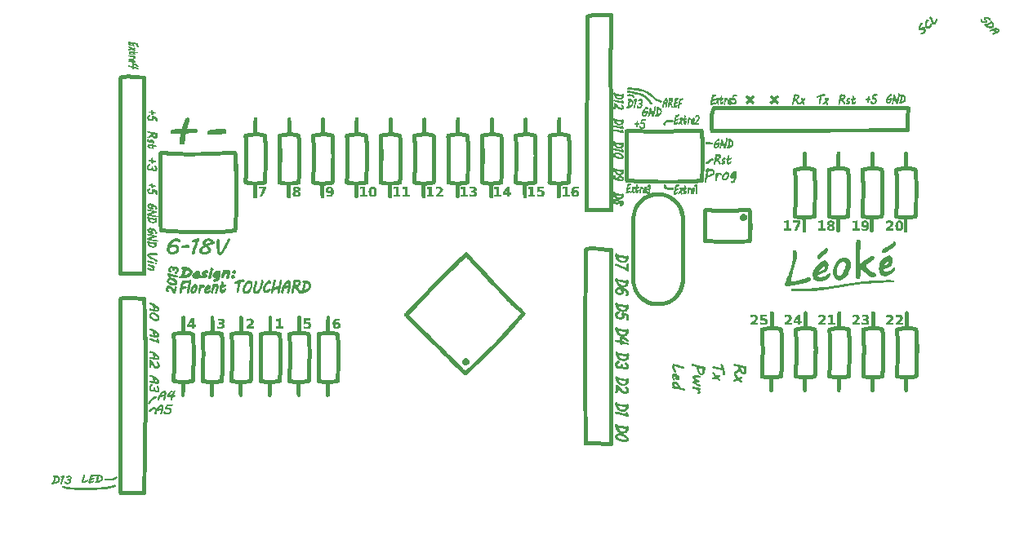
<source format=gto>
G04 (created by PCBNEW (2013-feb-26)-stable) date ven. 05 avril 2013 21:49:21 CEST*
%MOIN*%
G04 Gerber Fmt 3.4, Leading zero omitted, Abs format*
%FSLAX34Y34*%
G01*
G70*
G90*
G04 APERTURE LIST*
%ADD10C,2.3622e-06*%
%ADD11C,0.0001*%
G04 APERTURE END LIST*
G54D10*
G54D11*
G36*
X55764Y-24675D02*
X55756Y-24675D01*
X55723Y-24675D01*
X55675Y-24675D01*
X55611Y-24675D01*
X55532Y-24675D01*
X55438Y-24675D01*
X55327Y-24675D01*
X55201Y-24675D01*
X55058Y-24675D01*
X54899Y-24676D01*
X54724Y-24676D01*
X54533Y-24676D01*
X54325Y-24676D01*
X54273Y-24676D01*
X46371Y-24678D01*
X46389Y-24703D01*
X46408Y-24728D01*
X46397Y-25184D01*
X46394Y-25339D01*
X46391Y-25508D01*
X46388Y-25691D01*
X46386Y-25885D01*
X46384Y-26090D01*
X46383Y-26303D01*
X46382Y-26522D01*
X46381Y-26746D01*
X46381Y-26974D01*
X46381Y-27203D01*
X46382Y-27433D01*
X46383Y-27660D01*
X46384Y-27885D01*
X46386Y-28104D01*
X46387Y-28182D01*
X46388Y-28307D01*
X46390Y-28428D01*
X46391Y-28544D01*
X46392Y-28655D01*
X46394Y-28759D01*
X46395Y-28854D01*
X46396Y-28941D01*
X46398Y-29016D01*
X46399Y-29080D01*
X46400Y-29131D01*
X46401Y-29167D01*
X46401Y-29189D01*
X46401Y-29190D01*
X46406Y-29274D01*
X46466Y-29275D01*
X46507Y-29278D01*
X46556Y-29286D01*
X46607Y-29298D01*
X46609Y-29299D01*
X46655Y-29311D01*
X46687Y-29320D01*
X46708Y-29324D01*
X46720Y-29326D01*
X46725Y-29324D01*
X46726Y-29318D01*
X46724Y-29310D01*
X46724Y-29309D01*
X46726Y-29289D01*
X46738Y-29277D01*
X46757Y-29273D01*
X46779Y-29278D01*
X46799Y-29290D01*
X46813Y-29310D01*
X46830Y-29352D01*
X46838Y-29387D01*
X46837Y-29410D01*
X46834Y-29416D01*
X46826Y-29423D01*
X46812Y-29426D01*
X46792Y-29425D01*
X46761Y-29418D01*
X46719Y-29407D01*
X46684Y-29396D01*
X46636Y-29382D01*
X46582Y-29368D01*
X46530Y-29356D01*
X46513Y-29353D01*
X46476Y-29345D01*
X46445Y-29337D01*
X46423Y-29330D01*
X46415Y-29326D01*
X46410Y-29325D01*
X46407Y-29334D01*
X46405Y-29355D01*
X46405Y-29381D01*
X46405Y-29413D01*
X46406Y-29431D01*
X46409Y-29438D01*
X46416Y-29438D01*
X46421Y-29435D01*
X46437Y-29431D01*
X46467Y-29432D01*
X46507Y-29438D01*
X46553Y-29446D01*
X46604Y-29458D01*
X46655Y-29472D01*
X46663Y-29475D01*
X46692Y-29484D01*
X46714Y-29491D01*
X46726Y-29494D01*
X46726Y-29494D01*
X46726Y-29487D01*
X46723Y-29470D01*
X46723Y-29470D01*
X46723Y-29452D01*
X46732Y-29443D01*
X46741Y-29440D01*
X46766Y-29437D01*
X46785Y-29443D01*
X46802Y-29462D01*
X46815Y-29486D01*
X46831Y-29523D01*
X46838Y-29555D01*
X46835Y-29578D01*
X46823Y-29590D01*
X46823Y-29590D01*
X46809Y-29589D01*
X46784Y-29585D01*
X46749Y-29576D01*
X46712Y-29565D01*
X46661Y-29551D01*
X46603Y-29535D01*
X46546Y-29522D01*
X46519Y-29516D01*
X46480Y-29508D01*
X46447Y-29500D01*
X46424Y-29494D01*
X46413Y-29490D01*
X46410Y-29496D01*
X46408Y-29519D01*
X46406Y-29557D01*
X46405Y-29611D01*
X46405Y-29682D01*
X46405Y-29713D01*
X46405Y-29786D01*
X46406Y-29844D01*
X46407Y-29886D01*
X46409Y-29913D01*
X46411Y-29926D01*
X46414Y-29926D01*
X46429Y-29914D01*
X46447Y-29911D01*
X46468Y-29916D01*
X46484Y-29932D01*
X46486Y-29936D01*
X46497Y-29953D01*
X46505Y-29961D01*
X46505Y-29961D01*
X46515Y-29963D01*
X46538Y-29967D01*
X46571Y-29972D01*
X46610Y-29980D01*
X46621Y-29982D01*
X46666Y-29990D01*
X46697Y-29995D01*
X46718Y-29997D01*
X46732Y-29997D01*
X46741Y-29994D01*
X46750Y-29988D01*
X46753Y-29986D01*
X46780Y-29971D01*
X46802Y-29971D01*
X46818Y-29986D01*
X46828Y-30015D01*
X46830Y-30044D01*
X46823Y-30101D01*
X46803Y-30147D01*
X46771Y-30183D01*
X46737Y-30202D01*
X46737Y-30091D01*
X46737Y-30082D01*
X46728Y-30080D01*
X46706Y-30075D01*
X46676Y-30068D01*
X46641Y-30061D01*
X46605Y-30055D01*
X46571Y-30048D01*
X46544Y-30044D01*
X46527Y-30041D01*
X46523Y-30041D01*
X46524Y-30050D01*
X46532Y-30066D01*
X46546Y-30087D01*
X46562Y-30106D01*
X46569Y-30113D01*
X46605Y-30140D01*
X46641Y-30151D01*
X46676Y-30146D01*
X46694Y-30137D01*
X46712Y-30123D01*
X46727Y-30106D01*
X46737Y-30091D01*
X46737Y-30202D01*
X46729Y-30207D01*
X46676Y-30218D01*
X46636Y-30218D01*
X46574Y-30205D01*
X46520Y-30178D01*
X46476Y-30138D01*
X46440Y-30083D01*
X46416Y-30024D01*
X46406Y-29990D01*
X46405Y-30024D01*
X46406Y-30047D01*
X46407Y-30081D01*
X46409Y-30120D01*
X46410Y-30136D01*
X46415Y-30215D01*
X46458Y-30217D01*
X46482Y-30220D01*
X46519Y-30226D01*
X46564Y-30236D01*
X46613Y-30248D01*
X46662Y-30260D01*
X46707Y-30273D01*
X46709Y-30274D01*
X46722Y-30275D01*
X46726Y-30265D01*
X46726Y-30256D01*
X46732Y-30234D01*
X46749Y-30222D01*
X46775Y-30223D01*
X46793Y-30234D01*
X46810Y-30258D01*
X46825Y-30288D01*
X46835Y-30319D01*
X46836Y-30346D01*
X46833Y-30363D01*
X46824Y-30373D01*
X46808Y-30376D01*
X46783Y-30372D01*
X46746Y-30362D01*
X46716Y-30352D01*
X46674Y-30340D01*
X46623Y-30326D01*
X46569Y-30313D01*
X46523Y-30303D01*
X46413Y-30280D01*
X46413Y-30350D01*
X46413Y-30421D01*
X46438Y-30400D01*
X46463Y-30384D01*
X46493Y-30374D01*
X46531Y-30370D01*
X46581Y-30371D01*
X46588Y-30372D01*
X46642Y-30380D01*
X46693Y-30397D01*
X46740Y-30420D01*
X46780Y-30448D01*
X46812Y-30480D01*
X46834Y-30513D01*
X46843Y-30546D01*
X46839Y-30578D01*
X46837Y-30582D01*
X46822Y-30606D01*
X46804Y-30623D01*
X46779Y-30633D01*
X46751Y-30638D01*
X46751Y-30545D01*
X46743Y-30523D01*
X46722Y-30502D01*
X46691Y-30482D01*
X46654Y-30465D01*
X46613Y-30453D01*
X46574Y-30445D01*
X46537Y-30444D01*
X46509Y-30451D01*
X46500Y-30456D01*
X46490Y-30465D01*
X46490Y-30475D01*
X46499Y-30489D01*
X46524Y-30514D01*
X46561Y-30536D01*
X46605Y-30554D01*
X46653Y-30564D01*
X46696Y-30567D01*
X46725Y-30566D01*
X46742Y-30563D01*
X46749Y-30557D01*
X46750Y-30547D01*
X46751Y-30545D01*
X46751Y-30638D01*
X46745Y-30639D01*
X46697Y-30640D01*
X46689Y-30640D01*
X46649Y-30640D01*
X46620Y-30639D01*
X46597Y-30635D01*
X46575Y-30627D01*
X46549Y-30615D01*
X46535Y-30608D01*
X46501Y-30590D01*
X46469Y-30569D01*
X46445Y-30551D01*
X46442Y-30548D01*
X46413Y-30519D01*
X46413Y-30764D01*
X46413Y-31008D01*
X46438Y-31005D01*
X46462Y-31007D01*
X46483Y-31018D01*
X46495Y-31033D01*
X46496Y-31040D01*
X46504Y-31046D01*
X46528Y-31053D01*
X46564Y-31061D01*
X46614Y-31071D01*
X46615Y-31071D01*
X46662Y-31079D01*
X46694Y-31084D01*
X46717Y-31087D01*
X46731Y-31087D01*
X46741Y-31084D01*
X46748Y-31079D01*
X46751Y-31077D01*
X46774Y-31064D01*
X46799Y-31062D01*
X46819Y-31070D01*
X46820Y-31071D01*
X46826Y-31086D01*
X46829Y-31112D01*
X46829Y-31144D01*
X46827Y-31176D01*
X46822Y-31204D01*
X46818Y-31214D01*
X46802Y-31241D01*
X46776Y-31267D01*
X46747Y-31289D01*
X46738Y-31292D01*
X46738Y-31177D01*
X46737Y-31174D01*
X46727Y-31171D01*
X46706Y-31165D01*
X46675Y-31159D01*
X46640Y-31151D01*
X46604Y-31144D01*
X46570Y-31138D01*
X46543Y-31134D01*
X46526Y-31132D01*
X46523Y-31132D01*
X46524Y-31141D01*
X46535Y-31159D01*
X46553Y-31182D01*
X46575Y-31206D01*
X46597Y-31225D01*
X46618Y-31236D01*
X46648Y-31243D01*
X46649Y-31243D01*
X46660Y-31241D01*
X46680Y-31234D01*
X46683Y-31233D01*
X46702Y-31222D01*
X46720Y-31206D01*
X46733Y-31190D01*
X46738Y-31177D01*
X46738Y-31292D01*
X46721Y-31300D01*
X46702Y-31307D01*
X46697Y-31314D01*
X46708Y-31319D01*
X46719Y-31320D01*
X46744Y-31326D01*
X46773Y-31342D01*
X46802Y-31364D01*
X46825Y-31389D01*
X46841Y-31423D01*
X46842Y-31460D01*
X46831Y-31496D01*
X46806Y-31528D01*
X46779Y-31547D01*
X46754Y-31555D01*
X46754Y-31447D01*
X46746Y-31423D01*
X46729Y-31405D01*
X46726Y-31403D01*
X46698Y-31394D01*
X46684Y-31394D01*
X46684Y-31313D01*
X46654Y-31312D01*
X46593Y-31302D01*
X46538Y-31278D01*
X46489Y-31240D01*
X46451Y-31192D01*
X46434Y-31157D01*
X46413Y-31107D01*
X46413Y-31215D01*
X46413Y-31260D01*
X46414Y-31290D01*
X46417Y-31308D01*
X46420Y-31314D01*
X46423Y-31313D01*
X46441Y-31304D01*
X46465Y-31304D01*
X46485Y-31312D01*
X46488Y-31315D01*
X46494Y-31332D01*
X46494Y-31351D01*
X46495Y-31380D01*
X46510Y-31408D01*
X46528Y-31426D01*
X46551Y-31444D01*
X46555Y-31417D01*
X46562Y-31392D01*
X46570Y-31372D01*
X46593Y-31346D01*
X46627Y-31326D01*
X46653Y-31319D01*
X46684Y-31313D01*
X46684Y-31394D01*
X46671Y-31395D01*
X46651Y-31405D01*
X46649Y-31408D01*
X46640Y-31421D01*
X46640Y-31433D01*
X46649Y-31448D01*
X46660Y-31461D01*
X46678Y-31478D01*
X46696Y-31485D01*
X46711Y-31485D01*
X46733Y-31479D01*
X46748Y-31470D01*
X46749Y-31469D01*
X46754Y-31447D01*
X46754Y-31555D01*
X46743Y-31558D01*
X46697Y-31560D01*
X46645Y-31555D01*
X46591Y-31542D01*
X46539Y-31523D01*
X46492Y-31499D01*
X46455Y-31472D01*
X46431Y-31445D01*
X46416Y-31419D01*
X46410Y-31551D01*
X46408Y-31604D01*
X46407Y-31668D01*
X46406Y-31737D01*
X46405Y-31804D01*
X46405Y-31847D01*
X46405Y-31903D01*
X46405Y-31945D01*
X46406Y-31974D01*
X46408Y-31992D01*
X46410Y-32001D01*
X46413Y-32002D01*
X46418Y-31999D01*
X46418Y-31999D01*
X46435Y-31989D01*
X46445Y-31986D01*
X46462Y-31992D01*
X46482Y-32006D01*
X46496Y-32023D01*
X46498Y-32028D01*
X46507Y-32033D01*
X46529Y-32040D01*
X46562Y-32047D01*
X46602Y-32056D01*
X46616Y-32058D01*
X46663Y-32066D01*
X46696Y-32071D01*
X46718Y-32073D01*
X46733Y-32073D01*
X46742Y-32069D01*
X46745Y-32067D01*
X46772Y-32052D01*
X46798Y-32052D01*
X46812Y-32058D01*
X46822Y-32068D01*
X46828Y-32083D01*
X46829Y-32108D01*
X46829Y-32122D01*
X46823Y-32179D01*
X46805Y-32224D01*
X46774Y-32258D01*
X46766Y-32264D01*
X46733Y-32280D01*
X46733Y-32164D01*
X46732Y-32161D01*
X46722Y-32158D01*
X46700Y-32152D01*
X46669Y-32145D01*
X46634Y-32137D01*
X46598Y-32130D01*
X46567Y-32124D01*
X46542Y-32120D01*
X46532Y-32119D01*
X46526Y-32125D01*
X46530Y-32138D01*
X46542Y-32156D01*
X46560Y-32177D01*
X46581Y-32198D01*
X46603Y-32215D01*
X46609Y-32219D01*
X46637Y-32226D01*
X46670Y-32222D01*
X46700Y-32208D01*
X46716Y-32194D01*
X46729Y-32177D01*
X46733Y-32164D01*
X46733Y-32280D01*
X46723Y-32286D01*
X46676Y-32297D01*
X46639Y-32296D01*
X46612Y-32292D01*
X46632Y-32315D01*
X46648Y-32329D01*
X46663Y-32333D01*
X46685Y-32330D01*
X46731Y-32327D01*
X46773Y-32338D01*
X46807Y-32360D01*
X46832Y-32392D01*
X46843Y-32423D01*
X46841Y-32458D01*
X46827Y-32494D01*
X46802Y-32523D01*
X46790Y-32532D01*
X46773Y-32545D01*
X46764Y-32557D01*
X46763Y-32559D01*
X46756Y-32569D01*
X46755Y-32569D01*
X46755Y-32446D01*
X46749Y-32420D01*
X46733Y-32405D01*
X46720Y-32403D01*
X46709Y-32404D01*
X46706Y-32409D01*
X46711Y-32422D01*
X46723Y-32444D01*
X46738Y-32466D01*
X46748Y-32471D01*
X46754Y-32461D01*
X46755Y-32446D01*
X46755Y-32569D01*
X46738Y-32575D01*
X46716Y-32575D01*
X46700Y-32571D01*
X46683Y-32556D01*
X46675Y-32539D01*
X46668Y-32519D01*
X46659Y-32495D01*
X46649Y-32473D01*
X46642Y-32463D01*
X46635Y-32466D01*
X46618Y-32475D01*
X46609Y-32482D01*
X46596Y-32487D01*
X46596Y-32389D01*
X46573Y-32368D01*
X46546Y-32347D01*
X46523Y-32340D01*
X46513Y-32343D01*
X46513Y-32256D01*
X46511Y-32251D01*
X46505Y-32247D01*
X46487Y-32230D01*
X46465Y-32201D01*
X46444Y-32167D01*
X46427Y-32131D01*
X46421Y-32117D01*
X46406Y-32074D01*
X46405Y-32206D01*
X46405Y-32339D01*
X46423Y-32311D01*
X46450Y-32285D01*
X46482Y-32270D01*
X46505Y-32262D01*
X46513Y-32256D01*
X46513Y-32343D01*
X46503Y-32345D01*
X46492Y-32355D01*
X46490Y-32372D01*
X46491Y-32381D01*
X46503Y-32409D01*
X46523Y-32424D01*
X46547Y-32427D01*
X46572Y-32414D01*
X46578Y-32409D01*
X46596Y-32389D01*
X46596Y-32487D01*
X46569Y-32500D01*
X46526Y-32503D01*
X46485Y-32491D01*
X46449Y-32467D01*
X46426Y-32438D01*
X46413Y-32421D01*
X46404Y-32412D01*
X46403Y-32411D01*
X46401Y-32419D01*
X46399Y-32441D01*
X46398Y-32476D01*
X46396Y-32519D01*
X46395Y-32570D01*
X46395Y-32594D01*
X46392Y-32777D01*
X46370Y-32800D01*
X46347Y-32822D01*
X46241Y-32820D01*
X46241Y-31410D01*
X46241Y-31260D01*
X46241Y-31106D01*
X46241Y-30949D01*
X46241Y-30790D01*
X46241Y-30629D01*
X46240Y-30469D01*
X46240Y-30309D01*
X46240Y-30151D01*
X46239Y-29996D01*
X46238Y-29846D01*
X46238Y-29700D01*
X46237Y-29560D01*
X46236Y-29428D01*
X46236Y-29303D01*
X46235Y-29188D01*
X46234Y-29083D01*
X46233Y-28989D01*
X46232Y-28908D01*
X46231Y-28853D01*
X46226Y-28533D01*
X46222Y-28209D01*
X46218Y-27884D01*
X46216Y-27558D01*
X46215Y-27234D01*
X46215Y-26914D01*
X46215Y-26599D01*
X46217Y-26290D01*
X46219Y-25991D01*
X46223Y-25702D01*
X46227Y-25425D01*
X46233Y-25163D01*
X46235Y-25050D01*
X46241Y-24834D01*
X45937Y-24839D01*
X45844Y-24840D01*
X45765Y-24842D01*
X45699Y-24844D01*
X45643Y-24847D01*
X45596Y-24851D01*
X45555Y-24855D01*
X45518Y-24861D01*
X45484Y-24867D01*
X45471Y-24870D01*
X45434Y-24878D01*
X45434Y-26122D01*
X45433Y-26277D01*
X45433Y-26434D01*
X45433Y-26593D01*
X45432Y-26752D01*
X45432Y-26909D01*
X45431Y-27063D01*
X45430Y-27211D01*
X45429Y-27354D01*
X45428Y-27488D01*
X45427Y-27612D01*
X45426Y-27725D01*
X45425Y-27826D01*
X45423Y-27912D01*
X45423Y-27945D01*
X45419Y-28154D01*
X45416Y-28355D01*
X45413Y-28548D01*
X45410Y-28736D01*
X45408Y-28920D01*
X45406Y-29102D01*
X45404Y-29283D01*
X45402Y-29465D01*
X45401Y-29651D01*
X45400Y-29841D01*
X45399Y-30037D01*
X45398Y-30241D01*
X45397Y-30454D01*
X45397Y-30679D01*
X45397Y-30917D01*
X45396Y-31170D01*
X45396Y-31208D01*
X45396Y-32650D01*
X45812Y-32651D01*
X46228Y-32651D01*
X46235Y-32479D01*
X46236Y-32445D01*
X46237Y-32394D01*
X46237Y-32330D01*
X46238Y-32251D01*
X46239Y-32160D01*
X46239Y-32058D01*
X46240Y-31945D01*
X46240Y-31823D01*
X46240Y-31692D01*
X46241Y-31554D01*
X46241Y-31410D01*
X46241Y-32820D01*
X46145Y-32819D01*
X46028Y-32817D01*
X45911Y-32816D01*
X45795Y-32816D01*
X45683Y-32816D01*
X45580Y-32816D01*
X45487Y-32818D01*
X45418Y-32819D01*
X45286Y-32823D01*
X45263Y-32798D01*
X45241Y-32772D01*
X45235Y-32557D01*
X45234Y-32483D01*
X45232Y-32394D01*
X45231Y-32290D01*
X45230Y-32173D01*
X45229Y-32043D01*
X45229Y-31902D01*
X45229Y-31750D01*
X45228Y-31589D01*
X45228Y-31419D01*
X45229Y-31242D01*
X45229Y-31059D01*
X45229Y-30871D01*
X45230Y-30678D01*
X45231Y-30483D01*
X45232Y-30285D01*
X45233Y-30086D01*
X45234Y-29888D01*
X45236Y-29690D01*
X45237Y-29494D01*
X45239Y-29302D01*
X45241Y-29113D01*
X45243Y-28930D01*
X45245Y-28753D01*
X45247Y-28583D01*
X45249Y-28422D01*
X45252Y-28270D01*
X45254Y-28128D01*
X45256Y-28049D01*
X45257Y-27988D01*
X45258Y-27913D01*
X45259Y-27823D01*
X45260Y-27721D01*
X45261Y-27606D01*
X45262Y-27482D01*
X45263Y-27349D01*
X45264Y-27208D01*
X45265Y-27060D01*
X45265Y-26907D01*
X45266Y-26751D01*
X45267Y-26591D01*
X45267Y-26431D01*
X45268Y-26270D01*
X45268Y-26188D01*
X45269Y-25980D01*
X45269Y-25789D01*
X45270Y-25615D01*
X45271Y-25457D01*
X45271Y-25315D01*
X45272Y-25190D01*
X45273Y-25082D01*
X45274Y-24989D01*
X45275Y-24913D01*
X45276Y-24853D01*
X45277Y-24809D01*
X45278Y-24781D01*
X45280Y-24769D01*
X45280Y-24769D01*
X45298Y-24751D01*
X45331Y-24734D01*
X45381Y-24719D01*
X45447Y-24705D01*
X45529Y-24692D01*
X45534Y-24691D01*
X45536Y-24690D01*
X45534Y-24690D01*
X45527Y-24689D01*
X45516Y-24689D01*
X45500Y-24688D01*
X45479Y-24688D01*
X45453Y-24687D01*
X45421Y-24687D01*
X45384Y-24687D01*
X45340Y-24686D01*
X45291Y-24686D01*
X45234Y-24686D01*
X45171Y-24685D01*
X45101Y-24685D01*
X45024Y-24685D01*
X44940Y-24684D01*
X44847Y-24684D01*
X44747Y-24684D01*
X44639Y-24683D01*
X44522Y-24683D01*
X44397Y-24683D01*
X44263Y-24683D01*
X44119Y-24682D01*
X43967Y-24682D01*
X43805Y-24682D01*
X43633Y-24682D01*
X43451Y-24681D01*
X43258Y-24681D01*
X43055Y-24681D01*
X42842Y-24681D01*
X42617Y-24681D01*
X42381Y-24681D01*
X42133Y-24680D01*
X41874Y-24680D01*
X41603Y-24680D01*
X41320Y-24680D01*
X41024Y-24680D01*
X40716Y-24680D01*
X40394Y-24680D01*
X40060Y-24680D01*
X39712Y-24679D01*
X39351Y-24679D01*
X38975Y-24679D01*
X38586Y-24679D01*
X38182Y-24679D01*
X37764Y-24679D01*
X37331Y-24679D01*
X36882Y-24679D01*
X36419Y-24679D01*
X35940Y-24679D01*
X35445Y-24679D01*
X34934Y-24679D01*
X34407Y-24679D01*
X33994Y-24679D01*
X22371Y-24678D01*
X22369Y-35084D01*
X22367Y-45491D01*
X22365Y-35080D01*
X22363Y-24670D01*
X42269Y-24672D01*
X42819Y-24672D01*
X43359Y-24672D01*
X43889Y-24672D01*
X44410Y-24672D01*
X44920Y-24672D01*
X45421Y-24672D01*
X45911Y-24672D01*
X46391Y-24672D01*
X46861Y-24672D01*
X47319Y-24672D01*
X47768Y-24672D01*
X48205Y-24672D01*
X48631Y-24672D01*
X49047Y-24673D01*
X49451Y-24673D01*
X49844Y-24673D01*
X50225Y-24673D01*
X50595Y-24673D01*
X50953Y-24673D01*
X51300Y-24673D01*
X51634Y-24673D01*
X51957Y-24673D01*
X52267Y-24673D01*
X52565Y-24673D01*
X52851Y-24673D01*
X53124Y-24673D01*
X53385Y-24673D01*
X53633Y-24674D01*
X53868Y-24674D01*
X54090Y-24674D01*
X54298Y-24674D01*
X54494Y-24674D01*
X54676Y-24674D01*
X54845Y-24674D01*
X55000Y-24674D01*
X55141Y-24674D01*
X55269Y-24674D01*
X55382Y-24674D01*
X55482Y-24674D01*
X55567Y-24674D01*
X55638Y-24675D01*
X55695Y-24675D01*
X55736Y-24675D01*
X55764Y-24675D01*
X55764Y-24675D01*
X55764Y-24675D01*
G37*
G36*
X27394Y-39963D02*
X27394Y-40131D01*
X27394Y-40295D01*
X27393Y-40452D01*
X27393Y-40602D01*
X27392Y-40744D01*
X27391Y-40875D01*
X27390Y-40996D01*
X27389Y-41103D01*
X27389Y-41116D01*
X27386Y-41324D01*
X27382Y-41531D01*
X27379Y-41735D01*
X27376Y-41937D01*
X27373Y-42135D01*
X27370Y-42329D01*
X27367Y-42518D01*
X27364Y-42701D01*
X27361Y-42878D01*
X27358Y-43048D01*
X27355Y-43211D01*
X27352Y-43365D01*
X27350Y-43511D01*
X27347Y-43647D01*
X27345Y-43772D01*
X27342Y-43887D01*
X27340Y-43990D01*
X27338Y-44081D01*
X27336Y-44158D01*
X27334Y-44223D01*
X27333Y-44272D01*
X27332Y-44307D01*
X27331Y-44327D01*
X27330Y-44330D01*
X27327Y-44339D01*
X27324Y-44347D01*
X27319Y-44353D01*
X27312Y-44358D01*
X27300Y-44363D01*
X27284Y-44366D01*
X27262Y-44369D01*
X27232Y-44371D01*
X27229Y-44371D01*
X27229Y-39824D01*
X27229Y-39657D01*
X27229Y-39491D01*
X27229Y-39328D01*
X27229Y-39168D01*
X27229Y-39014D01*
X27228Y-38866D01*
X27227Y-38726D01*
X27227Y-38596D01*
X27226Y-38476D01*
X27224Y-38368D01*
X27223Y-38273D01*
X27222Y-38194D01*
X27222Y-38174D01*
X27215Y-37894D01*
X27208Y-37610D01*
X27201Y-37328D01*
X27193Y-37052D01*
X27186Y-36788D01*
X27185Y-36761D01*
X27175Y-36449D01*
X27129Y-36443D01*
X27088Y-36438D01*
X27035Y-36433D01*
X26974Y-36427D01*
X26907Y-36422D01*
X26839Y-36417D01*
X26772Y-36412D01*
X26709Y-36408D01*
X26655Y-36405D01*
X26611Y-36403D01*
X26590Y-36403D01*
X26544Y-36404D01*
X26496Y-36406D01*
X26453Y-36410D01*
X26433Y-36413D01*
X26369Y-36422D01*
X26374Y-36640D01*
X26375Y-36690D01*
X26376Y-36751D01*
X26377Y-36820D01*
X26378Y-36900D01*
X26378Y-36991D01*
X26379Y-37092D01*
X26379Y-37204D01*
X26380Y-37327D01*
X26380Y-37462D01*
X26381Y-37608D01*
X26381Y-37767D01*
X26381Y-37939D01*
X26381Y-38123D01*
X26381Y-38320D01*
X26381Y-38531D01*
X26381Y-38755D01*
X26380Y-38994D01*
X26380Y-39247D01*
X26380Y-39514D01*
X26379Y-39796D01*
X26378Y-40094D01*
X26378Y-40407D01*
X26377Y-40736D01*
X26376Y-41081D01*
X26376Y-41307D01*
X26368Y-44207D01*
X26769Y-44208D01*
X27170Y-44208D01*
X27174Y-44116D01*
X27175Y-44097D01*
X27176Y-44062D01*
X27177Y-44012D01*
X27178Y-43949D01*
X27180Y-43873D01*
X27181Y-43786D01*
X27183Y-43689D01*
X27185Y-43583D01*
X27187Y-43468D01*
X27189Y-43347D01*
X27191Y-43219D01*
X27193Y-43086D01*
X27195Y-42949D01*
X27196Y-42886D01*
X27198Y-42739D01*
X27201Y-42589D01*
X27203Y-42437D01*
X27205Y-42287D01*
X27208Y-42139D01*
X27210Y-41994D01*
X27212Y-41855D01*
X27214Y-41723D01*
X27216Y-41600D01*
X27217Y-41488D01*
X27219Y-41387D01*
X27220Y-41300D01*
X27221Y-41236D01*
X27223Y-41136D01*
X27224Y-41024D01*
X27225Y-40900D01*
X27226Y-40765D01*
X27227Y-40622D01*
X27228Y-40472D01*
X27228Y-40315D01*
X27229Y-40154D01*
X27229Y-39990D01*
X27229Y-39824D01*
X27229Y-44371D01*
X27193Y-44372D01*
X27144Y-44373D01*
X27084Y-44374D01*
X27011Y-44374D01*
X26925Y-44374D01*
X26824Y-44374D01*
X26781Y-44374D01*
X26664Y-44374D01*
X26561Y-44373D01*
X26471Y-44373D01*
X26397Y-44372D01*
X26337Y-44371D01*
X26292Y-44369D01*
X26263Y-44367D01*
X26251Y-44365D01*
X26236Y-44353D01*
X26221Y-44332D01*
X26219Y-44328D01*
X26217Y-44324D01*
X26216Y-44318D01*
X26214Y-44311D01*
X26213Y-44300D01*
X26212Y-44286D01*
X26211Y-44267D01*
X26210Y-44244D01*
X26209Y-44215D01*
X26208Y-44180D01*
X26207Y-44138D01*
X26207Y-44088D01*
X26206Y-44029D01*
X26206Y-43962D01*
X26206Y-43885D01*
X26205Y-43797D01*
X26205Y-43699D01*
X26205Y-43588D01*
X26205Y-43465D01*
X26205Y-43329D01*
X26205Y-43179D01*
X26205Y-43014D01*
X26205Y-42834D01*
X26205Y-42638D01*
X26205Y-42628D01*
X26205Y-42434D01*
X26205Y-42228D01*
X26205Y-42012D01*
X26205Y-41789D01*
X26206Y-41559D01*
X26206Y-41326D01*
X26207Y-41092D01*
X26207Y-40858D01*
X26208Y-40627D01*
X26209Y-40400D01*
X26210Y-40180D01*
X26210Y-39969D01*
X26211Y-39769D01*
X26212Y-39582D01*
X26213Y-39457D01*
X26214Y-39246D01*
X26215Y-39034D01*
X26215Y-38824D01*
X26216Y-38617D01*
X26216Y-38415D01*
X26217Y-38218D01*
X26217Y-38029D01*
X26216Y-37848D01*
X26216Y-37677D01*
X26216Y-37517D01*
X26215Y-37371D01*
X26214Y-37238D01*
X26214Y-37153D01*
X26212Y-37016D01*
X26211Y-36895D01*
X26210Y-36788D01*
X26210Y-36696D01*
X26209Y-36616D01*
X26209Y-36547D01*
X26210Y-36490D01*
X26210Y-36442D01*
X26212Y-36403D01*
X26214Y-36372D01*
X26216Y-36348D01*
X26220Y-36329D01*
X26224Y-36316D01*
X26229Y-36306D01*
X26235Y-36299D01*
X26241Y-36295D01*
X26249Y-36291D01*
X26258Y-36287D01*
X26263Y-36285D01*
X26313Y-36266D01*
X26378Y-36252D01*
X26457Y-36243D01*
X26549Y-36239D01*
X26653Y-36240D01*
X26767Y-36245D01*
X26859Y-36252D01*
X26922Y-36258D01*
X26988Y-36263D01*
X27052Y-36268D01*
X27109Y-36272D01*
X27155Y-36275D01*
X27163Y-36275D01*
X27221Y-36279D01*
X27264Y-36285D01*
X27295Y-36293D01*
X27315Y-36306D01*
X27328Y-36322D01*
X27333Y-36339D01*
X27334Y-36352D01*
X27335Y-36380D01*
X27337Y-36422D01*
X27340Y-36477D01*
X27342Y-36544D01*
X27345Y-36622D01*
X27348Y-36709D01*
X27351Y-36804D01*
X27354Y-36906D01*
X27358Y-37014D01*
X27361Y-37127D01*
X27365Y-37243D01*
X27368Y-37360D01*
X27372Y-37479D01*
X27375Y-37598D01*
X27378Y-37715D01*
X27380Y-37782D01*
X27382Y-37861D01*
X27384Y-37955D01*
X27385Y-38063D01*
X27387Y-38183D01*
X27388Y-38315D01*
X27389Y-38457D01*
X27390Y-38607D01*
X27391Y-38765D01*
X27392Y-38929D01*
X27393Y-39097D01*
X27393Y-39269D01*
X27394Y-39443D01*
X27394Y-39617D01*
X27394Y-39791D01*
X27394Y-39963D01*
X27394Y-39963D01*
X27394Y-39963D01*
G37*
G36*
X26104Y-43999D02*
X26103Y-44013D01*
X26098Y-44025D01*
X26087Y-44036D01*
X26067Y-44046D01*
X26037Y-44057D01*
X25993Y-44071D01*
X25975Y-44077D01*
X25927Y-44091D01*
X25883Y-44103D01*
X25839Y-44113D01*
X25794Y-44122D01*
X25745Y-44129D01*
X25690Y-44136D01*
X25626Y-44142D01*
X25552Y-44149D01*
X25464Y-44155D01*
X25425Y-44158D01*
X25364Y-44161D01*
X25290Y-44165D01*
X25207Y-44167D01*
X25117Y-44170D01*
X25023Y-44172D01*
X24927Y-44173D01*
X24833Y-44174D01*
X24742Y-44174D01*
X24657Y-44174D01*
X24582Y-44173D01*
X24518Y-44172D01*
X24471Y-44170D01*
X24358Y-44162D01*
X24260Y-44153D01*
X24176Y-44143D01*
X24105Y-44131D01*
X24045Y-44118D01*
X23994Y-44102D01*
X23958Y-44087D01*
X23924Y-44069D01*
X23906Y-44051D01*
X23901Y-44032D01*
X23908Y-44010D01*
X23924Y-43993D01*
X23950Y-43989D01*
X23983Y-43997D01*
X23995Y-44003D01*
X24032Y-44018D01*
X24079Y-44032D01*
X24137Y-44044D01*
X24206Y-44055D01*
X24289Y-44064D01*
X24387Y-44072D01*
X24488Y-44079D01*
X24557Y-44082D01*
X24641Y-44084D01*
X24734Y-44085D01*
X24836Y-44085D01*
X24941Y-44084D01*
X25048Y-44082D01*
X25154Y-44079D01*
X25254Y-44076D01*
X25347Y-44071D01*
X25429Y-44066D01*
X25433Y-44066D01*
X25528Y-44059D01*
X25610Y-44051D01*
X25680Y-44044D01*
X25742Y-44036D01*
X25797Y-44027D01*
X25848Y-44016D01*
X25899Y-44003D01*
X25951Y-43988D01*
X25999Y-43973D01*
X26042Y-43960D01*
X26073Y-43957D01*
X26092Y-43963D01*
X26102Y-43978D01*
X26104Y-43999D01*
X26104Y-43999D01*
X26104Y-43999D01*
G37*
G36*
X23821Y-43718D02*
X23817Y-43760D01*
X23800Y-43802D01*
X23770Y-43841D01*
X23754Y-43853D01*
X23754Y-43734D01*
X23754Y-43733D01*
X23747Y-43706D01*
X23726Y-43681D01*
X23704Y-43666D01*
X23688Y-43657D01*
X23675Y-43654D01*
X23665Y-43658D01*
X23656Y-43671D01*
X23647Y-43694D01*
X23637Y-43729D01*
X23625Y-43772D01*
X23605Y-43846D01*
X23624Y-43840D01*
X23643Y-43832D01*
X23668Y-43821D01*
X23672Y-43819D01*
X23702Y-43800D01*
X23728Y-43777D01*
X23747Y-43754D01*
X23754Y-43734D01*
X23754Y-43853D01*
X23728Y-43874D01*
X23708Y-43885D01*
X23667Y-43902D01*
X23621Y-43917D01*
X23575Y-43927D01*
X23534Y-43932D01*
X23502Y-43930D01*
X23496Y-43929D01*
X23479Y-43919D01*
X23472Y-43908D01*
X23476Y-43890D01*
X23490Y-43872D01*
X23508Y-43862D01*
X23513Y-43861D01*
X23520Y-43858D01*
X23527Y-43847D01*
X23535Y-43825D01*
X23545Y-43791D01*
X23553Y-43761D01*
X23578Y-43660D01*
X23558Y-43640D01*
X23542Y-43622D01*
X23539Y-43608D01*
X23549Y-43593D01*
X23552Y-43590D01*
X23562Y-43583D01*
X23576Y-43580D01*
X23600Y-43578D01*
X23636Y-43580D01*
X23639Y-43580D01*
X23677Y-43582D01*
X23704Y-43587D01*
X23726Y-43594D01*
X23748Y-43606D01*
X23751Y-43608D01*
X23788Y-43639D01*
X23812Y-43677D01*
X23821Y-43718D01*
X23821Y-43718D01*
X23821Y-43718D01*
G37*
G36*
X24003Y-43593D02*
X23998Y-43616D01*
X23986Y-43651D01*
X23968Y-43698D01*
X23966Y-43702D01*
X23949Y-43746D01*
X23933Y-43793D01*
X23919Y-43834D01*
X23912Y-43860D01*
X23903Y-43891D01*
X23894Y-43915D01*
X23887Y-43929D01*
X23886Y-43930D01*
X23862Y-43936D01*
X23839Y-43929D01*
X23831Y-43914D01*
X23831Y-43887D01*
X23839Y-43847D01*
X23854Y-43797D01*
X23875Y-43737D01*
X23900Y-43675D01*
X23903Y-43663D01*
X23895Y-43662D01*
X23888Y-43664D01*
X23866Y-43665D01*
X23853Y-43661D01*
X23841Y-43646D01*
X23838Y-43626D01*
X23846Y-43607D01*
X23848Y-43605D01*
X23863Y-43598D01*
X23888Y-43589D01*
X23919Y-43581D01*
X23950Y-43574D01*
X23976Y-43570D01*
X23983Y-43570D01*
X23995Y-43572D01*
X24002Y-43579D01*
X24003Y-43593D01*
X24003Y-43593D01*
X24003Y-43593D01*
G37*
G36*
X24304Y-43667D02*
X24298Y-43701D01*
X24280Y-43727D01*
X24265Y-43745D01*
X24260Y-43757D01*
X24264Y-43773D01*
X24268Y-43783D01*
X24275Y-43819D01*
X24268Y-43854D01*
X24249Y-43884D01*
X24221Y-43909D01*
X24184Y-43927D01*
X24142Y-43935D01*
X24097Y-43933D01*
X24077Y-43928D01*
X24040Y-43912D01*
X24012Y-43892D01*
X23994Y-43868D01*
X23988Y-43845D01*
X23994Y-43829D01*
X24011Y-43815D01*
X24033Y-43815D01*
X24059Y-43829D01*
X24067Y-43837D01*
X24095Y-43855D01*
X24126Y-43864D01*
X24157Y-43862D01*
X24181Y-43850D01*
X24194Y-43833D01*
X24199Y-43812D01*
X24189Y-43798D01*
X24164Y-43789D01*
X24154Y-43787D01*
X24123Y-43778D01*
X24107Y-43764D01*
X24105Y-43748D01*
X24116Y-43733D01*
X24142Y-43721D01*
X24158Y-43718D01*
X24191Y-43710D01*
X24216Y-43696D01*
X24228Y-43679D01*
X24229Y-43673D01*
X24223Y-43661D01*
X24209Y-43648D01*
X24181Y-43639D01*
X24151Y-43645D01*
X24124Y-43663D01*
X24099Y-43676D01*
X24082Y-43677D01*
X24065Y-43672D01*
X24058Y-43659D01*
X24056Y-43647D01*
X24056Y-43630D01*
X24064Y-43616D01*
X24082Y-43602D01*
X24088Y-43598D01*
X24130Y-43579D01*
X24176Y-43570D01*
X24222Y-43574D01*
X24245Y-43582D01*
X24277Y-43604D01*
X24297Y-43634D01*
X24304Y-43667D01*
X24304Y-43667D01*
X24304Y-43667D01*
G37*
G36*
X25571Y-43679D02*
X25568Y-43718D01*
X25558Y-43749D01*
X25538Y-43780D01*
X25528Y-43791D01*
X25504Y-43811D01*
X25504Y-43686D01*
X25497Y-43664D01*
X25479Y-43641D01*
X25455Y-43623D01*
X25437Y-43615D01*
X25423Y-43614D01*
X25414Y-43619D01*
X25407Y-43634D01*
X25402Y-43650D01*
X25394Y-43676D01*
X25385Y-43707D01*
X25376Y-43739D01*
X25369Y-43768D01*
X25364Y-43790D01*
X25363Y-43798D01*
X25369Y-43799D01*
X25387Y-43793D01*
X25412Y-43782D01*
X25440Y-43767D01*
X25444Y-43765D01*
X25479Y-43739D01*
X25499Y-43711D01*
X25504Y-43686D01*
X25504Y-43811D01*
X25494Y-43820D01*
X25449Y-43845D01*
X25397Y-43866D01*
X25342Y-43880D01*
X25290Y-43886D01*
X25271Y-43885D01*
X25248Y-43882D01*
X25237Y-43877D01*
X25234Y-43866D01*
X25234Y-43858D01*
X25238Y-43838D01*
X25253Y-43824D01*
X25271Y-43817D01*
X25280Y-43807D01*
X25290Y-43780D01*
X25302Y-43737D01*
X25307Y-43717D01*
X25331Y-43620D01*
X25312Y-43600D01*
X25293Y-43586D01*
X25280Y-43587D01*
X25266Y-43592D01*
X25240Y-43599D01*
X25209Y-43606D01*
X25204Y-43607D01*
X25162Y-43618D01*
X25132Y-43629D01*
X25113Y-43642D01*
X25101Y-43660D01*
X25097Y-43669D01*
X25093Y-43685D01*
X25094Y-43692D01*
X25103Y-43693D01*
X25125Y-43687D01*
X25141Y-43682D01*
X25171Y-43675D01*
X25200Y-43670D01*
X25210Y-43670D01*
X25229Y-43672D01*
X25237Y-43679D01*
X25238Y-43690D01*
X25237Y-43701D01*
X25233Y-43710D01*
X25224Y-43718D01*
X25207Y-43727D01*
X25178Y-43738D01*
X25138Y-43753D01*
X25102Y-43767D01*
X25078Y-43778D01*
X25064Y-43787D01*
X25056Y-43797D01*
X25053Y-43806D01*
X25050Y-43822D01*
X25056Y-43827D01*
X25070Y-43824D01*
X25091Y-43817D01*
X25118Y-43805D01*
X25126Y-43802D01*
X25152Y-43792D01*
X25178Y-43788D01*
X25184Y-43788D01*
X25202Y-43793D01*
X25208Y-43805D01*
X25209Y-43811D01*
X25205Y-43826D01*
X25193Y-43839D01*
X25168Y-43855D01*
X25167Y-43855D01*
X25120Y-43877D01*
X25073Y-43892D01*
X25029Y-43899D01*
X24998Y-43897D01*
X24985Y-43892D01*
X24977Y-43881D01*
X24974Y-43862D01*
X24977Y-43833D01*
X24986Y-43793D01*
X25001Y-43740D01*
X25004Y-43729D01*
X25023Y-43666D01*
X25039Y-43618D01*
X25054Y-43583D01*
X25067Y-43560D01*
X25080Y-43547D01*
X25093Y-43543D01*
X25096Y-43543D01*
X25116Y-43545D01*
X25136Y-43546D01*
X25161Y-43545D01*
X25196Y-43542D01*
X25218Y-43540D01*
X25256Y-43538D01*
X25279Y-43539D01*
X25290Y-43543D01*
X25291Y-43544D01*
X25300Y-43550D01*
X25309Y-43544D01*
X25326Y-43539D01*
X25359Y-43537D01*
X25390Y-43538D01*
X25452Y-43547D01*
X25502Y-43565D01*
X25538Y-43592D01*
X25562Y-43628D01*
X25571Y-43672D01*
X25571Y-43679D01*
X25571Y-43679D01*
X25571Y-43679D01*
G37*
G36*
X24962Y-43787D02*
X24959Y-43806D01*
X24952Y-43818D01*
X24935Y-43828D01*
X24907Y-43840D01*
X24873Y-43854D01*
X24836Y-43867D01*
X24801Y-43878D01*
X24774Y-43885D01*
X24761Y-43886D01*
X24735Y-43882D01*
X24715Y-43873D01*
X24704Y-43862D01*
X24698Y-43847D01*
X24698Y-43824D01*
X24703Y-43792D01*
X24714Y-43748D01*
X24725Y-43711D01*
X24738Y-43670D01*
X24749Y-43631D01*
X24758Y-43598D01*
X24763Y-43580D01*
X24775Y-43552D01*
X24791Y-43536D01*
X24809Y-43530D01*
X24825Y-43535D01*
X24835Y-43552D01*
X24838Y-43571D01*
X24835Y-43589D01*
X24829Y-43618D01*
X24819Y-43653D01*
X24813Y-43672D01*
X24797Y-43723D01*
X24786Y-43761D01*
X24779Y-43786D01*
X24777Y-43802D01*
X24778Y-43810D01*
X24780Y-43811D01*
X24791Y-43809D01*
X24814Y-43801D01*
X24844Y-43790D01*
X24865Y-43782D01*
X24898Y-43770D01*
X24927Y-43761D01*
X24946Y-43757D01*
X24952Y-43757D01*
X24960Y-43768D01*
X24962Y-43787D01*
X24962Y-43787D01*
X24962Y-43787D01*
G37*
G36*
X26160Y-43643D02*
X26160Y-43665D01*
X26144Y-43690D01*
X26113Y-43717D01*
X26068Y-43746D01*
X26038Y-43762D01*
X26015Y-43773D01*
X25996Y-43781D01*
X25977Y-43786D01*
X25954Y-43789D01*
X25923Y-43790D01*
X25879Y-43791D01*
X25871Y-43791D01*
X25825Y-43791D01*
X25781Y-43791D01*
X25744Y-43790D01*
X25719Y-43789D01*
X25717Y-43789D01*
X25679Y-43781D01*
X25656Y-43766D01*
X25646Y-43743D01*
X25646Y-43735D01*
X25648Y-43721D01*
X25654Y-43711D01*
X25666Y-43704D01*
X25687Y-43700D01*
X25720Y-43698D01*
X25765Y-43699D01*
X25806Y-43701D01*
X25855Y-43702D01*
X25891Y-43703D01*
X25917Y-43703D01*
X25937Y-43700D01*
X25953Y-43696D01*
X25970Y-43690D01*
X25982Y-43684D01*
X26015Y-43667D01*
X26049Y-43648D01*
X26066Y-43637D01*
X26093Y-43620D01*
X26112Y-43613D01*
X26128Y-43615D01*
X26144Y-43624D01*
X26160Y-43643D01*
X26160Y-43643D01*
X26160Y-43643D01*
G37*
G36*
X46402Y-36285D02*
X46401Y-36473D01*
X46401Y-36669D01*
X46401Y-36871D01*
X46401Y-37079D01*
X46401Y-37291D01*
X46400Y-37507D01*
X46400Y-37726D01*
X46399Y-37948D01*
X46399Y-38171D01*
X46399Y-38203D01*
X46398Y-38428D01*
X46398Y-38652D01*
X46397Y-38875D01*
X46397Y-39095D01*
X46396Y-39312D01*
X46396Y-39525D01*
X46395Y-39733D01*
X46395Y-39936D01*
X46394Y-40132D01*
X46394Y-40321D01*
X46394Y-40503D01*
X46393Y-40675D01*
X46393Y-40838D01*
X46393Y-40991D01*
X46392Y-41132D01*
X46392Y-41262D01*
X46392Y-41378D01*
X46392Y-41482D01*
X46392Y-41571D01*
X46392Y-41645D01*
X46392Y-41703D01*
X46392Y-41705D01*
X46392Y-42336D01*
X46371Y-42356D01*
X46349Y-42372D01*
X46318Y-42380D01*
X46275Y-42382D01*
X46251Y-42381D01*
X46235Y-42380D01*
X46235Y-36207D01*
X46235Y-36026D01*
X46235Y-35855D01*
X46235Y-35693D01*
X46235Y-35542D01*
X46235Y-35403D01*
X46234Y-35275D01*
X46234Y-35160D01*
X46234Y-35058D01*
X46234Y-34970D01*
X46233Y-34896D01*
X46233Y-34838D01*
X46233Y-34794D01*
X46233Y-34773D01*
X46227Y-34447D01*
X46155Y-34441D01*
X46124Y-34438D01*
X46080Y-34433D01*
X46027Y-34428D01*
X45971Y-34421D01*
X45921Y-34415D01*
X45814Y-34402D01*
X45722Y-34393D01*
X45644Y-34387D01*
X45576Y-34383D01*
X45519Y-34382D01*
X45471Y-34384D01*
X45455Y-34386D01*
X45421Y-34390D01*
X45394Y-34393D01*
X45377Y-34396D01*
X45374Y-34397D01*
X45374Y-34406D01*
X45373Y-34430D01*
X45372Y-34469D01*
X45371Y-34521D01*
X45370Y-34587D01*
X45369Y-34663D01*
X45368Y-34751D01*
X45366Y-34848D01*
X45365Y-34953D01*
X45363Y-35067D01*
X45362Y-35187D01*
X45360Y-35312D01*
X45359Y-35429D01*
X45357Y-35575D01*
X45355Y-35726D01*
X45353Y-35881D01*
X45351Y-36039D01*
X45350Y-36196D01*
X45348Y-36350D01*
X45346Y-36501D01*
X45344Y-36645D01*
X45342Y-36780D01*
X45341Y-36905D01*
X45339Y-37017D01*
X45338Y-37111D01*
X45335Y-37348D01*
X45333Y-37598D01*
X45332Y-37861D01*
X45331Y-38134D01*
X45330Y-38415D01*
X45330Y-38703D01*
X45331Y-38996D01*
X45332Y-39292D01*
X45334Y-39589D01*
X45336Y-39885D01*
X45338Y-40179D01*
X45341Y-40469D01*
X45345Y-40753D01*
X45349Y-41029D01*
X45353Y-41295D01*
X45358Y-41550D01*
X45363Y-41791D01*
X45368Y-41984D01*
X45373Y-42186D01*
X45562Y-42187D01*
X45631Y-42188D01*
X45709Y-42190D01*
X45789Y-42192D01*
X45865Y-42195D01*
X45926Y-42198D01*
X45983Y-42202D01*
X46039Y-42205D01*
X46089Y-42207D01*
X46132Y-42209D01*
X46161Y-42210D01*
X46164Y-42210D01*
X46227Y-42211D01*
X46232Y-38655D01*
X46233Y-38409D01*
X46233Y-38166D01*
X46233Y-37927D01*
X46234Y-37691D01*
X46234Y-37461D01*
X46234Y-37235D01*
X46234Y-37015D01*
X46235Y-36802D01*
X46235Y-36596D01*
X46235Y-36398D01*
X46235Y-36207D01*
X46235Y-42380D01*
X46164Y-42376D01*
X46068Y-42370D01*
X45966Y-42365D01*
X45861Y-42361D01*
X45759Y-42357D01*
X45661Y-42354D01*
X45572Y-42351D01*
X45495Y-42350D01*
X45478Y-42350D01*
X45412Y-42350D01*
X45360Y-42349D01*
X45320Y-42348D01*
X45291Y-42347D01*
X45271Y-42345D01*
X45257Y-42343D01*
X45248Y-42339D01*
X45241Y-42334D01*
X45235Y-42329D01*
X45216Y-42301D01*
X45209Y-42275D01*
X45208Y-42261D01*
X45207Y-42231D01*
X45206Y-42187D01*
X45205Y-42129D01*
X45203Y-42059D01*
X45201Y-41976D01*
X45200Y-41884D01*
X45198Y-41781D01*
X45196Y-41670D01*
X45193Y-41551D01*
X45191Y-41426D01*
X45189Y-41295D01*
X45187Y-41160D01*
X45185Y-41021D01*
X45182Y-40879D01*
X45180Y-40736D01*
X45178Y-40592D01*
X45176Y-40449D01*
X45174Y-40307D01*
X45172Y-40167D01*
X45171Y-40099D01*
X45169Y-39908D01*
X45167Y-39703D01*
X45166Y-39487D01*
X45165Y-39262D01*
X45164Y-39031D01*
X45164Y-38796D01*
X45163Y-38559D01*
X45164Y-38324D01*
X45164Y-38092D01*
X45166Y-37866D01*
X45167Y-37649D01*
X45169Y-37443D01*
X45171Y-37251D01*
X45171Y-37211D01*
X45172Y-37123D01*
X45174Y-37019D01*
X45175Y-36903D01*
X45177Y-36775D01*
X45178Y-36637D01*
X45180Y-36492D01*
X45182Y-36341D01*
X45184Y-36186D01*
X45186Y-36029D01*
X45187Y-35871D01*
X45189Y-35715D01*
X45191Y-35562D01*
X45192Y-35457D01*
X45194Y-35270D01*
X45197Y-35099D01*
X45199Y-34944D01*
X45201Y-34806D01*
X45203Y-34685D01*
X45205Y-34580D01*
X45206Y-34492D01*
X45208Y-34421D01*
X45210Y-34366D01*
X45212Y-34328D01*
X45213Y-34306D01*
X45214Y-34301D01*
X45227Y-34280D01*
X45249Y-34263D01*
X45283Y-34249D01*
X45310Y-34241D01*
X45365Y-34230D01*
X45427Y-34222D01*
X45495Y-34218D01*
X45573Y-34218D01*
X45661Y-34222D01*
X45762Y-34231D01*
X45876Y-34243D01*
X45926Y-34249D01*
X45988Y-34256D01*
X46055Y-34263D01*
X46121Y-34269D01*
X46180Y-34274D01*
X46224Y-34277D01*
X46272Y-34280D01*
X46306Y-34282D01*
X46330Y-34285D01*
X46346Y-34289D01*
X46357Y-34294D01*
X46366Y-34302D01*
X46370Y-34306D01*
X46392Y-34328D01*
X46399Y-34830D01*
X46399Y-34877D01*
X46400Y-34941D01*
X46400Y-35019D01*
X46401Y-35112D01*
X46401Y-35219D01*
X46401Y-35338D01*
X46401Y-35470D01*
X46402Y-35613D01*
X46402Y-35767D01*
X46402Y-35930D01*
X46402Y-36103D01*
X46402Y-36285D01*
X46402Y-36285D01*
X46402Y-36285D01*
G37*
G36*
X47044Y-42098D02*
X47043Y-42116D01*
X47029Y-42144D01*
X47006Y-42171D01*
X46977Y-42193D01*
X46965Y-42199D01*
X46935Y-42207D01*
X46935Y-42081D01*
X46922Y-42056D01*
X46909Y-42041D01*
X46872Y-42011D01*
X46827Y-41986D01*
X46778Y-41966D01*
X46728Y-41952D01*
X46680Y-41945D01*
X46637Y-41946D01*
X46604Y-41955D01*
X46593Y-41962D01*
X46577Y-41976D01*
X46573Y-41988D01*
X46580Y-42003D01*
X46593Y-42019D01*
X46623Y-42046D01*
X46664Y-42072D01*
X46711Y-42094D01*
X46762Y-42111D01*
X46812Y-42122D01*
X46858Y-42127D01*
X46896Y-42123D01*
X46913Y-42117D01*
X46932Y-42101D01*
X46935Y-42081D01*
X46935Y-42207D01*
X46927Y-42210D01*
X46878Y-42215D01*
X46824Y-42215D01*
X46771Y-42209D01*
X46765Y-42208D01*
X46711Y-42193D01*
X46653Y-42171D01*
X46598Y-42144D01*
X46551Y-42115D01*
X46540Y-42106D01*
X46504Y-42068D01*
X46481Y-42028D01*
X46472Y-41987D01*
X46477Y-41948D01*
X46495Y-41913D01*
X46528Y-41884D01*
X46540Y-41877D01*
X46577Y-41864D01*
X46625Y-41855D01*
X46642Y-41853D01*
X46671Y-41850D01*
X46690Y-41848D01*
X46697Y-41846D01*
X46695Y-41846D01*
X46672Y-41839D01*
X46642Y-41822D01*
X46609Y-41799D01*
X46579Y-41772D01*
X46568Y-41761D01*
X46540Y-41723D01*
X46515Y-41679D01*
X46495Y-41632D01*
X46481Y-41586D01*
X46474Y-41543D01*
X46475Y-41507D01*
X46483Y-41482D01*
X46502Y-41465D01*
X46526Y-41463D01*
X46552Y-41476D01*
X46562Y-41484D01*
X46578Y-41502D01*
X46588Y-41516D01*
X46589Y-41518D01*
X46598Y-41523D01*
X46622Y-41530D01*
X46660Y-41539D01*
X46709Y-41548D01*
X46751Y-41556D01*
X46909Y-41584D01*
X46927Y-41564D01*
X46951Y-41548D01*
X46979Y-41544D01*
X47004Y-41552D01*
X47018Y-41566D01*
X47027Y-41591D01*
X47030Y-41626D01*
X47027Y-41667D01*
X47020Y-41708D01*
X47008Y-41744D01*
X47001Y-41757D01*
X46965Y-41803D01*
X46918Y-41837D01*
X46913Y-41839D01*
X46913Y-41692D01*
X46905Y-41686D01*
X46881Y-41677D01*
X46844Y-41667D01*
X46823Y-41663D01*
X46762Y-41650D01*
X46709Y-41640D01*
X46665Y-41632D01*
X46634Y-41627D01*
X46616Y-41625D01*
X46613Y-41626D01*
X46617Y-41634D01*
X46625Y-41652D01*
X46629Y-41660D01*
X46662Y-41707D01*
X46701Y-41746D01*
X46745Y-41771D01*
X46752Y-41774D01*
X46777Y-41781D01*
X46802Y-41781D01*
X46835Y-41774D01*
X46839Y-41773D01*
X46853Y-41764D01*
X46872Y-41748D01*
X46891Y-41727D01*
X46906Y-41708D01*
X46913Y-41694D01*
X46913Y-41692D01*
X46913Y-41839D01*
X46863Y-41857D01*
X46814Y-41863D01*
X46767Y-41864D01*
X46801Y-41874D01*
X46865Y-41900D01*
X46926Y-41934D01*
X46979Y-41974D01*
X47003Y-41998D01*
X47024Y-42029D01*
X47038Y-42065D01*
X47044Y-42098D01*
X47044Y-42098D01*
X47044Y-42098D01*
G37*
G36*
X47039Y-41154D02*
X47032Y-41175D01*
X47015Y-41185D01*
X47001Y-41186D01*
X46985Y-41183D01*
X46959Y-41176D01*
X46927Y-41166D01*
X46921Y-41164D01*
X46853Y-41143D01*
X46780Y-41122D01*
X46705Y-41102D01*
X46636Y-41086D01*
X46577Y-41074D01*
X46575Y-41074D01*
X46539Y-41067D01*
X46509Y-41060D01*
X46488Y-41054D01*
X46482Y-41051D01*
X46473Y-41035D01*
X46472Y-41013D01*
X46478Y-40993D01*
X46481Y-40988D01*
X46495Y-40982D01*
X46519Y-40979D01*
X46529Y-40978D01*
X46554Y-40980D01*
X46591Y-40986D01*
X46637Y-40995D01*
X46687Y-41006D01*
X46739Y-41019D01*
X46788Y-41032D01*
X46830Y-41044D01*
X46865Y-41055D01*
X46887Y-41060D01*
X46898Y-41060D01*
X46900Y-41053D01*
X46896Y-41041D01*
X46896Y-41040D01*
X46892Y-41014D01*
X46902Y-40996D01*
X46926Y-40987D01*
X46938Y-40986D01*
X46962Y-40990D01*
X46982Y-41003D01*
X46999Y-41026D01*
X47017Y-41064D01*
X47022Y-41077D01*
X47036Y-41121D01*
X47039Y-41154D01*
X47039Y-41154D01*
X47039Y-41154D01*
G37*
G36*
X28040Y-40769D02*
X28038Y-40813D01*
X28032Y-40863D01*
X28022Y-40916D01*
X28008Y-40967D01*
X28008Y-40970D01*
X27993Y-41016D01*
X27981Y-41048D01*
X27970Y-41069D01*
X27964Y-41076D01*
X27964Y-40834D01*
X27961Y-40796D01*
X27957Y-40769D01*
X27948Y-40756D01*
X27932Y-40758D01*
X27909Y-40773D01*
X27888Y-40791D01*
X27867Y-40812D01*
X27852Y-40828D01*
X27846Y-40837D01*
X27846Y-40838D01*
X27853Y-40843D01*
X27875Y-40844D01*
X27913Y-40841D01*
X27924Y-40839D01*
X27964Y-40834D01*
X27964Y-41076D01*
X27959Y-41081D01*
X27947Y-41086D01*
X27939Y-41086D01*
X27916Y-41084D01*
X27904Y-41074D01*
X27901Y-41056D01*
X27906Y-41027D01*
X27916Y-40997D01*
X27926Y-40965D01*
X27934Y-40940D01*
X27938Y-40924D01*
X27938Y-40923D01*
X27931Y-40919D01*
X27910Y-40921D01*
X27874Y-40927D01*
X27866Y-40929D01*
X27833Y-40936D01*
X27807Y-40940D01*
X27790Y-40941D01*
X27788Y-40940D01*
X27782Y-40945D01*
X27774Y-40961D01*
X27766Y-40984D01*
X27759Y-41009D01*
X27755Y-41031D01*
X27754Y-41038D01*
X27748Y-41066D01*
X27731Y-41083D01*
X27712Y-41086D01*
X27692Y-41082D01*
X27680Y-41068D01*
X27679Y-41064D01*
X27673Y-41033D01*
X27678Y-40995D01*
X27694Y-40948D01*
X27714Y-40906D01*
X27748Y-40846D01*
X27785Y-40790D01*
X27824Y-40743D01*
X27861Y-40707D01*
X27874Y-40697D01*
X27915Y-40677D01*
X27953Y-40670D01*
X27987Y-40676D01*
X28015Y-40694D01*
X28033Y-40724D01*
X28037Y-40736D01*
X28040Y-40769D01*
X28040Y-40769D01*
X28040Y-40769D01*
G37*
G36*
X28420Y-40709D02*
X28416Y-40723D01*
X28405Y-40731D01*
X28385Y-40737D01*
X28354Y-40740D01*
X28308Y-40743D01*
X28306Y-40743D01*
X28205Y-40747D01*
X28197Y-40772D01*
X28190Y-40790D01*
X28188Y-40800D01*
X28195Y-40802D01*
X28215Y-40803D01*
X28234Y-40803D01*
X28285Y-40809D01*
X28325Y-40827D01*
X28354Y-40858D01*
X28362Y-40872D01*
X28376Y-40913D01*
X28377Y-40950D01*
X28364Y-40991D01*
X28363Y-40992D01*
X28338Y-41029D01*
X28300Y-41060D01*
X28264Y-41077D01*
X28226Y-41084D01*
X28181Y-41086D01*
X28138Y-41081D01*
X28102Y-41071D01*
X28100Y-41071D01*
X28064Y-41049D01*
X28041Y-41023D01*
X28033Y-40996D01*
X28039Y-40969D01*
X28041Y-40965D01*
X28058Y-40949D01*
X28078Y-40947D01*
X28102Y-40961D01*
X28120Y-40978D01*
X28140Y-40998D01*
X28157Y-41008D01*
X28178Y-41011D01*
X28196Y-41011D01*
X28224Y-41010D01*
X28243Y-41004D01*
X28261Y-40990D01*
X28268Y-40983D01*
X28285Y-40963D01*
X28295Y-40943D01*
X28296Y-40937D01*
X28290Y-40908D01*
X28273Y-40890D01*
X28243Y-40881D01*
X28200Y-40883D01*
X28174Y-40887D01*
X28145Y-40893D01*
X28126Y-40894D01*
X28115Y-40891D01*
X28107Y-40884D01*
X28099Y-40874D01*
X28097Y-40861D01*
X28099Y-40841D01*
X28103Y-40822D01*
X28115Y-40776D01*
X28132Y-40736D01*
X28151Y-40704D01*
X28170Y-40683D01*
X28182Y-40677D01*
X28199Y-40675D01*
X28228Y-40672D01*
X28266Y-40670D01*
X28309Y-40668D01*
X28311Y-40668D01*
X28417Y-40666D01*
X28419Y-40691D01*
X28420Y-40709D01*
X28420Y-40709D01*
X28420Y-40709D01*
G37*
G36*
X27729Y-40829D02*
X27722Y-40850D01*
X27704Y-40868D01*
X27680Y-40877D01*
X27673Y-40878D01*
X27627Y-40885D01*
X27582Y-40906D01*
X27541Y-40936D01*
X27536Y-40941D01*
X27507Y-40967D01*
X27482Y-40977D01*
X27460Y-40973D01*
X27451Y-40965D01*
X27438Y-40945D01*
X27440Y-40921D01*
X27456Y-40894D01*
X27482Y-40865D01*
X27525Y-40830D01*
X27573Y-40807D01*
X27629Y-40793D01*
X27652Y-40789D01*
X27681Y-40787D01*
X27699Y-40790D01*
X27713Y-40799D01*
X27725Y-40816D01*
X27729Y-40829D01*
X27729Y-40829D01*
X27729Y-40829D01*
G37*
G36*
X47029Y-40712D02*
X47029Y-40742D01*
X47028Y-40757D01*
X47020Y-40813D01*
X47006Y-40858D01*
X46982Y-40895D01*
X46959Y-40918D01*
X46912Y-40950D01*
X46912Y-40806D01*
X46910Y-40798D01*
X46899Y-40793D01*
X46875Y-40786D01*
X46842Y-40778D01*
X46802Y-40769D01*
X46760Y-40761D01*
X46717Y-40753D01*
X46678Y-40746D01*
X46646Y-40741D01*
X46624Y-40739D01*
X46615Y-40740D01*
X46617Y-40749D01*
X46626Y-40767D01*
X46640Y-40790D01*
X46657Y-40813D01*
X46673Y-40834D01*
X46682Y-40843D01*
X46708Y-40863D01*
X46740Y-40880D01*
X46771Y-40892D01*
X46788Y-40894D01*
X46808Y-40891D01*
X46835Y-40882D01*
X46846Y-40876D01*
X46868Y-40862D01*
X46888Y-40843D01*
X46904Y-40823D01*
X46912Y-40806D01*
X46912Y-40950D01*
X46911Y-40950D01*
X46854Y-40970D01*
X46793Y-40976D01*
X46731Y-40968D01*
X46723Y-40966D01*
X46656Y-40941D01*
X46602Y-40907D01*
X46559Y-40863D01*
X46528Y-40814D01*
X46502Y-40759D01*
X46484Y-40708D01*
X46474Y-40663D01*
X46472Y-40625D01*
X46479Y-40598D01*
X46493Y-40581D01*
X46505Y-40578D01*
X46535Y-40577D01*
X46556Y-40587D01*
X46574Y-40609D01*
X46594Y-40641D01*
X46750Y-40668D01*
X46906Y-40695D01*
X46931Y-40674D01*
X46961Y-40657D01*
X46989Y-40655D01*
X47014Y-40671D01*
X47014Y-40671D01*
X47023Y-40681D01*
X47028Y-40694D01*
X47029Y-40712D01*
X47029Y-40712D01*
X47029Y-40712D01*
G37*
G36*
X27776Y-40376D02*
X27775Y-40399D01*
X27763Y-40418D01*
X27740Y-40428D01*
X27734Y-40428D01*
X27700Y-40436D01*
X27662Y-40456D01*
X27621Y-40487D01*
X27579Y-40526D01*
X27539Y-40572D01*
X27516Y-40605D01*
X27498Y-40631D01*
X27482Y-40651D01*
X27473Y-40661D01*
X27471Y-40661D01*
X27458Y-40664D01*
X27452Y-40666D01*
X27437Y-40664D01*
X27422Y-40654D01*
X27410Y-40639D01*
X27406Y-40623D01*
X27411Y-40603D01*
X27425Y-40576D01*
X27446Y-40542D01*
X27497Y-40476D01*
X27552Y-40421D01*
X27611Y-40379D01*
X27670Y-40351D01*
X27710Y-40341D01*
X27735Y-40339D01*
X27751Y-40344D01*
X27763Y-40353D01*
X27776Y-40376D01*
X27776Y-40376D01*
X27776Y-40376D01*
G37*
G36*
X28160Y-40214D02*
X28156Y-40257D01*
X28148Y-40307D01*
X28137Y-40360D01*
X28123Y-40407D01*
X28109Y-40452D01*
X28097Y-40484D01*
X28086Y-40504D01*
X28079Y-40510D01*
X28079Y-40231D01*
X28079Y-40223D01*
X28078Y-40200D01*
X28074Y-40190D01*
X28064Y-40187D01*
X28059Y-40186D01*
X28045Y-40192D01*
X28024Y-40206D01*
X28001Y-40225D01*
X27980Y-40245D01*
X27966Y-40263D01*
X27963Y-40272D01*
X27970Y-40275D01*
X27989Y-40276D01*
X28014Y-40275D01*
X28039Y-40271D01*
X28061Y-40266D01*
X28066Y-40265D01*
X28076Y-40254D01*
X28079Y-40231D01*
X28079Y-40510D01*
X28075Y-40515D01*
X28062Y-40519D01*
X28054Y-40520D01*
X28036Y-40517D01*
X28024Y-40508D01*
X28020Y-40492D01*
X28023Y-40465D01*
X28033Y-40426D01*
X28047Y-40384D01*
X28053Y-40364D01*
X28054Y-40351D01*
X28054Y-40350D01*
X28044Y-40349D01*
X28024Y-40353D01*
X28000Y-40358D01*
X27969Y-40364D01*
X27939Y-40369D01*
X27924Y-40370D01*
X27909Y-40371D01*
X27899Y-40378D01*
X27891Y-40395D01*
X27885Y-40412D01*
X27877Y-40440D01*
X27872Y-40465D01*
X27871Y-40474D01*
X27865Y-40497D01*
X27850Y-40513D01*
X27831Y-40520D01*
X27811Y-40516D01*
X27797Y-40500D01*
X27795Y-40497D01*
X27790Y-40466D01*
X27795Y-40428D01*
X27812Y-40380D01*
X27830Y-40341D01*
X27862Y-40283D01*
X27898Y-40229D01*
X27935Y-40181D01*
X27972Y-40145D01*
X27991Y-40130D01*
X28021Y-40113D01*
X28049Y-40105D01*
X28071Y-40103D01*
X28098Y-40105D01*
X28116Y-40112D01*
X28132Y-40127D01*
X28132Y-40127D01*
X28148Y-40153D01*
X28158Y-40181D01*
X28158Y-40182D01*
X28160Y-40214D01*
X28160Y-40214D01*
X28160Y-40214D01*
G37*
G36*
X28527Y-40314D02*
X28524Y-40337D01*
X28523Y-40339D01*
X28514Y-40353D01*
X28500Y-40360D01*
X28474Y-40363D01*
X28474Y-40363D01*
X28434Y-40366D01*
X28416Y-40434D01*
X28406Y-40472D01*
X28398Y-40497D01*
X28390Y-40511D01*
X28382Y-40518D01*
X28370Y-40520D01*
X28362Y-40520D01*
X28341Y-40516D01*
X28330Y-40500D01*
X28330Y-40499D01*
X28328Y-40481D01*
X28330Y-40453D01*
X28336Y-40422D01*
X28343Y-40394D01*
X28351Y-40377D01*
X28345Y-40374D01*
X28326Y-40371D01*
X28297Y-40370D01*
X28276Y-40370D01*
X28239Y-40370D01*
X28215Y-40368D01*
X28200Y-40365D01*
X28191Y-40359D01*
X28183Y-40349D01*
X28182Y-40348D01*
X28175Y-40336D01*
X28173Y-40326D01*
X28176Y-40312D01*
X28186Y-40292D01*
X28200Y-40264D01*
X28228Y-40216D01*
X28260Y-40173D01*
X28292Y-40140D01*
X28324Y-40116D01*
X28353Y-40105D01*
X28375Y-40106D01*
X28387Y-40117D01*
X28384Y-40136D01*
X28368Y-40163D01*
X28348Y-40184D01*
X28324Y-40212D01*
X28302Y-40241D01*
X28289Y-40260D01*
X28270Y-40295D01*
X28324Y-40295D01*
X28377Y-40295D01*
X28407Y-40222D01*
X28428Y-40173D01*
X28445Y-40138D01*
X28459Y-40115D01*
X28472Y-40102D01*
X28484Y-40096D01*
X28494Y-40096D01*
X28510Y-40102D01*
X28518Y-40115D01*
X28517Y-40138D01*
X28508Y-40172D01*
X28493Y-40211D01*
X28464Y-40282D01*
X28490Y-40286D01*
X28516Y-40296D01*
X28527Y-40314D01*
X28527Y-40314D01*
X28527Y-40314D01*
G37*
G36*
X29360Y-38634D02*
X29359Y-38706D01*
X29359Y-38784D01*
X29357Y-38867D01*
X29355Y-38959D01*
X29352Y-39060D01*
X29348Y-39172D01*
X29344Y-39297D01*
X29338Y-39436D01*
X29337Y-39478D01*
X29334Y-39555D01*
X29331Y-39617D01*
X29327Y-39667D01*
X29324Y-39704D01*
X29319Y-39732D01*
X29313Y-39753D01*
X29305Y-39767D01*
X29295Y-39777D01*
X29283Y-39785D01*
X29273Y-39789D01*
X29251Y-39796D01*
X29216Y-39805D01*
X29194Y-39809D01*
X29194Y-38652D01*
X29194Y-38563D01*
X29192Y-38474D01*
X29190Y-38379D01*
X29188Y-38335D01*
X29184Y-38226D01*
X29180Y-38132D01*
X29177Y-38053D01*
X29173Y-37989D01*
X29169Y-37940D01*
X29165Y-37904D01*
X29161Y-37880D01*
X29157Y-37869D01*
X29157Y-37869D01*
X29143Y-37862D01*
X29114Y-37855D01*
X29072Y-37848D01*
X29019Y-37841D01*
X28977Y-37836D01*
X28909Y-37832D01*
X28830Y-37834D01*
X28744Y-37841D01*
X28655Y-37852D01*
X28617Y-37858D01*
X28542Y-37872D01*
X28547Y-37944D01*
X28549Y-37970D01*
X28551Y-38010D01*
X28554Y-38061D01*
X28556Y-38121D01*
X28559Y-38188D01*
X28562Y-38257D01*
X28563Y-38297D01*
X28567Y-38413D01*
X28568Y-38543D01*
X28568Y-38686D01*
X28567Y-38839D01*
X28564Y-39000D01*
X28559Y-39168D01*
X28553Y-39340D01*
X28546Y-39490D01*
X28544Y-39540D01*
X28542Y-39583D01*
X28541Y-39618D01*
X28540Y-39641D01*
X28541Y-39650D01*
X28549Y-39652D01*
X28571Y-39656D01*
X28602Y-39661D01*
X28630Y-39665D01*
X28714Y-39673D01*
X28808Y-39676D01*
X28904Y-39676D01*
X28997Y-39670D01*
X29047Y-39665D01*
X29087Y-39659D01*
X29121Y-39654D01*
X29145Y-39650D01*
X29156Y-39646D01*
X29156Y-39646D01*
X29159Y-39636D01*
X29162Y-39609D01*
X29165Y-39568D01*
X29168Y-39512D01*
X29171Y-39443D01*
X29175Y-39360D01*
X29178Y-39266D01*
X29182Y-39161D01*
X29186Y-39045D01*
X29189Y-38956D01*
X29192Y-38844D01*
X29193Y-38744D01*
X29194Y-38652D01*
X29194Y-39809D01*
X29172Y-39813D01*
X29123Y-39822D01*
X29071Y-39830D01*
X29022Y-39837D01*
X28977Y-39842D01*
X28942Y-39844D01*
X28932Y-39845D01*
X28929Y-39849D01*
X28926Y-39864D01*
X28924Y-39889D01*
X28922Y-39927D01*
X28921Y-39979D01*
X28920Y-40046D01*
X28919Y-40082D01*
X28917Y-40319D01*
X28896Y-40341D01*
X28867Y-40359D01*
X28834Y-40367D01*
X28803Y-40362D01*
X28796Y-40359D01*
X28785Y-40353D01*
X28775Y-40344D01*
X28768Y-40332D01*
X28763Y-40315D01*
X28759Y-40291D01*
X28757Y-40258D01*
X28755Y-40214D01*
X28755Y-40157D01*
X28755Y-40086D01*
X28755Y-40077D01*
X28754Y-39846D01*
X28707Y-39841D01*
X28659Y-39836D01*
X28608Y-39828D01*
X28557Y-39820D01*
X28509Y-39811D01*
X28468Y-39802D01*
X28437Y-39794D01*
X28421Y-39788D01*
X28406Y-39780D01*
X28394Y-39772D01*
X28386Y-39760D01*
X28379Y-39744D01*
X28376Y-39721D01*
X28374Y-39690D01*
X28374Y-39648D01*
X28375Y-39594D01*
X28378Y-39525D01*
X28379Y-39509D01*
X28386Y-39333D01*
X28392Y-39173D01*
X28397Y-39025D01*
X28400Y-38889D01*
X28403Y-38763D01*
X28404Y-38645D01*
X28404Y-38534D01*
X28402Y-38427D01*
X28400Y-38323D01*
X28396Y-38220D01*
X28391Y-38117D01*
X28385Y-38012D01*
X28379Y-37923D01*
X28375Y-37862D01*
X28374Y-37816D01*
X28377Y-37781D01*
X28386Y-37756D01*
X28404Y-37739D01*
X28430Y-37726D01*
X28468Y-37716D01*
X28518Y-37707D01*
X28534Y-37704D01*
X28576Y-37696D01*
X28621Y-37689D01*
X28666Y-37682D01*
X28706Y-37676D01*
X28739Y-37672D01*
X28759Y-37670D01*
X28763Y-37670D01*
X28765Y-37662D01*
X28767Y-37639D01*
X28768Y-37603D01*
X28770Y-37556D01*
X28771Y-37499D01*
X28772Y-37435D01*
X28773Y-37382D01*
X28775Y-37095D01*
X28798Y-37072D01*
X28827Y-37054D01*
X28861Y-37049D01*
X28893Y-37059D01*
X28912Y-37073D01*
X28934Y-37095D01*
X28936Y-37381D01*
X28938Y-37667D01*
X29011Y-37673D01*
X29076Y-37680D01*
X29139Y-37690D01*
X29195Y-37703D01*
X29243Y-37718D01*
X29280Y-37734D01*
X29304Y-37751D01*
X29307Y-37755D01*
X29314Y-37769D01*
X29320Y-37792D01*
X29325Y-37826D01*
X29331Y-37871D01*
X29336Y-37929D01*
X29340Y-37999D01*
X29344Y-38083D01*
X29349Y-38182D01*
X29353Y-38296D01*
X29355Y-38354D01*
X29357Y-38425D01*
X29358Y-38495D01*
X29359Y-38564D01*
X29360Y-38634D01*
X29360Y-38634D01*
X29360Y-38634D01*
G37*
G36*
X30534Y-38551D02*
X30534Y-38657D01*
X30533Y-38766D01*
X30532Y-38876D01*
X30530Y-38985D01*
X30529Y-39092D01*
X30526Y-39196D01*
X30524Y-39295D01*
X30521Y-39388D01*
X30518Y-39474D01*
X30515Y-39551D01*
X30511Y-39618D01*
X30507Y-39674D01*
X30503Y-39716D01*
X30499Y-39744D01*
X30496Y-39755D01*
X30480Y-39774D01*
X30456Y-39789D01*
X30455Y-39789D01*
X30433Y-39796D01*
X30398Y-39804D01*
X30375Y-39808D01*
X30375Y-38685D01*
X30373Y-38452D01*
X30371Y-38353D01*
X30368Y-38261D01*
X30365Y-38175D01*
X30361Y-38098D01*
X30357Y-38029D01*
X30354Y-37970D01*
X30350Y-37924D01*
X30346Y-37891D01*
X30343Y-37873D01*
X30342Y-37870D01*
X30332Y-37865D01*
X30309Y-37859D01*
X30276Y-37853D01*
X30236Y-37846D01*
X30194Y-37840D01*
X30153Y-37835D01*
X30129Y-37832D01*
X30083Y-37831D01*
X30024Y-37833D01*
X29958Y-37838D01*
X29888Y-37845D01*
X29818Y-37855D01*
X29800Y-37858D01*
X29767Y-37864D01*
X29742Y-37869D01*
X29727Y-37872D01*
X29724Y-37872D01*
X29724Y-37881D01*
X29726Y-37902D01*
X29728Y-37933D01*
X29730Y-37957D01*
X29732Y-37986D01*
X29734Y-38028D01*
X29737Y-38082D01*
X29739Y-38144D01*
X29742Y-38213D01*
X29745Y-38285D01*
X29747Y-38336D01*
X29749Y-38442D01*
X29751Y-38551D01*
X29751Y-38665D01*
X29750Y-38786D01*
X29748Y-38916D01*
X29744Y-39055D01*
X29739Y-39207D01*
X29732Y-39373D01*
X29729Y-39456D01*
X29726Y-39511D01*
X29724Y-39559D01*
X29723Y-39600D01*
X29722Y-39630D01*
X29723Y-39646D01*
X29723Y-39649D01*
X29732Y-39652D01*
X29754Y-39656D01*
X29785Y-39661D01*
X29809Y-39665D01*
X29853Y-39670D01*
X29910Y-39673D01*
X29974Y-39674D01*
X30043Y-39674D01*
X30111Y-39673D01*
X30175Y-39670D01*
X30231Y-39665D01*
X30275Y-39659D01*
X30277Y-39659D01*
X30307Y-39653D01*
X30329Y-39648D01*
X30341Y-39645D01*
X30341Y-39644D01*
X30343Y-39635D01*
X30345Y-39610D01*
X30347Y-39572D01*
X30350Y-39522D01*
X30353Y-39461D01*
X30356Y-39391D01*
X30359Y-39314D01*
X30362Y-39231D01*
X30365Y-39144D01*
X30367Y-39054D01*
X30370Y-38963D01*
X30371Y-38928D01*
X30375Y-38685D01*
X30375Y-39808D01*
X30354Y-39812D01*
X30304Y-39821D01*
X30253Y-39829D01*
X30203Y-39836D01*
X30158Y-39841D01*
X30157Y-39841D01*
X30096Y-39846D01*
X30096Y-40083D01*
X30096Y-40152D01*
X30096Y-40206D01*
X30095Y-40247D01*
X30094Y-40278D01*
X30093Y-40300D01*
X30091Y-40315D01*
X30087Y-40326D01*
X30083Y-40333D01*
X30078Y-40340D01*
X30077Y-40340D01*
X30052Y-40358D01*
X30019Y-40367D01*
X29987Y-40364D01*
X29982Y-40362D01*
X29970Y-40356D01*
X29960Y-40349D01*
X29952Y-40339D01*
X29947Y-40323D01*
X29943Y-40301D01*
X29940Y-40271D01*
X29939Y-40230D01*
X29938Y-40176D01*
X29938Y-40109D01*
X29938Y-40081D01*
X29938Y-39846D01*
X29890Y-39841D01*
X29847Y-39836D01*
X29800Y-39829D01*
X29750Y-39821D01*
X29703Y-39813D01*
X29661Y-39805D01*
X29628Y-39797D01*
X29609Y-39791D01*
X29593Y-39784D01*
X29580Y-39776D01*
X29570Y-39766D01*
X29563Y-39752D01*
X29559Y-39732D01*
X29557Y-39703D01*
X29556Y-39665D01*
X29557Y-39614D01*
X29559Y-39551D01*
X29561Y-39505D01*
X29569Y-39322D01*
X29574Y-39154D01*
X29579Y-39000D01*
X29582Y-38858D01*
X29584Y-38725D01*
X29585Y-38601D01*
X29584Y-38483D01*
X29583Y-38370D01*
X29579Y-38261D01*
X29575Y-38154D01*
X29569Y-38046D01*
X29562Y-37938D01*
X29561Y-37926D01*
X29557Y-37865D01*
X29556Y-37818D01*
X29559Y-37783D01*
X29568Y-37758D01*
X29584Y-37740D01*
X29610Y-37727D01*
X29646Y-37718D01*
X29695Y-37708D01*
X29717Y-37704D01*
X29769Y-37695D01*
X29819Y-37687D01*
X29866Y-37680D01*
X29905Y-37674D01*
X29932Y-37671D01*
X29944Y-37670D01*
X29947Y-37666D01*
X29949Y-37653D01*
X29951Y-37629D01*
X29953Y-37595D01*
X29954Y-37548D01*
X29955Y-37487D01*
X29956Y-37410D01*
X29956Y-37382D01*
X29959Y-37095D01*
X29982Y-37072D01*
X30011Y-37054D01*
X30044Y-37049D01*
X30076Y-37059D01*
X30095Y-37073D01*
X30117Y-37095D01*
X30119Y-37382D01*
X30122Y-37670D01*
X30157Y-37670D01*
X30190Y-37672D01*
X30234Y-37677D01*
X30285Y-37685D01*
X30337Y-37695D01*
X30385Y-37706D01*
X30407Y-37711D01*
X30435Y-37719D01*
X30456Y-37727D01*
X30473Y-37736D01*
X30486Y-37750D01*
X30496Y-37769D01*
X30504Y-37796D01*
X30509Y-37833D01*
X30514Y-37881D01*
X30520Y-37943D01*
X30523Y-37986D01*
X30526Y-38038D01*
X30529Y-38102D01*
X30531Y-38176D01*
X30532Y-38259D01*
X30534Y-38351D01*
X30534Y-38448D01*
X30534Y-38551D01*
X30534Y-38551D01*
X30534Y-38551D01*
G37*
G36*
X31717Y-38689D02*
X31716Y-38807D01*
X31715Y-38925D01*
X31714Y-39040D01*
X31712Y-39151D01*
X31709Y-39256D01*
X31707Y-39352D01*
X31703Y-39439D01*
X31702Y-39465D01*
X31698Y-39544D01*
X31694Y-39608D01*
X31691Y-39659D01*
X31687Y-39699D01*
X31683Y-39728D01*
X31677Y-39750D01*
X31671Y-39765D01*
X31662Y-39775D01*
X31652Y-39783D01*
X31639Y-39789D01*
X31635Y-39790D01*
X31615Y-39797D01*
X31582Y-39804D01*
X31553Y-39809D01*
X31553Y-38633D01*
X31553Y-38489D01*
X31552Y-38357D01*
X31549Y-38236D01*
X31545Y-38128D01*
X31541Y-38034D01*
X31535Y-37955D01*
X31531Y-37916D01*
X31525Y-37866D01*
X31479Y-37856D01*
X31383Y-37840D01*
X31276Y-37833D01*
X31163Y-37836D01*
X31045Y-37848D01*
X30977Y-37859D01*
X30903Y-37872D01*
X30908Y-37915D01*
X30914Y-37983D01*
X30920Y-38067D01*
X30924Y-38164D01*
X30927Y-38274D01*
X30929Y-38394D01*
X30930Y-38524D01*
X30930Y-38662D01*
X30929Y-38806D01*
X30926Y-38955D01*
X30923Y-39107D01*
X30918Y-39261D01*
X30913Y-39416D01*
X30908Y-39533D01*
X30902Y-39651D01*
X30976Y-39661D01*
X31011Y-39666D01*
X31040Y-39670D01*
X31059Y-39673D01*
X31063Y-39674D01*
X31079Y-39676D01*
X31109Y-39676D01*
X31149Y-39676D01*
X31196Y-39675D01*
X31248Y-39673D01*
X31301Y-39671D01*
X31351Y-39668D01*
X31396Y-39666D01*
X31433Y-39663D01*
X31458Y-39659D01*
X31460Y-39659D01*
X31490Y-39653D01*
X31513Y-39648D01*
X31524Y-39645D01*
X31524Y-39644D01*
X31526Y-39634D01*
X31528Y-39608D01*
X31531Y-39569D01*
X31533Y-39518D01*
X31536Y-39456D01*
X31539Y-39386D01*
X31541Y-39307D01*
X31544Y-39223D01*
X31546Y-39135D01*
X31548Y-39043D01*
X31550Y-38950D01*
X31551Y-38858D01*
X31552Y-38786D01*
X31553Y-38633D01*
X31553Y-39809D01*
X31540Y-39812D01*
X31492Y-39820D01*
X31441Y-39828D01*
X31393Y-39835D01*
X31349Y-39840D01*
X31340Y-39841D01*
X31280Y-39846D01*
X31278Y-40087D01*
X31277Y-40157D01*
X31276Y-40212D01*
X31275Y-40254D01*
X31274Y-40285D01*
X31272Y-40308D01*
X31270Y-40323D01*
X31267Y-40333D01*
X31263Y-40340D01*
X31258Y-40345D01*
X31234Y-40359D01*
X31203Y-40367D01*
X31173Y-40364D01*
X31167Y-40362D01*
X31149Y-40351D01*
X31134Y-40337D01*
X31129Y-40330D01*
X31125Y-40322D01*
X31122Y-40311D01*
X31120Y-40293D01*
X31118Y-40268D01*
X31117Y-40234D01*
X31116Y-40188D01*
X31115Y-40129D01*
X31114Y-40081D01*
X31114Y-40021D01*
X31112Y-39965D01*
X31111Y-39918D01*
X31109Y-39881D01*
X31108Y-39856D01*
X31106Y-39845D01*
X31106Y-39845D01*
X31082Y-39843D01*
X31047Y-39839D01*
X31004Y-39833D01*
X30957Y-39827D01*
X30912Y-39819D01*
X30873Y-39812D01*
X30865Y-39810D01*
X30824Y-39801D01*
X30797Y-39794D01*
X30779Y-39786D01*
X30765Y-39776D01*
X30758Y-39768D01*
X30748Y-39755D01*
X30742Y-39741D01*
X30739Y-39721D01*
X30738Y-39692D01*
X30738Y-39667D01*
X30738Y-39633D01*
X30740Y-39588D01*
X30741Y-39534D01*
X30744Y-39477D01*
X30746Y-39428D01*
X30755Y-39202D01*
X30762Y-38989D01*
X30766Y-38789D01*
X30767Y-38598D01*
X30765Y-38415D01*
X30760Y-38236D01*
X30752Y-38060D01*
X30745Y-37941D01*
X30741Y-37881D01*
X30739Y-37834D01*
X30740Y-37800D01*
X30743Y-37775D01*
X30749Y-37758D01*
X30759Y-37746D01*
X30773Y-37736D01*
X30780Y-37732D01*
X30796Y-37726D01*
X30826Y-37719D01*
X30865Y-37711D01*
X30911Y-37702D01*
X30961Y-37693D01*
X31011Y-37685D01*
X31059Y-37678D01*
X31090Y-37674D01*
X31138Y-37669D01*
X31138Y-37389D01*
X31138Y-37312D01*
X31138Y-37251D01*
X31139Y-37202D01*
X31140Y-37164D01*
X31141Y-37136D01*
X31143Y-37116D01*
X31146Y-37102D01*
X31149Y-37092D01*
X31152Y-37086D01*
X31175Y-37062D01*
X31205Y-37050D01*
X31238Y-37051D01*
X31268Y-37065D01*
X31281Y-37076D01*
X31300Y-37096D01*
X31303Y-37383D01*
X31305Y-37670D01*
X31340Y-37670D01*
X31371Y-37672D01*
X31413Y-37677D01*
X31460Y-37684D01*
X31509Y-37692D01*
X31552Y-37702D01*
X31579Y-37709D01*
X31623Y-37723D01*
X31653Y-37737D01*
X31672Y-37753D01*
X31680Y-37768D01*
X31683Y-37783D01*
X31688Y-37811D01*
X31692Y-37850D01*
X31697Y-37898D01*
X31702Y-37950D01*
X31703Y-37957D01*
X31706Y-38010D01*
X31709Y-38078D01*
X31712Y-38159D01*
X31714Y-38251D01*
X31715Y-38351D01*
X31716Y-38459D01*
X31717Y-38573D01*
X31717Y-38689D01*
X31717Y-38689D01*
X31717Y-38689D01*
G37*
G36*
X32900Y-38654D02*
X32899Y-38778D01*
X32898Y-38902D01*
X32897Y-39025D01*
X32894Y-39144D01*
X32891Y-39258D01*
X32888Y-39364D01*
X32885Y-39435D01*
X32881Y-39518D01*
X32877Y-39587D01*
X32874Y-39642D01*
X32870Y-39685D01*
X32866Y-39718D01*
X32862Y-39742D01*
X32856Y-39759D01*
X32848Y-39771D01*
X32839Y-39780D01*
X32829Y-39786D01*
X32817Y-39791D01*
X32798Y-39797D01*
X32767Y-39804D01*
X32736Y-39809D01*
X32736Y-38626D01*
X32736Y-38476D01*
X32734Y-38336D01*
X32730Y-38206D01*
X32725Y-38088D01*
X32719Y-37984D01*
X32714Y-37924D01*
X32709Y-37866D01*
X32663Y-37856D01*
X32566Y-37840D01*
X32459Y-37833D01*
X32345Y-37836D01*
X32227Y-37848D01*
X32160Y-37859D01*
X32086Y-37872D01*
X32091Y-37927D01*
X32097Y-38001D01*
X32102Y-38090D01*
X32106Y-38192D01*
X32109Y-38305D01*
X32111Y-38427D01*
X32112Y-38556D01*
X32112Y-38616D01*
X32112Y-38700D01*
X32112Y-38780D01*
X32111Y-38858D01*
X32110Y-38935D01*
X32108Y-39015D01*
X32106Y-39100D01*
X32103Y-39193D01*
X32099Y-39295D01*
X32095Y-39409D01*
X32091Y-39508D01*
X32085Y-39651D01*
X32159Y-39661D01*
X32194Y-39666D01*
X32223Y-39670D01*
X32242Y-39673D01*
X32246Y-39674D01*
X32262Y-39676D01*
X32292Y-39676D01*
X32333Y-39676D01*
X32380Y-39675D01*
X32432Y-39673D01*
X32484Y-39671D01*
X32535Y-39668D01*
X32580Y-39665D01*
X32617Y-39662D01*
X32642Y-39659D01*
X32644Y-39659D01*
X32674Y-39653D01*
X32696Y-39648D01*
X32707Y-39644D01*
X32707Y-39644D01*
X32709Y-39634D01*
X32711Y-39609D01*
X32713Y-39571D01*
X32716Y-39521D01*
X32718Y-39460D01*
X32721Y-39392D01*
X32723Y-39317D01*
X32726Y-39236D01*
X32728Y-39152D01*
X32730Y-39067D01*
X32732Y-38981D01*
X32734Y-38897D01*
X32735Y-38816D01*
X32735Y-38782D01*
X32736Y-38626D01*
X32736Y-39809D01*
X32725Y-39811D01*
X32678Y-39820D01*
X32628Y-39827D01*
X32580Y-39834D01*
X32536Y-39839D01*
X32519Y-39841D01*
X32463Y-39846D01*
X32463Y-40076D01*
X32463Y-40144D01*
X32462Y-40198D01*
X32462Y-40239D01*
X32461Y-40269D01*
X32459Y-40292D01*
X32456Y-40307D01*
X32453Y-40319D01*
X32449Y-40328D01*
X32446Y-40332D01*
X32422Y-40357D01*
X32391Y-40368D01*
X32356Y-40364D01*
X32350Y-40362D01*
X32332Y-40351D01*
X32317Y-40337D01*
X32312Y-40330D01*
X32308Y-40322D01*
X32305Y-40311D01*
X32303Y-40293D01*
X32301Y-40268D01*
X32300Y-40234D01*
X32299Y-40188D01*
X32298Y-40129D01*
X32298Y-40082D01*
X32295Y-39846D01*
X32248Y-39841D01*
X32163Y-39831D01*
X32094Y-39821D01*
X32039Y-39810D01*
X31997Y-39799D01*
X31966Y-39786D01*
X31945Y-39773D01*
X31941Y-39769D01*
X31935Y-39762D01*
X31930Y-39755D01*
X31926Y-39746D01*
X31923Y-39733D01*
X31921Y-39715D01*
X31920Y-39691D01*
X31920Y-39658D01*
X31921Y-39616D01*
X31923Y-39563D01*
X31925Y-39496D01*
X31929Y-39415D01*
X31930Y-39382D01*
X31937Y-39219D01*
X31941Y-39053D01*
X31945Y-38888D01*
X31946Y-38725D01*
X31946Y-38566D01*
X31945Y-38414D01*
X31942Y-38271D01*
X31937Y-38139D01*
X31931Y-38020D01*
X31927Y-37953D01*
X31922Y-37891D01*
X31920Y-37842D01*
X31921Y-37806D01*
X31925Y-37779D01*
X31932Y-37760D01*
X31943Y-37747D01*
X31957Y-37736D01*
X31959Y-37735D01*
X31976Y-37729D01*
X32006Y-37721D01*
X32046Y-37712D01*
X32093Y-37702D01*
X32145Y-37693D01*
X32196Y-37684D01*
X32245Y-37677D01*
X32273Y-37674D01*
X32321Y-37669D01*
X32321Y-37386D01*
X32321Y-37308D01*
X32321Y-37245D01*
X32322Y-37195D01*
X32323Y-37157D01*
X32325Y-37129D01*
X32327Y-37109D01*
X32329Y-37095D01*
X32332Y-37086D01*
X32334Y-37083D01*
X32357Y-37061D01*
X32388Y-37050D01*
X32420Y-37051D01*
X32449Y-37063D01*
X32463Y-37076D01*
X32467Y-37082D01*
X32471Y-37090D01*
X32474Y-37101D01*
X32476Y-37117D01*
X32477Y-37140D01*
X32478Y-37171D01*
X32479Y-37213D01*
X32479Y-37266D01*
X32479Y-37334D01*
X32479Y-37383D01*
X32479Y-37670D01*
X32519Y-37670D01*
X32558Y-37672D01*
X32604Y-37677D01*
X32655Y-37686D01*
X32705Y-37696D01*
X32753Y-37707D01*
X32794Y-37719D01*
X32825Y-37731D01*
X32838Y-37739D01*
X32848Y-37748D01*
X32856Y-37760D01*
X32863Y-37777D01*
X32868Y-37802D01*
X32873Y-37836D01*
X32878Y-37882D01*
X32883Y-37941D01*
X32885Y-37971D01*
X32889Y-38035D01*
X32893Y-38113D01*
X32895Y-38204D01*
X32897Y-38306D01*
X32899Y-38416D01*
X32900Y-38533D01*
X32900Y-38654D01*
X32900Y-38654D01*
X32900Y-38654D01*
G37*
G36*
X34085Y-38700D02*
X34082Y-38920D01*
X34076Y-39155D01*
X34067Y-39406D01*
X34062Y-39528D01*
X34058Y-39598D01*
X34055Y-39654D01*
X34051Y-39697D01*
X34047Y-39729D01*
X34041Y-39752D01*
X34033Y-39768D01*
X34023Y-39779D01*
X34010Y-39787D01*
X34002Y-39790D01*
X33983Y-39796D01*
X33950Y-39803D01*
X33920Y-39809D01*
X33920Y-38588D01*
X33918Y-38403D01*
X33913Y-38228D01*
X33906Y-38064D01*
X33897Y-37936D01*
X33892Y-37866D01*
X33842Y-37855D01*
X33718Y-37837D01*
X33585Y-37833D01*
X33446Y-37843D01*
X33343Y-37858D01*
X33269Y-37872D01*
X33274Y-37934D01*
X33281Y-38029D01*
X33286Y-38139D01*
X33290Y-38262D01*
X33293Y-38397D01*
X33294Y-38541D01*
X33294Y-38692D01*
X33293Y-38850D01*
X33290Y-39012D01*
X33286Y-39176D01*
X33280Y-39340D01*
X33278Y-39384D01*
X33276Y-39448D01*
X33274Y-39507D01*
X33273Y-39558D01*
X33272Y-39600D01*
X33272Y-39630D01*
X33272Y-39647D01*
X33273Y-39649D01*
X33283Y-39652D01*
X33305Y-39657D01*
X33337Y-39662D01*
X33360Y-39666D01*
X33403Y-39670D01*
X33458Y-39673D01*
X33521Y-39674D01*
X33588Y-39674D01*
X33655Y-39673D01*
X33719Y-39670D01*
X33774Y-39666D01*
X33818Y-39660D01*
X33825Y-39659D01*
X33855Y-39653D01*
X33873Y-39647D01*
X33883Y-39640D01*
X33887Y-39628D01*
X33888Y-39624D01*
X33891Y-39606D01*
X33894Y-39573D01*
X33896Y-39527D01*
X33899Y-39469D01*
X33902Y-39401D01*
X33905Y-39324D01*
X33908Y-39240D01*
X33910Y-39150D01*
X33913Y-39057D01*
X33915Y-38962D01*
X33917Y-38866D01*
X33918Y-38778D01*
X33920Y-38588D01*
X33920Y-39809D01*
X33909Y-39811D01*
X33861Y-39819D01*
X33811Y-39827D01*
X33762Y-39834D01*
X33717Y-39839D01*
X33703Y-39841D01*
X33647Y-39846D01*
X33644Y-40083D01*
X33642Y-40319D01*
X33621Y-40340D01*
X33594Y-40359D01*
X33562Y-40367D01*
X33534Y-40362D01*
X33516Y-40351D01*
X33500Y-40337D01*
X33495Y-40330D01*
X33492Y-40322D01*
X33489Y-40311D01*
X33486Y-40293D01*
X33485Y-40268D01*
X33483Y-40234D01*
X33482Y-40188D01*
X33482Y-40129D01*
X33481Y-40082D01*
X33479Y-39846D01*
X33431Y-39841D01*
X33351Y-39831D01*
X33280Y-39820D01*
X33221Y-39809D01*
X33174Y-39798D01*
X33142Y-39787D01*
X33132Y-39782D01*
X33123Y-39774D01*
X33115Y-39765D01*
X33110Y-39751D01*
X33106Y-39732D01*
X33104Y-39705D01*
X33103Y-39669D01*
X33104Y-39622D01*
X33106Y-39562D01*
X33109Y-39489D01*
X33111Y-39448D01*
X33114Y-39367D01*
X33117Y-39276D01*
X33119Y-39176D01*
X33121Y-39069D01*
X33123Y-38957D01*
X33124Y-38843D01*
X33124Y-38727D01*
X33124Y-38612D01*
X33124Y-38500D01*
X33123Y-38392D01*
X33122Y-38290D01*
X33120Y-38197D01*
X33118Y-38114D01*
X33116Y-38043D01*
X33113Y-37985D01*
X33111Y-37963D01*
X33107Y-37912D01*
X33104Y-37866D01*
X33102Y-37828D01*
X33101Y-37801D01*
X33101Y-37788D01*
X33102Y-37788D01*
X33115Y-37755D01*
X33134Y-37736D01*
X33148Y-37729D01*
X33166Y-37724D01*
X33196Y-37718D01*
X33236Y-37710D01*
X33281Y-37701D01*
X33329Y-37693D01*
X33376Y-37685D01*
X33419Y-37678D01*
X33452Y-37674D01*
X33496Y-37668D01*
X33497Y-37400D01*
X33497Y-37334D01*
X33498Y-37272D01*
X33499Y-37217D01*
X33500Y-37171D01*
X33501Y-37135D01*
X33503Y-37114D01*
X33503Y-37108D01*
X33517Y-37081D01*
X33541Y-37062D01*
X33572Y-37051D01*
X33603Y-37051D01*
X33632Y-37062D01*
X33641Y-37069D01*
X33645Y-37074D01*
X33649Y-37080D01*
X33652Y-37089D01*
X33655Y-37103D01*
X33656Y-37123D01*
X33658Y-37150D01*
X33659Y-37188D01*
X33660Y-37237D01*
X33660Y-37299D01*
X33661Y-37376D01*
X33661Y-37378D01*
X33663Y-37670D01*
X33703Y-37670D01*
X33748Y-37672D01*
X33799Y-37678D01*
X33852Y-37688D01*
X33904Y-37699D01*
X33951Y-37712D01*
X33990Y-37726D01*
X34017Y-37740D01*
X34023Y-37744D01*
X34035Y-37757D01*
X34044Y-37771D01*
X34049Y-37791D01*
X34053Y-37821D01*
X34055Y-37837D01*
X34067Y-37977D01*
X34076Y-38134D01*
X34082Y-38307D01*
X34085Y-38495D01*
X34085Y-38700D01*
X34085Y-38700D01*
X34085Y-38700D01*
G37*
G36*
X35269Y-38623D02*
X35268Y-38732D01*
X35266Y-38848D01*
X35264Y-38974D01*
X35260Y-39111D01*
X35255Y-39260D01*
X35248Y-39424D01*
X35245Y-39503D01*
X35242Y-39577D01*
X35238Y-39636D01*
X35235Y-39682D01*
X35230Y-39717D01*
X35225Y-39742D01*
X35218Y-39761D01*
X35209Y-39773D01*
X35198Y-39783D01*
X35185Y-39789D01*
X35166Y-39795D01*
X35134Y-39803D01*
X35104Y-39809D01*
X35104Y-38609D01*
X35103Y-38538D01*
X35102Y-38469D01*
X35100Y-38398D01*
X35098Y-38321D01*
X35097Y-38302D01*
X35093Y-38204D01*
X35089Y-38121D01*
X35086Y-38053D01*
X35083Y-37998D01*
X35080Y-37954D01*
X35078Y-37921D01*
X35075Y-37898D01*
X35072Y-37882D01*
X35068Y-37873D01*
X35067Y-37870D01*
X35051Y-37863D01*
X35020Y-37855D01*
X34975Y-37847D01*
X34918Y-37839D01*
X34885Y-37836D01*
X34818Y-37832D01*
X34739Y-37834D01*
X34654Y-37840D01*
X34568Y-37851D01*
X34526Y-37858D01*
X34452Y-37872D01*
X34457Y-37952D01*
X34469Y-38167D01*
X34475Y-38396D01*
X34477Y-38640D01*
X34475Y-38900D01*
X34468Y-39174D01*
X34459Y-39399D01*
X34457Y-39462D01*
X34454Y-39519D01*
X34452Y-39568D01*
X34451Y-39608D01*
X34450Y-39636D01*
X34450Y-39650D01*
X34450Y-39651D01*
X34458Y-39653D01*
X34480Y-39656D01*
X34510Y-39661D01*
X34538Y-39665D01*
X34623Y-39673D01*
X34716Y-39676D01*
X34812Y-39676D01*
X34905Y-39670D01*
X34956Y-39665D01*
X34996Y-39659D01*
X35029Y-39654D01*
X35054Y-39649D01*
X35065Y-39645D01*
X35065Y-39645D01*
X35068Y-39635D01*
X35071Y-39611D01*
X35075Y-39573D01*
X35078Y-39520D01*
X35081Y-39452D01*
X35084Y-39369D01*
X35088Y-39269D01*
X35092Y-39154D01*
X35096Y-39023D01*
X35097Y-38964D01*
X35100Y-38858D01*
X35102Y-38766D01*
X35103Y-38684D01*
X35104Y-38609D01*
X35104Y-39809D01*
X35092Y-39811D01*
X35044Y-39819D01*
X34993Y-39827D01*
X34943Y-39834D01*
X34896Y-39840D01*
X34886Y-39841D01*
X34830Y-39846D01*
X34828Y-40083D01*
X34825Y-40319D01*
X34804Y-40340D01*
X34774Y-40359D01*
X34737Y-40366D01*
X34716Y-40364D01*
X34696Y-40355D01*
X34682Y-40343D01*
X34678Y-40337D01*
X34674Y-40329D01*
X34671Y-40316D01*
X34669Y-40297D01*
X34668Y-40270D01*
X34667Y-40233D01*
X34666Y-40183D01*
X34665Y-40120D01*
X34664Y-40086D01*
X34662Y-39846D01*
X34614Y-39841D01*
X34531Y-39831D01*
X34458Y-39819D01*
X34398Y-39808D01*
X34352Y-39796D01*
X34320Y-39784D01*
X34310Y-39778D01*
X34293Y-39758D01*
X34285Y-39736D01*
X34284Y-39722D01*
X34284Y-39694D01*
X34285Y-39653D01*
X34286Y-39601D01*
X34288Y-39541D01*
X34291Y-39475D01*
X34293Y-39409D01*
X34298Y-39306D01*
X34301Y-39194D01*
X34304Y-39076D01*
X34306Y-38953D01*
X34307Y-38828D01*
X34308Y-38703D01*
X34308Y-38580D01*
X34308Y-38461D01*
X34306Y-38347D01*
X34305Y-38242D01*
X34302Y-38146D01*
X34299Y-38063D01*
X34295Y-37993D01*
X34293Y-37976D01*
X34288Y-37906D01*
X34284Y-37851D01*
X34284Y-37809D01*
X34288Y-37778D01*
X34297Y-37755D01*
X34312Y-37738D01*
X34334Y-37727D01*
X34366Y-37718D01*
X34406Y-37710D01*
X34442Y-37704D01*
X34484Y-37696D01*
X34529Y-37689D01*
X34574Y-37682D01*
X34614Y-37676D01*
X34647Y-37672D01*
X34668Y-37670D01*
X34671Y-37670D01*
X34673Y-37662D01*
X34675Y-37639D01*
X34677Y-37603D01*
X34678Y-37557D01*
X34679Y-37501D01*
X34680Y-37438D01*
X34681Y-37382D01*
X34684Y-37095D01*
X34706Y-37073D01*
X34729Y-37056D01*
X34759Y-37050D01*
X34763Y-37050D01*
X34788Y-37052D01*
X34806Y-37061D01*
X34822Y-37076D01*
X34846Y-37103D01*
X34846Y-37387D01*
X34846Y-37670D01*
X34886Y-37670D01*
X34923Y-37672D01*
X34972Y-37678D01*
X35026Y-37687D01*
X35079Y-37698D01*
X35127Y-37710D01*
X35133Y-37711D01*
X35167Y-37721D01*
X35192Y-37732D01*
X35210Y-37746D01*
X35222Y-37764D01*
X35230Y-37791D01*
X35236Y-37829D01*
X35241Y-37880D01*
X35243Y-37901D01*
X35246Y-37942D01*
X35249Y-37996D01*
X35252Y-38061D01*
X35256Y-38133D01*
X35259Y-38208D01*
X35262Y-38285D01*
X35264Y-38326D01*
X35266Y-38422D01*
X35268Y-38520D01*
X35269Y-38623D01*
X35269Y-38623D01*
X35269Y-38623D01*
G37*
G36*
X47050Y-40083D02*
X47049Y-40125D01*
X47034Y-40166D01*
X47008Y-40199D01*
X46992Y-40212D01*
X46966Y-40223D01*
X46931Y-40233D01*
X46897Y-40239D01*
X46871Y-40239D01*
X46831Y-40232D01*
X46801Y-40224D01*
X46774Y-40211D01*
X46749Y-40195D01*
X46712Y-40166D01*
X46674Y-40127D01*
X46656Y-40104D01*
X46635Y-40078D01*
X46619Y-40058D01*
X46609Y-40048D01*
X46608Y-40047D01*
X46605Y-40056D01*
X46600Y-40078D01*
X46595Y-40107D01*
X46593Y-40119D01*
X46585Y-40154D01*
X46577Y-40183D01*
X46568Y-40202D01*
X46566Y-40204D01*
X46546Y-40216D01*
X46519Y-40219D01*
X46494Y-40213D01*
X46484Y-40207D01*
X46477Y-40197D01*
X46473Y-40185D01*
X46473Y-40167D01*
X46476Y-40141D01*
X46484Y-40102D01*
X46485Y-40098D01*
X46493Y-40040D01*
X46495Y-39980D01*
X46493Y-39959D01*
X46491Y-39924D01*
X46491Y-39902D01*
X46493Y-39890D01*
X46498Y-39883D01*
X46508Y-39878D01*
X46508Y-39878D01*
X46540Y-39875D01*
X46577Y-39887D01*
X46619Y-39914D01*
X46667Y-39958D01*
X46719Y-40017D01*
X46723Y-40022D01*
X46752Y-40056D01*
X46779Y-40086D01*
X46803Y-40111D01*
X46820Y-40125D01*
X46821Y-40126D01*
X46853Y-40141D01*
X46886Y-40145D01*
X46916Y-40138D01*
X46930Y-40128D01*
X46944Y-40106D01*
X46943Y-40083D01*
X46929Y-40055D01*
X46899Y-40023D01*
X46882Y-40005D01*
X46876Y-39991D01*
X46878Y-39977D01*
X46894Y-39957D01*
X46918Y-39948D01*
X46948Y-39949D01*
X46968Y-39957D01*
X46998Y-39981D01*
X47024Y-40015D01*
X47043Y-40055D01*
X47050Y-40083D01*
X47050Y-40083D01*
X47050Y-40083D01*
G37*
G36*
X49968Y-40040D02*
X49959Y-40058D01*
X49945Y-40069D01*
X49941Y-40070D01*
X49932Y-40073D01*
X49931Y-40076D01*
X49948Y-40111D01*
X49957Y-40137D01*
X49960Y-40158D01*
X49956Y-40178D01*
X49956Y-40178D01*
X49940Y-40211D01*
X49916Y-40233D01*
X49889Y-40241D01*
X49866Y-40236D01*
X49847Y-40221D01*
X49841Y-40200D01*
X49850Y-40174D01*
X49854Y-40169D01*
X49866Y-40151D01*
X49871Y-40138D01*
X49871Y-40137D01*
X49866Y-40127D01*
X49851Y-40109D01*
X49838Y-40095D01*
X49817Y-40077D01*
X49795Y-40065D01*
X49768Y-40055D01*
X49740Y-40049D01*
X49695Y-40039D01*
X49663Y-40032D01*
X49643Y-40026D01*
X49631Y-40021D01*
X49626Y-40014D01*
X49624Y-40005D01*
X49623Y-39992D01*
X49624Y-39971D01*
X49631Y-39958D01*
X49648Y-39952D01*
X49676Y-39952D01*
X49716Y-39958D01*
X49738Y-39962D01*
X49780Y-39971D01*
X49824Y-39979D01*
X49862Y-39985D01*
X49870Y-39986D01*
X49910Y-39993D01*
X49937Y-39998D01*
X49953Y-40003D01*
X49962Y-40009D01*
X49966Y-40017D01*
X49967Y-40019D01*
X49968Y-40040D01*
X49968Y-40040D01*
X49968Y-40040D01*
G37*
G36*
X27879Y-40054D02*
X27873Y-40105D01*
X27854Y-40146D01*
X27830Y-40172D01*
X27796Y-40190D01*
X27757Y-40194D01*
X27724Y-40186D01*
X27707Y-40175D01*
X27689Y-40156D01*
X27687Y-40154D01*
X27674Y-40138D01*
X27664Y-40134D01*
X27655Y-40140D01*
X27625Y-40156D01*
X27589Y-40160D01*
X27551Y-40152D01*
X27516Y-40133D01*
X27508Y-40127D01*
X27482Y-40093D01*
X27464Y-40049D01*
X27457Y-39999D01*
X27458Y-39966D01*
X27466Y-39934D01*
X27479Y-39899D01*
X27496Y-39868D01*
X27513Y-39844D01*
X27530Y-39832D01*
X27557Y-39830D01*
X27580Y-39839D01*
X27593Y-39858D01*
X27593Y-39858D01*
X27594Y-39874D01*
X27586Y-39890D01*
X27569Y-39910D01*
X27543Y-39944D01*
X27531Y-39978D01*
X27533Y-40016D01*
X27545Y-40048D01*
X27565Y-40070D01*
X27590Y-40078D01*
X27592Y-40078D01*
X27613Y-40071D01*
X27625Y-40050D01*
X27629Y-40018D01*
X27634Y-39990D01*
X27649Y-39974D01*
X27672Y-39970D01*
X27690Y-39973D01*
X27700Y-39986D01*
X27704Y-40011D01*
X27704Y-40027D01*
X27709Y-40058D01*
X27722Y-40085D01*
X27739Y-40104D01*
X27757Y-40111D01*
X27780Y-40105D01*
X27796Y-40087D01*
X27803Y-40061D01*
X27802Y-40032D01*
X27792Y-40002D01*
X27774Y-39976D01*
X27767Y-39970D01*
X27756Y-39952D01*
X27756Y-39929D01*
X27764Y-39913D01*
X27784Y-39903D01*
X27806Y-39907D01*
X27827Y-39922D01*
X27847Y-39947D01*
X27864Y-39979D01*
X27875Y-40016D01*
X27879Y-40054D01*
X27879Y-40054D01*
X27879Y-40054D01*
G37*
G36*
X53368Y-38379D02*
X53367Y-38486D01*
X53367Y-38595D01*
X53365Y-38705D01*
X53364Y-38814D01*
X53362Y-38920D01*
X53360Y-39023D01*
X53357Y-39122D01*
X53354Y-39214D01*
X53351Y-39298D01*
X53348Y-39373D01*
X53344Y-39439D01*
X53340Y-39492D01*
X53336Y-39533D01*
X53332Y-39559D01*
X53329Y-39568D01*
X53314Y-39583D01*
X53292Y-39597D01*
X53288Y-39598D01*
X53265Y-39606D01*
X53229Y-39614D01*
X53205Y-39619D01*
X53205Y-38499D01*
X53205Y-38368D01*
X53204Y-38241D01*
X53202Y-38121D01*
X53199Y-38009D01*
X53195Y-37907D01*
X53190Y-37818D01*
X53184Y-37743D01*
X53183Y-37731D01*
X53180Y-37702D01*
X53175Y-37685D01*
X53167Y-37677D01*
X53153Y-37671D01*
X53152Y-37671D01*
X53106Y-37660D01*
X53047Y-37652D01*
X52979Y-37648D01*
X52904Y-37646D01*
X52828Y-37647D01*
X52752Y-37652D01*
X52682Y-37659D01*
X52638Y-37666D01*
X52604Y-37672D01*
X52577Y-37677D01*
X52561Y-37680D01*
X52557Y-37681D01*
X52557Y-37689D01*
X52559Y-37711D01*
X52561Y-37742D01*
X52563Y-37774D01*
X52565Y-37805D01*
X52568Y-37849D01*
X52571Y-37905D01*
X52573Y-37969D01*
X52576Y-38039D01*
X52579Y-38111D01*
X52580Y-38153D01*
X52583Y-38256D01*
X52585Y-38362D01*
X52585Y-38474D01*
X52584Y-38593D01*
X52581Y-38720D01*
X52578Y-38858D01*
X52573Y-39008D01*
X52566Y-39172D01*
X52562Y-39260D01*
X52560Y-39315D01*
X52558Y-39365D01*
X52557Y-39406D01*
X52556Y-39437D01*
X52557Y-39455D01*
X52557Y-39458D01*
X52566Y-39461D01*
X52588Y-39465D01*
X52619Y-39471D01*
X52639Y-39474D01*
X52679Y-39478D01*
X52732Y-39481D01*
X52794Y-39482D01*
X52860Y-39483D01*
X52927Y-39482D01*
X52992Y-39479D01*
X53049Y-39476D01*
X53096Y-39471D01*
X53117Y-39468D01*
X53176Y-39457D01*
X53181Y-39374D01*
X53187Y-39267D01*
X53192Y-39151D01*
X53197Y-39028D01*
X53200Y-38899D01*
X53203Y-38767D01*
X53205Y-38633D01*
X53205Y-38499D01*
X53205Y-39619D01*
X53184Y-39623D01*
X53133Y-39632D01*
X53080Y-39640D01*
X53028Y-39646D01*
X52998Y-39649D01*
X52930Y-39655D01*
X52930Y-39891D01*
X52930Y-39960D01*
X52929Y-40014D01*
X52929Y-40056D01*
X52928Y-40086D01*
X52926Y-40108D01*
X52924Y-40123D01*
X52921Y-40134D01*
X52917Y-40141D01*
X52911Y-40148D01*
X52911Y-40149D01*
X52885Y-40167D01*
X52852Y-40175D01*
X52820Y-40171D01*
X52813Y-40168D01*
X52799Y-40159D01*
X52788Y-40149D01*
X52779Y-40135D01*
X52773Y-40115D01*
X52769Y-40088D01*
X52766Y-40051D01*
X52764Y-40003D01*
X52763Y-39942D01*
X52763Y-39877D01*
X52763Y-39654D01*
X52707Y-39649D01*
X52604Y-39636D01*
X52495Y-39615D01*
X52490Y-39614D01*
X52455Y-39605D01*
X52431Y-39596D01*
X52414Y-39583D01*
X52409Y-39577D01*
X52402Y-39567D01*
X52396Y-39556D01*
X52392Y-39542D01*
X52390Y-39523D01*
X52388Y-39496D01*
X52388Y-39461D01*
X52390Y-39416D01*
X52392Y-39357D01*
X52395Y-39284D01*
X52396Y-39270D01*
X52398Y-39227D01*
X52400Y-39170D01*
X52403Y-39102D01*
X52405Y-39026D01*
X52408Y-38945D01*
X52411Y-38861D01*
X52413Y-38778D01*
X52414Y-38757D01*
X52418Y-38551D01*
X52419Y-38355D01*
X52415Y-38165D01*
X52408Y-37974D01*
X52397Y-37778D01*
X52395Y-37743D01*
X52391Y-37683D01*
X52390Y-37638D01*
X52390Y-37605D01*
X52394Y-37581D01*
X52401Y-37564D01*
X52411Y-37552D01*
X52426Y-37543D01*
X52429Y-37541D01*
X52444Y-37536D01*
X52473Y-37529D01*
X52513Y-37522D01*
X52562Y-37513D01*
X52618Y-37503D01*
X52677Y-37494D01*
X52738Y-37484D01*
X52761Y-37481D01*
X52787Y-37477D01*
X52790Y-37190D01*
X52792Y-36903D01*
X52814Y-36881D01*
X52844Y-36863D01*
X52877Y-36858D01*
X52910Y-36867D01*
X52928Y-36881D01*
X52951Y-36903D01*
X52953Y-37189D01*
X52955Y-37475D01*
X53049Y-37485D01*
X53104Y-37492D01*
X53159Y-37502D01*
X53211Y-37513D01*
X53256Y-37526D01*
X53290Y-37538D01*
X53307Y-37547D01*
X53317Y-37556D01*
X53326Y-37570D01*
X53333Y-37590D01*
X53339Y-37618D01*
X53344Y-37656D01*
X53350Y-37707D01*
X53355Y-37772D01*
X53356Y-37795D01*
X53360Y-37851D01*
X53362Y-37918D01*
X53364Y-37996D01*
X53366Y-38082D01*
X53367Y-38175D01*
X53368Y-38275D01*
X53368Y-38379D01*
X53368Y-38379D01*
X53368Y-38379D01*
G37*
G36*
X54751Y-38392D02*
X54751Y-38541D01*
X54748Y-38700D01*
X54744Y-38870D01*
X54739Y-39053D01*
X54731Y-39251D01*
X54728Y-39316D01*
X54725Y-39389D01*
X54722Y-39448D01*
X54719Y-39493D01*
X54714Y-39528D01*
X54709Y-39553D01*
X54702Y-39571D01*
X54694Y-39583D01*
X54683Y-39592D01*
X54670Y-39598D01*
X54669Y-39599D01*
X54647Y-39605D01*
X54613Y-39613D01*
X54584Y-39619D01*
X54584Y-38438D01*
X54584Y-38432D01*
X54583Y-38335D01*
X54582Y-38238D01*
X54581Y-38145D01*
X54579Y-38056D01*
X54576Y-37972D01*
X54573Y-37897D01*
X54569Y-37830D01*
X54566Y-37774D01*
X54562Y-37730D01*
X54558Y-37700D01*
X54554Y-37685D01*
X54539Y-37674D01*
X54508Y-37664D01*
X54461Y-37657D01*
X54399Y-37652D01*
X54322Y-37650D01*
X54263Y-37649D01*
X54190Y-37650D01*
X54130Y-37652D01*
X54080Y-37656D01*
X54037Y-37662D01*
X54021Y-37665D01*
X53987Y-37671D01*
X53960Y-37677D01*
X53943Y-37681D01*
X53939Y-37683D01*
X53938Y-37692D01*
X53939Y-37715D01*
X53940Y-37749D01*
X53943Y-37791D01*
X53946Y-37834D01*
X53953Y-37960D01*
X53957Y-38102D01*
X53960Y-38257D01*
X53961Y-38425D01*
X53960Y-38603D01*
X53956Y-38791D01*
X53951Y-38988D01*
X53944Y-39191D01*
X53938Y-39316D01*
X53936Y-39362D01*
X53935Y-39403D01*
X53934Y-39434D01*
X53934Y-39454D01*
X53934Y-39460D01*
X53942Y-39462D01*
X53964Y-39466D01*
X53994Y-39471D01*
X54014Y-39474D01*
X54054Y-39478D01*
X54107Y-39481D01*
X54169Y-39482D01*
X54235Y-39483D01*
X54302Y-39482D01*
X54367Y-39479D01*
X54424Y-39476D01*
X54471Y-39471D01*
X54492Y-39468D01*
X54550Y-39457D01*
X54556Y-39420D01*
X54558Y-39392D01*
X54561Y-39349D01*
X54564Y-39294D01*
X54567Y-39227D01*
X54570Y-39151D01*
X54573Y-39068D01*
X54575Y-38980D01*
X54578Y-38887D01*
X54580Y-38793D01*
X54581Y-38700D01*
X54583Y-38608D01*
X54583Y-38520D01*
X54584Y-38438D01*
X54584Y-39619D01*
X54570Y-39621D01*
X54521Y-39630D01*
X54471Y-39638D01*
X54423Y-39644D01*
X54381Y-39649D01*
X54378Y-39649D01*
X54314Y-39654D01*
X54311Y-39892D01*
X54309Y-40129D01*
X54282Y-40154D01*
X54250Y-40174D01*
X54217Y-40177D01*
X54188Y-40167D01*
X54177Y-40161D01*
X54167Y-40152D01*
X54160Y-40141D01*
X54155Y-40124D01*
X54151Y-40099D01*
X54149Y-40066D01*
X54147Y-40022D01*
X54147Y-39965D01*
X54146Y-39894D01*
X54146Y-39885D01*
X54146Y-39655D01*
X54057Y-39645D01*
X53990Y-39637D01*
X53929Y-39627D01*
X53877Y-39616D01*
X53835Y-39605D01*
X53806Y-39594D01*
X53798Y-39589D01*
X53780Y-39569D01*
X53770Y-39548D01*
X53769Y-39535D01*
X53768Y-39506D01*
X53769Y-39465D01*
X53770Y-39414D01*
X53772Y-39354D01*
X53774Y-39288D01*
X53777Y-39220D01*
X53781Y-39116D01*
X53785Y-39004D01*
X53787Y-38885D01*
X53790Y-38762D01*
X53791Y-38637D01*
X53792Y-38512D01*
X53792Y-38389D01*
X53791Y-38269D01*
X53790Y-38155D01*
X53788Y-38050D01*
X53785Y-37954D01*
X53782Y-37870D01*
X53778Y-37801D01*
X53777Y-37784D01*
X53771Y-37715D01*
X53768Y-37660D01*
X53767Y-37618D01*
X53771Y-37587D01*
X53780Y-37564D01*
X53796Y-37548D01*
X53819Y-37537D01*
X53851Y-37528D01*
X53893Y-37520D01*
X53934Y-37512D01*
X53976Y-37505D01*
X54017Y-37498D01*
X54051Y-37493D01*
X54067Y-37491D01*
X54098Y-37487D01*
X54127Y-37483D01*
X54136Y-37482D01*
X54163Y-37477D01*
X54164Y-37205D01*
X54164Y-37138D01*
X54165Y-37076D01*
X54166Y-37021D01*
X54167Y-36975D01*
X54168Y-36940D01*
X54169Y-36918D01*
X54170Y-36912D01*
X54185Y-36887D01*
X54211Y-36868D01*
X54243Y-36859D01*
X54252Y-36859D01*
X54279Y-36864D01*
X54301Y-36880D01*
X54307Y-36886D01*
X54330Y-36912D01*
X54330Y-37193D01*
X54330Y-37474D01*
X54423Y-37484D01*
X54476Y-37491D01*
X54528Y-37501D01*
X54579Y-37511D01*
X54624Y-37523D01*
X54659Y-37534D01*
X54683Y-37545D01*
X54688Y-37549D01*
X54699Y-37561D01*
X54707Y-37577D01*
X54714Y-37599D01*
X54719Y-37629D01*
X54724Y-37671D01*
X54729Y-37727D01*
X54729Y-37735D01*
X54737Y-37860D01*
X54743Y-37986D01*
X54748Y-38116D01*
X54750Y-38250D01*
X54751Y-38392D01*
X54751Y-38392D01*
X54751Y-38392D01*
G37*
G36*
X56125Y-38469D02*
X56125Y-38593D01*
X56124Y-38718D01*
X56122Y-38841D01*
X56120Y-38960D01*
X56117Y-39073D01*
X56113Y-39179D01*
X56110Y-39245D01*
X56106Y-39327D01*
X56103Y-39395D01*
X56099Y-39449D01*
X56096Y-39492D01*
X56092Y-39524D01*
X56088Y-39548D01*
X56082Y-39566D01*
X56076Y-39578D01*
X56067Y-39586D01*
X56057Y-39593D01*
X56048Y-39598D01*
X56030Y-39604D01*
X55998Y-39612D01*
X55961Y-39619D01*
X55961Y-38526D01*
X55961Y-38380D01*
X55959Y-38240D01*
X55957Y-38107D01*
X55953Y-37983D01*
X55949Y-37871D01*
X55943Y-37772D01*
X55941Y-37747D01*
X55938Y-37713D01*
X55935Y-37693D01*
X55930Y-37681D01*
X55921Y-37675D01*
X55910Y-37671D01*
X55864Y-37660D01*
X55805Y-37652D01*
X55737Y-37648D01*
X55663Y-37646D01*
X55587Y-37647D01*
X55511Y-37652D01*
X55440Y-37659D01*
X55396Y-37666D01*
X55362Y-37672D01*
X55335Y-37677D01*
X55318Y-37681D01*
X55315Y-37682D01*
X55314Y-37691D01*
X55315Y-37713D01*
X55317Y-37746D01*
X55321Y-37785D01*
X55321Y-37792D01*
X55326Y-37860D01*
X55330Y-37943D01*
X55333Y-38039D01*
X55335Y-38147D01*
X55336Y-38265D01*
X55336Y-38391D01*
X55336Y-38524D01*
X55334Y-38662D01*
X55332Y-38803D01*
X55329Y-38947D01*
X55325Y-39090D01*
X55320Y-39231D01*
X55316Y-39338D01*
X55310Y-39459D01*
X55368Y-39469D01*
X55401Y-39474D01*
X55431Y-39479D01*
X55451Y-39481D01*
X55473Y-39483D01*
X55509Y-39484D01*
X55555Y-39484D01*
X55607Y-39483D01*
X55663Y-39481D01*
X55719Y-39479D01*
X55772Y-39476D01*
X55818Y-39473D01*
X55854Y-39470D01*
X55876Y-39468D01*
X55934Y-39457D01*
X55944Y-39253D01*
X55949Y-39115D01*
X55954Y-38971D01*
X55957Y-38823D01*
X55960Y-38674D01*
X55961Y-38526D01*
X55961Y-39619D01*
X55957Y-39620D01*
X55910Y-39629D01*
X55859Y-39637D01*
X55809Y-39643D01*
X55763Y-39649D01*
X55753Y-39649D01*
X55689Y-39655D01*
X55686Y-39895D01*
X55686Y-39965D01*
X55685Y-40020D01*
X55684Y-40062D01*
X55682Y-40094D01*
X55681Y-40116D01*
X55678Y-40131D01*
X55675Y-40141D01*
X55671Y-40148D01*
X55666Y-40153D01*
X55646Y-40166D01*
X55620Y-40175D01*
X55615Y-40175D01*
X55592Y-40177D01*
X55574Y-40170D01*
X55554Y-40155D01*
X55526Y-40129D01*
X55523Y-39892D01*
X55521Y-39654D01*
X55465Y-39649D01*
X55413Y-39643D01*
X55356Y-39635D01*
X55302Y-39626D01*
X55253Y-39616D01*
X55216Y-39607D01*
X55180Y-39592D01*
X55158Y-39572D01*
X55154Y-39565D01*
X55150Y-39555D01*
X55148Y-39543D01*
X55146Y-39527D01*
X55145Y-39504D01*
X55145Y-39473D01*
X55146Y-39433D01*
X55148Y-39382D01*
X55150Y-39317D01*
X55154Y-39239D01*
X55155Y-39203D01*
X55162Y-39024D01*
X55167Y-38845D01*
X55170Y-38667D01*
X55172Y-38492D01*
X55171Y-38324D01*
X55169Y-38163D01*
X55165Y-38013D01*
X55159Y-37875D01*
X55152Y-37759D01*
X55148Y-37697D01*
X55147Y-37649D01*
X55147Y-37613D01*
X55151Y-37587D01*
X55157Y-37569D01*
X55167Y-37556D01*
X55181Y-37545D01*
X55184Y-37544D01*
X55201Y-37538D01*
X55231Y-37530D01*
X55273Y-37521D01*
X55324Y-37511D01*
X55380Y-37501D01*
X55440Y-37492D01*
X55500Y-37483D01*
X55507Y-37482D01*
X55546Y-37477D01*
X55547Y-37192D01*
X55547Y-37115D01*
X55547Y-37053D01*
X55548Y-37005D01*
X55548Y-36967D01*
X55550Y-36940D01*
X55551Y-36920D01*
X55554Y-36907D01*
X55557Y-36897D01*
X55561Y-36891D01*
X55562Y-36889D01*
X55591Y-36866D01*
X55625Y-36858D01*
X55650Y-36862D01*
X55665Y-36867D01*
X55677Y-36872D01*
X55687Y-36880D01*
X55694Y-36892D01*
X55700Y-36910D01*
X55704Y-36936D01*
X55707Y-36970D01*
X55709Y-37015D01*
X55710Y-37073D01*
X55711Y-37145D01*
X55711Y-37196D01*
X55714Y-37478D01*
X55746Y-37478D01*
X55771Y-37480D01*
X55809Y-37485D01*
X55853Y-37491D01*
X55900Y-37500D01*
X55945Y-37509D01*
X55984Y-37517D01*
X56008Y-37524D01*
X56051Y-37542D01*
X56080Y-37566D01*
X56089Y-37579D01*
X56091Y-37591D01*
X56095Y-37617D01*
X56099Y-37655D01*
X56104Y-37701D01*
X56108Y-37754D01*
X56110Y-37779D01*
X56115Y-37844D01*
X56118Y-37924D01*
X56121Y-38016D01*
X56123Y-38118D01*
X56124Y-38229D01*
X56125Y-38347D01*
X56125Y-38469D01*
X56125Y-38469D01*
X56125Y-38469D01*
G37*
G36*
X57500Y-38491D02*
X57499Y-38638D01*
X57498Y-38778D01*
X57496Y-38909D01*
X57494Y-39030D01*
X57492Y-39141D01*
X57489Y-39242D01*
X57485Y-39330D01*
X57481Y-39406D01*
X57477Y-39468D01*
X57473Y-39516D01*
X57468Y-39549D01*
X57463Y-39567D01*
X57463Y-39567D01*
X57447Y-39583D01*
X57425Y-39597D01*
X57422Y-39598D01*
X57399Y-39606D01*
X57363Y-39614D01*
X57339Y-39619D01*
X57339Y-38466D01*
X57339Y-38345D01*
X57339Y-38230D01*
X57337Y-38124D01*
X57335Y-38029D01*
X57331Y-37948D01*
X57331Y-37932D01*
X57327Y-37861D01*
X57323Y-37805D01*
X57320Y-37761D01*
X57317Y-37729D01*
X57313Y-37706D01*
X57309Y-37691D01*
X57304Y-37681D01*
X57298Y-37676D01*
X57290Y-37672D01*
X57285Y-37671D01*
X57238Y-37660D01*
X57178Y-37652D01*
X57108Y-37647D01*
X57033Y-37646D01*
X56955Y-37648D01*
X56878Y-37653D01*
X56806Y-37661D01*
X56773Y-37666D01*
X56688Y-37681D01*
X56692Y-37706D01*
X56694Y-37728D01*
X56697Y-37764D01*
X56700Y-37812D01*
X56703Y-37870D01*
X56706Y-37936D01*
X56709Y-38008D01*
X56712Y-38083D01*
X56715Y-38160D01*
X56717Y-38236D01*
X56718Y-38261D01*
X56719Y-38348D01*
X56719Y-38451D01*
X56718Y-38567D01*
X56715Y-38696D01*
X56712Y-38838D01*
X56707Y-38989D01*
X56701Y-39150D01*
X56696Y-39260D01*
X56694Y-39316D01*
X56692Y-39365D01*
X56691Y-39406D01*
X56690Y-39437D01*
X56690Y-39455D01*
X56691Y-39458D01*
X56700Y-39461D01*
X56722Y-39465D01*
X56752Y-39471D01*
X56772Y-39474D01*
X56813Y-39478D01*
X56866Y-39481D01*
X56927Y-39482D01*
X56993Y-39483D01*
X57061Y-39482D01*
X57125Y-39479D01*
X57183Y-39476D01*
X57230Y-39471D01*
X57251Y-39468D01*
X57309Y-39457D01*
X57314Y-39381D01*
X57320Y-39294D01*
X57324Y-39195D01*
X57328Y-39085D01*
X57332Y-38968D01*
X57335Y-38845D01*
X57337Y-38718D01*
X57339Y-38591D01*
X57339Y-38466D01*
X57339Y-39619D01*
X57317Y-39623D01*
X57266Y-39632D01*
X57213Y-39640D01*
X57161Y-39646D01*
X57132Y-39649D01*
X57063Y-39655D01*
X57063Y-39891D01*
X57063Y-39960D01*
X57063Y-40014D01*
X57062Y-40056D01*
X57061Y-40086D01*
X57060Y-40108D01*
X57057Y-40123D01*
X57054Y-40134D01*
X57050Y-40141D01*
X57045Y-40148D01*
X57044Y-40149D01*
X57019Y-40167D01*
X56986Y-40175D01*
X56954Y-40172D01*
X56949Y-40170D01*
X56937Y-40164D01*
X56927Y-40157D01*
X56919Y-40147D01*
X56914Y-40132D01*
X56910Y-40110D01*
X56907Y-40079D01*
X56906Y-40038D01*
X56905Y-39985D01*
X56905Y-39917D01*
X56905Y-39889D01*
X56905Y-39820D01*
X56904Y-39766D01*
X56904Y-39725D01*
X56903Y-39695D01*
X56901Y-39675D01*
X56899Y-39662D01*
X56896Y-39656D01*
X56892Y-39653D01*
X56890Y-39653D01*
X56864Y-39651D01*
X56826Y-39648D01*
X56781Y-39642D01*
X56733Y-39635D01*
X56687Y-39627D01*
X56646Y-39620D01*
X56646Y-39619D01*
X56608Y-39611D01*
X56581Y-39603D01*
X56563Y-39594D01*
X56549Y-39582D01*
X56543Y-39577D01*
X56519Y-39550D01*
X56525Y-39404D01*
X56527Y-39349D01*
X56530Y-39284D01*
X56532Y-39212D01*
X56535Y-39139D01*
X56538Y-39071D01*
X56538Y-39061D01*
X56545Y-38864D01*
X56550Y-38680D01*
X56552Y-38507D01*
X56552Y-38343D01*
X56549Y-38184D01*
X56544Y-38029D01*
X56537Y-37874D01*
X56528Y-37739D01*
X56525Y-37680D01*
X56523Y-37635D01*
X56524Y-37603D01*
X56528Y-37579D01*
X56535Y-37563D01*
X56546Y-37551D01*
X56561Y-37542D01*
X56563Y-37541D01*
X56578Y-37536D01*
X56606Y-37529D01*
X56647Y-37521D01*
X56696Y-37512D01*
X56752Y-37503D01*
X56812Y-37493D01*
X56874Y-37484D01*
X56894Y-37481D01*
X56921Y-37477D01*
X56921Y-37203D01*
X56922Y-37134D01*
X56922Y-37071D01*
X56923Y-37015D01*
X56925Y-36969D01*
X56926Y-36934D01*
X56928Y-36913D01*
X56929Y-36908D01*
X56947Y-36882D01*
X56975Y-36865D01*
X57007Y-36860D01*
X57038Y-36866D01*
X57062Y-36882D01*
X57084Y-36903D01*
X57086Y-37189D01*
X57089Y-37475D01*
X57182Y-37485D01*
X57237Y-37492D01*
X57292Y-37502D01*
X57344Y-37513D01*
X57389Y-37526D01*
X57424Y-37538D01*
X57440Y-37547D01*
X57450Y-37557D01*
X57459Y-37572D01*
X57467Y-37594D01*
X57474Y-37624D01*
X57480Y-37663D01*
X57485Y-37710D01*
X57489Y-37768D01*
X57492Y-37837D01*
X57495Y-37917D01*
X57497Y-38010D01*
X57498Y-38117D01*
X57499Y-38238D01*
X57500Y-38374D01*
X57500Y-38491D01*
X57500Y-38491D01*
X57500Y-38491D01*
G37*
G36*
X58886Y-38384D02*
X58885Y-38524D01*
X58883Y-38676D01*
X58880Y-38841D01*
X58874Y-39020D01*
X58867Y-39214D01*
X58862Y-39328D01*
X58858Y-39400D01*
X58855Y-39457D01*
X58851Y-39500D01*
X58847Y-39533D01*
X58841Y-39557D01*
X58834Y-39574D01*
X58825Y-39586D01*
X58813Y-39594D01*
X58802Y-39599D01*
X58781Y-39605D01*
X58746Y-39613D01*
X58717Y-39618D01*
X58717Y-38451D01*
X58717Y-38436D01*
X58717Y-38335D01*
X58716Y-38236D01*
X58714Y-38141D01*
X58712Y-38051D01*
X58709Y-37967D01*
X58706Y-37891D01*
X58703Y-37825D01*
X58699Y-37769D01*
X58695Y-37726D01*
X58691Y-37696D01*
X58687Y-37681D01*
X58687Y-37681D01*
X58675Y-37675D01*
X58652Y-37668D01*
X58620Y-37661D01*
X58600Y-37657D01*
X58564Y-37651D01*
X58528Y-37648D01*
X58487Y-37646D01*
X58439Y-37646D01*
X58378Y-37647D01*
X58373Y-37647D01*
X58322Y-37649D01*
X58268Y-37653D01*
X58216Y-37658D01*
X58168Y-37663D01*
X58127Y-37669D01*
X58095Y-37675D01*
X58076Y-37680D01*
X58073Y-37682D01*
X58072Y-37691D01*
X58073Y-37714D01*
X58075Y-37749D01*
X58077Y-37792D01*
X58080Y-37841D01*
X58081Y-37846D01*
X58084Y-37898D01*
X58086Y-37964D01*
X58088Y-38043D01*
X58089Y-38132D01*
X58090Y-38230D01*
X58091Y-38334D01*
X58091Y-38443D01*
X58091Y-38555D01*
X58090Y-38666D01*
X58088Y-38777D01*
X58087Y-38883D01*
X58085Y-38984D01*
X58082Y-39078D01*
X58079Y-39161D01*
X58077Y-39203D01*
X58075Y-39266D01*
X58072Y-39324D01*
X58070Y-39374D01*
X58068Y-39414D01*
X58067Y-39443D01*
X58067Y-39458D01*
X58067Y-39460D01*
X58076Y-39462D01*
X58097Y-39466D01*
X58127Y-39471D01*
X58147Y-39474D01*
X58188Y-39478D01*
X58240Y-39481D01*
X58302Y-39482D01*
X58368Y-39483D01*
X58435Y-39482D01*
X58500Y-39479D01*
X58557Y-39476D01*
X58604Y-39471D01*
X58625Y-39468D01*
X58683Y-39457D01*
X58689Y-39424D01*
X58692Y-39399D01*
X58695Y-39359D01*
X58698Y-39306D01*
X58701Y-39241D01*
X58703Y-39168D01*
X58706Y-39086D01*
X58709Y-38999D01*
X58711Y-38907D01*
X58713Y-38813D01*
X58715Y-38719D01*
X58716Y-38626D01*
X58717Y-38536D01*
X58717Y-38451D01*
X58717Y-39618D01*
X58703Y-39621D01*
X58655Y-39630D01*
X58604Y-39638D01*
X58556Y-39644D01*
X58514Y-39649D01*
X58511Y-39649D01*
X58447Y-39654D01*
X58445Y-39892D01*
X58442Y-40129D01*
X58415Y-40154D01*
X58383Y-40174D01*
X58350Y-40177D01*
X58321Y-40167D01*
X58310Y-40161D01*
X58301Y-40152D01*
X58293Y-40141D01*
X58288Y-40124D01*
X58284Y-40099D01*
X58282Y-40066D01*
X58281Y-40022D01*
X58280Y-39965D01*
X58280Y-39894D01*
X58280Y-39885D01*
X58280Y-39655D01*
X58190Y-39645D01*
X58124Y-39637D01*
X58063Y-39627D01*
X58010Y-39616D01*
X57968Y-39605D01*
X57939Y-39594D01*
X57931Y-39589D01*
X57914Y-39570D01*
X57903Y-39549D01*
X57902Y-39535D01*
X57902Y-39507D01*
X57902Y-39467D01*
X57904Y-39415D01*
X57906Y-39356D01*
X57908Y-39290D01*
X57911Y-39233D01*
X57914Y-39136D01*
X57918Y-39030D01*
X57920Y-38917D01*
X57923Y-38798D01*
X57924Y-38677D01*
X57925Y-38555D01*
X57925Y-38434D01*
X57925Y-38316D01*
X57924Y-38203D01*
X57922Y-38097D01*
X57920Y-37999D01*
X57918Y-37913D01*
X57914Y-37839D01*
X57911Y-37784D01*
X57905Y-37715D01*
X57901Y-37660D01*
X57901Y-37618D01*
X57905Y-37587D01*
X57915Y-37564D01*
X57931Y-37548D01*
X57956Y-37536D01*
X57989Y-37527D01*
X58033Y-37519D01*
X58067Y-37512D01*
X58109Y-37505D01*
X58150Y-37498D01*
X58184Y-37493D01*
X58201Y-37491D01*
X58231Y-37487D01*
X58260Y-37483D01*
X58269Y-37482D01*
X58296Y-37477D01*
X58297Y-37205D01*
X58298Y-37138D01*
X58298Y-37076D01*
X58299Y-37021D01*
X58300Y-36975D01*
X58301Y-36940D01*
X58303Y-36918D01*
X58304Y-36912D01*
X58319Y-36887D01*
X58345Y-36868D01*
X58377Y-36859D01*
X58386Y-36859D01*
X58412Y-36864D01*
X58434Y-36880D01*
X58440Y-36886D01*
X58463Y-36912D01*
X58463Y-37193D01*
X58463Y-37474D01*
X58557Y-37484D01*
X58609Y-37491D01*
X58662Y-37501D01*
X58712Y-37511D01*
X58757Y-37523D01*
X58793Y-37534D01*
X58816Y-37545D01*
X58821Y-37549D01*
X58836Y-37567D01*
X58845Y-37585D01*
X58850Y-37606D01*
X58855Y-37644D01*
X58860Y-37697D01*
X58864Y-37766D01*
X58869Y-37849D01*
X58874Y-37948D01*
X58878Y-38060D01*
X58881Y-38134D01*
X58884Y-38254D01*
X58886Y-38384D01*
X58886Y-38384D01*
X58886Y-38384D01*
G37*
G36*
X49338Y-40052D02*
X49337Y-40068D01*
X49329Y-40087D01*
X49322Y-40096D01*
X49311Y-40100D01*
X49293Y-40102D01*
X49267Y-40099D01*
X49231Y-40092D01*
X49182Y-40080D01*
X49138Y-40070D01*
X49088Y-40058D01*
X49038Y-40047D01*
X49036Y-40047D01*
X49036Y-39937D01*
X49034Y-39930D01*
X49022Y-39901D01*
X49000Y-39872D01*
X48972Y-39844D01*
X48943Y-39823D01*
X48917Y-39812D01*
X48909Y-39811D01*
X48887Y-39816D01*
X48878Y-39830D01*
X48884Y-39854D01*
X48889Y-39866D01*
X48908Y-39898D01*
X48927Y-39919D01*
X48950Y-39933D01*
X48971Y-39940D01*
X49004Y-39950D01*
X49025Y-39953D01*
X49034Y-39948D01*
X49036Y-39937D01*
X49036Y-40047D01*
X48993Y-40039D01*
X48957Y-40033D01*
X48946Y-40032D01*
X48912Y-40029D01*
X48880Y-40026D01*
X48857Y-40023D01*
X48857Y-40023D01*
X48827Y-40013D01*
X48810Y-39996D01*
X48805Y-39974D01*
X48816Y-39951D01*
X48821Y-39946D01*
X48829Y-39936D01*
X48832Y-39926D01*
X48827Y-39912D01*
X48816Y-39889D01*
X48802Y-39858D01*
X48798Y-39829D01*
X48799Y-39808D01*
X48807Y-39770D01*
X48826Y-39745D01*
X48856Y-39731D01*
X48891Y-39728D01*
X48943Y-39736D01*
X48994Y-39758D01*
X49040Y-39792D01*
X49078Y-39835D01*
X49106Y-39884D01*
X49120Y-39933D01*
X49126Y-39972D01*
X49224Y-39999D01*
X49273Y-40013D01*
X49307Y-40026D01*
X49328Y-40038D01*
X49338Y-40052D01*
X49338Y-40052D01*
X49338Y-40052D01*
G37*
G36*
X49971Y-39910D02*
X49966Y-39937D01*
X49949Y-39950D01*
X49924Y-39950D01*
X49913Y-39947D01*
X49897Y-39939D01*
X49870Y-39925D01*
X49835Y-39906D01*
X49797Y-39885D01*
X49758Y-39862D01*
X49721Y-39841D01*
X49690Y-39822D01*
X49667Y-39808D01*
X49657Y-39800D01*
X49641Y-39777D01*
X49640Y-39752D01*
X49652Y-39728D01*
X49676Y-39707D01*
X49709Y-39694D01*
X49729Y-39687D01*
X49735Y-39682D01*
X49729Y-39676D01*
X49725Y-39673D01*
X49697Y-39650D01*
X49671Y-39624D01*
X49649Y-39599D01*
X49635Y-39578D01*
X49633Y-39572D01*
X49633Y-39543D01*
X49648Y-39517D01*
X49674Y-39497D01*
X49709Y-39483D01*
X49750Y-39478D01*
X49780Y-39479D01*
X49817Y-39482D01*
X49857Y-39487D01*
X49894Y-39492D01*
X49925Y-39497D01*
X49946Y-39503D01*
X49953Y-39505D01*
X49961Y-39521D01*
X49963Y-39543D01*
X49958Y-39566D01*
X49950Y-39579D01*
X49943Y-39583D01*
X49932Y-39585D01*
X49916Y-39585D01*
X49891Y-39583D01*
X49856Y-39578D01*
X49808Y-39571D01*
X49761Y-39564D01*
X49739Y-39563D01*
X49730Y-39568D01*
X49730Y-39568D01*
X49736Y-39578D01*
X49754Y-39593D01*
X49780Y-39613D01*
X49810Y-39633D01*
X49842Y-39653D01*
X49873Y-39670D01*
X49877Y-39673D01*
X49910Y-39694D01*
X49926Y-39716D01*
X49927Y-39740D01*
X49921Y-39753D01*
X49916Y-39762D01*
X49908Y-39767D01*
X49894Y-39769D01*
X49871Y-39768D01*
X49837Y-39766D01*
X49802Y-39764D01*
X49777Y-39764D01*
X49764Y-39766D01*
X49763Y-39767D01*
X49770Y-39774D01*
X49788Y-39786D01*
X49813Y-39801D01*
X49842Y-39817D01*
X49869Y-39830D01*
X49892Y-39840D01*
X49906Y-39845D01*
X49907Y-39845D01*
X49927Y-39852D01*
X49948Y-39868D01*
X49964Y-39890D01*
X49971Y-39910D01*
X49971Y-39910D01*
X49971Y-39910D01*
X49971Y-39910D01*
G37*
G36*
X47038Y-39703D02*
X47033Y-39745D01*
X47029Y-39766D01*
X47012Y-39804D01*
X46985Y-39842D01*
X46950Y-39875D01*
X46921Y-39892D01*
X46921Y-39746D01*
X46918Y-39740D01*
X46907Y-39735D01*
X46886Y-39728D01*
X46853Y-39720D01*
X46807Y-39710D01*
X46776Y-39704D01*
X46720Y-39693D01*
X46679Y-39686D01*
X46650Y-39682D01*
X46632Y-39680D01*
X46623Y-39681D01*
X46621Y-39684D01*
X46626Y-39697D01*
X46640Y-39719D01*
X46658Y-39744D01*
X46678Y-39769D01*
X46697Y-39789D01*
X46707Y-39798D01*
X46749Y-39824D01*
X46788Y-39835D01*
X46827Y-39831D01*
X46854Y-39820D01*
X46879Y-39804D01*
X46901Y-39783D01*
X46916Y-39761D01*
X46921Y-39746D01*
X46921Y-39892D01*
X46918Y-39894D01*
X46882Y-39906D01*
X46837Y-39914D01*
X46791Y-39917D01*
X46750Y-39913D01*
X46746Y-39912D01*
X46680Y-39890D01*
X46621Y-39853D01*
X46570Y-39803D01*
X46530Y-39744D01*
X46524Y-39731D01*
X46501Y-39674D01*
X46487Y-39623D01*
X46481Y-39580D01*
X46486Y-39547D01*
X46500Y-39525D01*
X46510Y-39519D01*
X46538Y-39517D01*
X46564Y-39529D01*
X46586Y-39554D01*
X46588Y-39557D01*
X46593Y-39565D01*
X46600Y-39572D01*
X46610Y-39578D01*
X46626Y-39583D01*
X46651Y-39589D01*
X46687Y-39596D01*
X46735Y-39605D01*
X46758Y-39609D01*
X46915Y-39637D01*
X46939Y-39616D01*
X46969Y-39598D01*
X46997Y-39597D01*
X47021Y-39611D01*
X47032Y-39632D01*
X47038Y-39664D01*
X47038Y-39703D01*
X47038Y-39703D01*
X47038Y-39703D01*
G37*
G36*
X27875Y-39733D02*
X27871Y-39773D01*
X27869Y-39777D01*
X27850Y-39807D01*
X27819Y-39826D01*
X27791Y-39832D01*
X27791Y-39746D01*
X27790Y-39734D01*
X27780Y-39714D01*
X27763Y-39691D01*
X27743Y-39668D01*
X27723Y-39649D01*
X27706Y-39638D01*
X27700Y-39636D01*
X27698Y-39644D01*
X27698Y-39663D01*
X27700Y-39676D01*
X27705Y-39712D01*
X27710Y-39735D01*
X27717Y-39747D01*
X27728Y-39752D01*
X27744Y-39753D01*
X27751Y-39753D01*
X27774Y-39752D01*
X27789Y-39748D01*
X27791Y-39746D01*
X27791Y-39832D01*
X27774Y-39835D01*
X27718Y-39833D01*
X27663Y-39823D01*
X27615Y-39812D01*
X27569Y-39800D01*
X27527Y-39787D01*
X27494Y-39775D01*
X27473Y-39765D01*
X27473Y-39765D01*
X27458Y-39747D01*
X27455Y-39725D01*
X27464Y-39705D01*
X27464Y-39705D01*
X27478Y-39697D01*
X27497Y-39696D01*
X27526Y-39702D01*
X27566Y-39714D01*
X27568Y-39715D01*
X27596Y-39724D01*
X27617Y-39729D01*
X27627Y-39730D01*
X27627Y-39729D01*
X27627Y-39719D01*
X27623Y-39697D01*
X27618Y-39666D01*
X27614Y-39649D01*
X27599Y-39574D01*
X27554Y-39560D01*
X27524Y-39551D01*
X27497Y-39544D01*
X27486Y-39541D01*
X27465Y-39530D01*
X27458Y-39515D01*
X27457Y-39492D01*
X27470Y-39477D01*
X27497Y-39470D01*
X27514Y-39470D01*
X27564Y-39477D01*
X27623Y-39499D01*
X27689Y-39534D01*
X27726Y-39558D01*
X27789Y-39605D01*
X27834Y-39649D01*
X27863Y-39692D01*
X27875Y-39733D01*
X27875Y-39733D01*
X27875Y-39733D01*
G37*
G36*
X51838Y-39127D02*
X51833Y-39238D01*
X51831Y-39282D01*
X51827Y-39322D01*
X51824Y-39354D01*
X51820Y-39374D01*
X51820Y-39376D01*
X51802Y-39409D01*
X51773Y-39432D01*
X51740Y-39443D01*
X51740Y-39275D01*
X51738Y-39245D01*
X51735Y-39222D01*
X51731Y-39209D01*
X51720Y-39203D01*
X51698Y-39195D01*
X51671Y-39185D01*
X51643Y-39176D01*
X51618Y-39169D01*
X51602Y-39165D01*
X51598Y-39166D01*
X51600Y-39174D01*
X51608Y-39193D01*
X51621Y-39219D01*
X51637Y-39249D01*
X51654Y-39278D01*
X51669Y-39304D01*
X51679Y-39318D01*
X51701Y-39343D01*
X51719Y-39353D01*
X51732Y-39347D01*
X51734Y-39345D01*
X51738Y-39330D01*
X51740Y-39305D01*
X51740Y-39275D01*
X51740Y-39443D01*
X51738Y-39444D01*
X51699Y-39441D01*
X51686Y-39437D01*
X51664Y-39423D01*
X51637Y-39399D01*
X51611Y-39369D01*
X51590Y-39337D01*
X51587Y-39331D01*
X51568Y-39296D01*
X51529Y-39335D01*
X51500Y-39361D01*
X51464Y-39387D01*
X51443Y-39400D01*
X51395Y-39425D01*
X51454Y-39502D01*
X51479Y-39532D01*
X51500Y-39556D01*
X51516Y-39573D01*
X51524Y-39578D01*
X51536Y-39574D01*
X51558Y-39565D01*
X51573Y-39557D01*
X51611Y-39541D01*
X51638Y-39538D01*
X51655Y-39548D01*
X51663Y-39572D01*
X51663Y-39579D01*
X51656Y-39599D01*
X51640Y-39620D01*
X51620Y-39637D01*
X51601Y-39645D01*
X51600Y-39645D01*
X51591Y-39646D01*
X51590Y-39652D01*
X51600Y-39665D01*
X51622Y-39685D01*
X51630Y-39692D01*
X51658Y-39722D01*
X51671Y-39746D01*
X51668Y-39767D01*
X51661Y-39776D01*
X51644Y-39787D01*
X51623Y-39785D01*
X51597Y-39770D01*
X51565Y-39742D01*
X51554Y-39732D01*
X51499Y-39677D01*
X51439Y-39707D01*
X51409Y-39721D01*
X51381Y-39731D01*
X51363Y-39736D01*
X51361Y-39736D01*
X51334Y-39730D01*
X51317Y-39713D01*
X51314Y-39690D01*
X51318Y-39677D01*
X51327Y-39666D01*
X51344Y-39654D01*
X51374Y-39638D01*
X51377Y-39637D01*
X51436Y-39607D01*
X51382Y-39541D01*
X51358Y-39510D01*
X51343Y-39488D01*
X51334Y-39471D01*
X51332Y-39457D01*
X51333Y-39443D01*
X51333Y-39421D01*
X51330Y-39408D01*
X51329Y-39407D01*
X51322Y-39394D01*
X51323Y-39375D01*
X51331Y-39356D01*
X51336Y-39352D01*
X51350Y-39342D01*
X51374Y-39327D01*
X51403Y-39310D01*
X51406Y-39308D01*
X51450Y-39281D01*
X51479Y-39251D01*
X51497Y-39218D01*
X51505Y-39182D01*
X51509Y-39139D01*
X51424Y-39116D01*
X51377Y-39102D01*
X51344Y-39089D01*
X51323Y-39075D01*
X51314Y-39059D01*
X51313Y-39051D01*
X51319Y-39036D01*
X51333Y-39024D01*
X51340Y-39020D01*
X51349Y-39017D01*
X51362Y-39017D01*
X51380Y-39020D01*
X51407Y-39025D01*
X51444Y-39034D01*
X51493Y-39046D01*
X51534Y-39057D01*
X51588Y-39070D01*
X51639Y-39082D01*
X51684Y-39092D01*
X51719Y-39099D01*
X51742Y-39103D01*
X51748Y-39103D01*
X51778Y-39106D01*
X51808Y-39115D01*
X51809Y-39115D01*
X51838Y-39127D01*
X51838Y-39127D01*
X51838Y-39127D01*
G37*
G36*
X50783Y-39687D02*
X50780Y-39695D01*
X50764Y-39708D01*
X50744Y-39711D01*
X50728Y-39709D01*
X50712Y-39701D01*
X50692Y-39685D01*
X50664Y-39659D01*
X50664Y-39658D01*
X50611Y-39605D01*
X50552Y-39633D01*
X50509Y-39651D01*
X50478Y-39660D01*
X50455Y-39658D01*
X50437Y-39648D01*
X50434Y-39645D01*
X50422Y-39624D01*
X50426Y-39605D01*
X50445Y-39586D01*
X50480Y-39567D01*
X50484Y-39565D01*
X50512Y-39553D01*
X50532Y-39543D01*
X50542Y-39536D01*
X50542Y-39536D01*
X50539Y-39528D01*
X50527Y-39509D01*
X50509Y-39483D01*
X50492Y-39461D01*
X50470Y-39432D01*
X50452Y-39407D01*
X50441Y-39390D01*
X50438Y-39385D01*
X50444Y-39366D01*
X50457Y-39348D01*
X50467Y-39342D01*
X50480Y-39339D01*
X50492Y-39344D01*
X50508Y-39356D01*
X50528Y-39379D01*
X50553Y-39410D01*
X50577Y-39440D01*
X50599Y-39466D01*
X50615Y-39485D01*
X50621Y-39490D01*
X50632Y-39499D01*
X50641Y-39502D01*
X50654Y-39498D01*
X50676Y-39487D01*
X50684Y-39483D01*
X50722Y-39468D01*
X50750Y-39465D01*
X50768Y-39475D01*
X50774Y-39487D01*
X50774Y-39516D01*
X50758Y-39542D01*
X50734Y-39559D01*
X50715Y-39569D01*
X50705Y-39578D01*
X50705Y-39579D01*
X50710Y-39587D01*
X50725Y-39603D01*
X50737Y-39613D01*
X50766Y-39642D01*
X50781Y-39666D01*
X50783Y-39687D01*
X50783Y-39687D01*
X50783Y-39687D01*
G37*
G36*
X49113Y-39606D02*
X49107Y-39645D01*
X49089Y-39672D01*
X49062Y-39688D01*
X49040Y-39690D01*
X49033Y-39689D01*
X49033Y-39588D01*
X49027Y-39573D01*
X49026Y-39570D01*
X49014Y-39550D01*
X49004Y-39540D01*
X48999Y-39541D01*
X49000Y-39554D01*
X49001Y-39554D01*
X49012Y-39579D01*
X49025Y-39593D01*
X49031Y-39595D01*
X49033Y-39588D01*
X49033Y-39689D01*
X49001Y-39683D01*
X48969Y-39660D01*
X48943Y-39622D01*
X48925Y-39570D01*
X48920Y-39544D01*
X48914Y-39516D01*
X48907Y-39501D01*
X48899Y-39495D01*
X48895Y-39495D01*
X48880Y-39502D01*
X48870Y-39520D01*
X48868Y-39544D01*
X48872Y-39559D01*
X48880Y-39580D01*
X48893Y-39607D01*
X48903Y-39626D01*
X48915Y-39653D01*
X48920Y-39670D01*
X48917Y-39683D01*
X48916Y-39684D01*
X48901Y-39699D01*
X48881Y-39699D01*
X48862Y-39690D01*
X48838Y-39669D01*
X48818Y-39636D01*
X48803Y-39595D01*
X48794Y-39549D01*
X48793Y-39527D01*
X48797Y-39479D01*
X48812Y-39443D01*
X48837Y-39419D01*
X48875Y-39406D01*
X48915Y-39402D01*
X48943Y-39402D01*
X48963Y-39406D01*
X48979Y-39417D01*
X48985Y-39422D01*
X49005Y-39440D01*
X49031Y-39463D01*
X49045Y-39475D01*
X49084Y-39517D01*
X49106Y-39563D01*
X49113Y-39606D01*
X49113Y-39606D01*
X49113Y-39606D01*
G37*
G36*
X50953Y-39408D02*
X50951Y-39445D01*
X50945Y-39469D01*
X50934Y-39484D01*
X50918Y-39492D01*
X50909Y-39493D01*
X50887Y-39492D01*
X50873Y-39485D01*
X50868Y-39471D01*
X50864Y-39441D01*
X50863Y-39395D01*
X50863Y-39384D01*
X50862Y-39341D01*
X50860Y-39312D01*
X50857Y-39296D01*
X50853Y-39291D01*
X50825Y-39284D01*
X50788Y-39274D01*
X50742Y-39262D01*
X50693Y-39249D01*
X50643Y-39236D01*
X50596Y-39224D01*
X50555Y-39214D01*
X50524Y-39206D01*
X50505Y-39201D01*
X50472Y-39190D01*
X50453Y-39176D01*
X50447Y-39157D01*
X50449Y-39142D01*
X50453Y-39130D01*
X50458Y-39122D01*
X50466Y-39116D01*
X50480Y-39114D01*
X50500Y-39115D01*
X50528Y-39120D01*
X50566Y-39128D01*
X50616Y-39140D01*
X50679Y-39157D01*
X50729Y-39170D01*
X50766Y-39179D01*
X50797Y-39187D01*
X50819Y-39191D01*
X50827Y-39191D01*
X50826Y-39183D01*
X50819Y-39163D01*
X50808Y-39136D01*
X50805Y-39130D01*
X50788Y-39087D01*
X50781Y-39056D01*
X50783Y-39035D01*
X50794Y-39021D01*
X50796Y-39020D01*
X50819Y-39013D01*
X50839Y-39018D01*
X50858Y-39036D01*
X50878Y-39069D01*
X50888Y-39090D01*
X50915Y-39155D01*
X50934Y-39217D01*
X50945Y-39283D01*
X50951Y-39357D01*
X50953Y-39408D01*
X50953Y-39408D01*
X50953Y-39408D01*
G37*
G36*
X50179Y-39209D02*
X50171Y-39230D01*
X50163Y-39237D01*
X50152Y-39250D01*
X50144Y-39272D01*
X50138Y-39305D01*
X50125Y-39367D01*
X50106Y-39415D01*
X50079Y-39450D01*
X50050Y-39469D01*
X50050Y-39315D01*
X50050Y-39273D01*
X50048Y-39258D01*
X50045Y-39242D01*
X50040Y-39232D01*
X50029Y-39223D01*
X50011Y-39214D01*
X49981Y-39203D01*
X49965Y-39197D01*
X49925Y-39184D01*
X49899Y-39178D01*
X49888Y-39179D01*
X49888Y-39180D01*
X49892Y-39206D01*
X49902Y-39241D01*
X49916Y-39281D01*
X49932Y-39322D01*
X49949Y-39357D01*
X49964Y-39383D01*
X49969Y-39388D01*
X49989Y-39402D01*
X50010Y-39398D01*
X50028Y-39382D01*
X50042Y-39354D01*
X50050Y-39315D01*
X50050Y-39469D01*
X50044Y-39473D01*
X50040Y-39475D01*
X50014Y-39484D01*
X49990Y-39485D01*
X49959Y-39478D01*
X49958Y-39477D01*
X49926Y-39460D01*
X49896Y-39428D01*
X49867Y-39383D01*
X49841Y-39327D01*
X49819Y-39260D01*
X49809Y-39222D01*
X49791Y-39141D01*
X49714Y-39123D01*
X49667Y-39111D01*
X49635Y-39098D01*
X49616Y-39083D01*
X49606Y-39066D01*
X49605Y-39052D01*
X49606Y-39036D01*
X49612Y-39026D01*
X49625Y-39020D01*
X49645Y-39020D01*
X49675Y-39025D01*
X49718Y-39034D01*
X49773Y-39049D01*
X49788Y-39053D01*
X49839Y-39068D01*
X49888Y-39082D01*
X49930Y-39094D01*
X49964Y-39105D01*
X49980Y-39110D01*
X50006Y-39119D01*
X50021Y-39122D01*
X50030Y-39120D01*
X50036Y-39112D01*
X50037Y-39110D01*
X50053Y-39098D01*
X50076Y-39095D01*
X50100Y-39102D01*
X50111Y-39112D01*
X50126Y-39129D01*
X50146Y-39150D01*
X50153Y-39156D01*
X50173Y-39183D01*
X50179Y-39209D01*
X50179Y-39209D01*
X50179Y-39209D01*
G37*
G36*
X42819Y-36969D02*
X42817Y-36977D01*
X42814Y-36985D01*
X42811Y-36989D01*
X42805Y-37000D01*
X42792Y-37017D01*
X42772Y-37041D01*
X42744Y-37074D01*
X42708Y-37115D01*
X42664Y-37166D01*
X42620Y-37217D01*
X42620Y-36961D01*
X42468Y-36812D01*
X42426Y-36770D01*
X42386Y-36732D01*
X42351Y-36698D01*
X42323Y-36671D01*
X42303Y-36652D01*
X42294Y-36645D01*
X42277Y-36630D01*
X42249Y-36603D01*
X42211Y-36566D01*
X42164Y-36519D01*
X42109Y-36463D01*
X42047Y-36399D01*
X41978Y-36328D01*
X41903Y-36251D01*
X41823Y-36168D01*
X41738Y-36080D01*
X41651Y-35988D01*
X41560Y-35894D01*
X41468Y-35796D01*
X41374Y-35698D01*
X41281Y-35599D01*
X41187Y-35500D01*
X41095Y-35402D01*
X41005Y-35306D01*
X40918Y-35212D01*
X40834Y-35122D01*
X40755Y-35036D01*
X40681Y-34956D01*
X40668Y-34942D01*
X40614Y-34884D01*
X40564Y-34829D01*
X40518Y-34780D01*
X40478Y-34738D01*
X40444Y-34702D01*
X40419Y-34676D01*
X40402Y-34660D01*
X40396Y-34655D01*
X40387Y-34661D01*
X40367Y-34679D01*
X40338Y-34706D01*
X40300Y-34741D01*
X40254Y-34784D01*
X40203Y-34833D01*
X40146Y-34887D01*
X40085Y-34945D01*
X40022Y-35006D01*
X39957Y-35069D01*
X39891Y-35134D01*
X39826Y-35197D01*
X39762Y-35260D01*
X39714Y-35307D01*
X39658Y-35363D01*
X39601Y-35420D01*
X39542Y-35479D01*
X39479Y-35542D01*
X39414Y-35608D01*
X39344Y-35679D01*
X39269Y-35756D01*
X39188Y-35838D01*
X39101Y-35928D01*
X39007Y-36024D01*
X38905Y-36130D01*
X38794Y-36244D01*
X38674Y-36368D01*
X38545Y-36502D01*
X38404Y-36648D01*
X38384Y-36668D01*
X38060Y-37004D01*
X38272Y-37217D01*
X38307Y-37252D01*
X38353Y-37298D01*
X38409Y-37354D01*
X38474Y-37418D01*
X38546Y-37489D01*
X38624Y-37566D01*
X38707Y-37648D01*
X38794Y-37734D01*
X38885Y-37823D01*
X38977Y-37914D01*
X39070Y-38005D01*
X39142Y-38076D01*
X39236Y-38169D01*
X39332Y-38263D01*
X39428Y-38358D01*
X39523Y-38451D01*
X39616Y-38543D01*
X39705Y-38630D01*
X39789Y-38713D01*
X39867Y-38790D01*
X39938Y-38860D01*
X40000Y-38921D01*
X40052Y-38973D01*
X40079Y-39000D01*
X40136Y-39056D01*
X40189Y-39109D01*
X40237Y-39156D01*
X40279Y-39197D01*
X40314Y-39231D01*
X40341Y-39257D01*
X40358Y-39273D01*
X40365Y-39278D01*
X40373Y-39273D01*
X40391Y-39258D01*
X40417Y-39236D01*
X40450Y-39207D01*
X40487Y-39174D01*
X40490Y-39172D01*
X40703Y-38978D01*
X40923Y-38770D01*
X41150Y-38548D01*
X41384Y-38312D01*
X41623Y-38063D01*
X41869Y-37801D01*
X42120Y-37526D01*
X42376Y-37239D01*
X42494Y-37105D01*
X42620Y-36961D01*
X42620Y-37217D01*
X42611Y-37226D01*
X42549Y-37298D01*
X42476Y-37380D01*
X42392Y-37474D01*
X42125Y-37771D01*
X41864Y-38054D01*
X41609Y-38322D01*
X41360Y-38577D01*
X41116Y-38817D01*
X40878Y-39045D01*
X40643Y-39260D01*
X40604Y-39295D01*
X40548Y-39345D01*
X40504Y-39384D01*
X40468Y-39416D01*
X40441Y-39439D01*
X40421Y-39456D01*
X40405Y-39467D01*
X40393Y-39473D01*
X40384Y-39477D01*
X40375Y-39478D01*
X40365Y-39478D01*
X40361Y-39478D01*
X40346Y-39477D01*
X40332Y-39473D01*
X40316Y-39464D01*
X40296Y-39447D01*
X40268Y-39422D01*
X40255Y-39410D01*
X40236Y-39391D01*
X40206Y-39362D01*
X40167Y-39324D01*
X40120Y-39278D01*
X40067Y-39225D01*
X40009Y-39168D01*
X39947Y-39106D01*
X39882Y-39043D01*
X39838Y-38999D01*
X39776Y-38937D01*
X39704Y-38866D01*
X39623Y-38787D01*
X39536Y-38701D01*
X39444Y-38610D01*
X39349Y-38517D01*
X39253Y-38422D01*
X39157Y-38328D01*
X39063Y-38236D01*
X38974Y-38148D01*
X38963Y-38137D01*
X38876Y-38052D01*
X38786Y-37963D01*
X38695Y-37874D01*
X38605Y-37784D01*
X38517Y-37697D01*
X38432Y-37612D01*
X38353Y-37533D01*
X38280Y-37460D01*
X38215Y-37396D01*
X38161Y-37341D01*
X38148Y-37328D01*
X38083Y-37261D01*
X38028Y-37205D01*
X37983Y-37159D01*
X37947Y-37121D01*
X37919Y-37091D01*
X37898Y-37067D01*
X37883Y-37049D01*
X37873Y-37035D01*
X37867Y-37025D01*
X37864Y-37017D01*
X37863Y-37010D01*
X37866Y-36985D01*
X37873Y-36964D01*
X37881Y-36955D01*
X37900Y-36934D01*
X37929Y-36903D01*
X37967Y-36862D01*
X38015Y-36812D01*
X38070Y-36754D01*
X38133Y-36688D01*
X38202Y-36615D01*
X38278Y-36536D01*
X38359Y-36452D01*
X38444Y-36364D01*
X38534Y-36271D01*
X38626Y-36175D01*
X38721Y-36077D01*
X38818Y-35977D01*
X38916Y-35876D01*
X39014Y-35775D01*
X39112Y-35674D01*
X39209Y-35575D01*
X39233Y-35550D01*
X39293Y-35489D01*
X39359Y-35423D01*
X39429Y-35352D01*
X39504Y-35279D01*
X39580Y-35203D01*
X39659Y-35126D01*
X39738Y-35048D01*
X39817Y-34972D01*
X39894Y-34897D01*
X39969Y-34824D01*
X40040Y-34756D01*
X40107Y-34692D01*
X40168Y-34634D01*
X40223Y-34582D01*
X40271Y-34538D01*
X40310Y-34503D01*
X40339Y-34477D01*
X40358Y-34461D01*
X40361Y-34459D01*
X40383Y-34450D01*
X40410Y-34451D01*
X40444Y-34462D01*
X40446Y-34463D01*
X40456Y-34470D01*
X40475Y-34489D01*
X40504Y-34518D01*
X40540Y-34555D01*
X40582Y-34600D01*
X40630Y-34652D01*
X40683Y-34708D01*
X40738Y-34768D01*
X40745Y-34777D01*
X41018Y-35073D01*
X41283Y-35358D01*
X41543Y-35633D01*
X41801Y-35901D01*
X42058Y-36164D01*
X42297Y-36404D01*
X42389Y-36496D01*
X42470Y-36577D01*
X42540Y-36647D01*
X42600Y-36708D01*
X42652Y-36761D01*
X42695Y-36805D01*
X42731Y-36842D01*
X42759Y-36873D01*
X42781Y-36899D01*
X42797Y-36919D01*
X42809Y-36936D01*
X42816Y-36949D01*
X42819Y-36960D01*
X42819Y-36969D01*
X42819Y-36969D01*
X42819Y-36969D01*
G37*
G36*
X49296Y-39167D02*
X49289Y-39184D01*
X49273Y-39200D01*
X49252Y-39210D01*
X49244Y-39211D01*
X49230Y-39209D01*
X49203Y-39202D01*
X49166Y-39192D01*
X49122Y-39179D01*
X49083Y-39167D01*
X49035Y-39152D01*
X48991Y-39138D01*
X48954Y-39127D01*
X48926Y-39119D01*
X48914Y-39116D01*
X48895Y-39112D01*
X48889Y-39116D01*
X48891Y-39130D01*
X48892Y-39133D01*
X48897Y-39150D01*
X48907Y-39179D01*
X48921Y-39215D01*
X48935Y-39251D01*
X48953Y-39299D01*
X48965Y-39334D01*
X48969Y-39358D01*
X48966Y-39373D01*
X48955Y-39381D01*
X48938Y-39385D01*
X48938Y-39385D01*
X48910Y-39382D01*
X48895Y-39372D01*
X48886Y-39357D01*
X48873Y-39330D01*
X48858Y-39294D01*
X48843Y-39253D01*
X48827Y-39210D01*
X48814Y-39170D01*
X48803Y-39136D01*
X48797Y-39111D01*
X48796Y-39103D01*
X48803Y-39069D01*
X48821Y-39040D01*
X48847Y-39021D01*
X48850Y-39020D01*
X48859Y-39017D01*
X48867Y-39016D01*
X48878Y-39016D01*
X48893Y-39018D01*
X48914Y-39023D01*
X48942Y-39031D01*
X48981Y-39042D01*
X49032Y-39057D01*
X49096Y-39076D01*
X49140Y-39089D01*
X49181Y-39100D01*
X49214Y-39109D01*
X49237Y-39115D01*
X49240Y-39115D01*
X49267Y-39126D01*
X49288Y-39144D01*
X49296Y-39166D01*
X49296Y-39167D01*
X49296Y-39167D01*
X49296Y-39167D01*
G37*
G36*
X47038Y-39103D02*
X47034Y-39146D01*
X47019Y-39179D01*
X46988Y-39215D01*
X46951Y-39236D01*
X46906Y-39244D01*
X46893Y-39244D01*
X46861Y-39242D01*
X46832Y-39238D01*
X46817Y-39233D01*
X46793Y-39218D01*
X46773Y-39201D01*
X46754Y-39180D01*
X46723Y-39196D01*
X46685Y-39208D01*
X46640Y-39211D01*
X46595Y-39205D01*
X46567Y-39196D01*
X46525Y-39168D01*
X46495Y-39131D01*
X46477Y-39087D01*
X46471Y-39040D01*
X46478Y-38993D01*
X46499Y-38948D01*
X46522Y-38920D01*
X46557Y-38893D01*
X46590Y-38881D01*
X46622Y-38884D01*
X46649Y-38901D01*
X46650Y-38903D01*
X46661Y-38923D01*
X46656Y-38942D01*
X46636Y-38963D01*
X46626Y-38970D01*
X46593Y-38999D01*
X46575Y-39029D01*
X46574Y-39060D01*
X46590Y-39090D01*
X46593Y-39094D01*
X46612Y-39112D01*
X46634Y-39119D01*
X46647Y-39120D01*
X46677Y-39113D01*
X46696Y-39095D01*
X46703Y-39064D01*
X46703Y-39059D01*
X46707Y-39034D01*
X46722Y-39020D01*
X46750Y-39016D01*
X46780Y-39021D01*
X46797Y-39036D01*
X46804Y-39063D01*
X46805Y-39073D01*
X46811Y-39107D01*
X46830Y-39133D01*
X46856Y-39150D01*
X46876Y-39153D01*
X46902Y-39150D01*
X46919Y-39137D01*
X46929Y-39122D01*
X46935Y-39097D01*
X46927Y-39073D01*
X46905Y-39045D01*
X46895Y-39036D01*
X46875Y-39016D01*
X46866Y-39002D01*
X46866Y-38989D01*
X46867Y-38987D01*
X46881Y-38966D01*
X46904Y-38956D01*
X46933Y-38958D01*
X46964Y-38972D01*
X46979Y-38983D01*
X47010Y-39018D01*
X47030Y-39059D01*
X47038Y-39103D01*
X47038Y-39103D01*
X47038Y-39103D01*
G37*
G36*
X27885Y-39056D02*
X27885Y-39108D01*
X27871Y-39150D01*
X27846Y-39182D01*
X27827Y-39197D01*
X27805Y-39205D01*
X27774Y-39209D01*
X27773Y-39209D01*
X27729Y-39208D01*
X27700Y-39199D01*
X27666Y-39174D01*
X27631Y-39133D01*
X27595Y-39076D01*
X27592Y-39071D01*
X27577Y-39044D01*
X27564Y-39024D01*
X27556Y-39016D01*
X27554Y-39016D01*
X27551Y-39025D01*
X27548Y-39047D01*
X27544Y-39077D01*
X27543Y-39087D01*
X27537Y-39135D01*
X27528Y-39168D01*
X27514Y-39188D01*
X27495Y-39195D01*
X27492Y-39195D01*
X27472Y-39190D01*
X27461Y-39174D01*
X27457Y-39146D01*
X27462Y-39105D01*
X27463Y-39100D01*
X27468Y-39066D01*
X27472Y-39022D01*
X27474Y-38975D01*
X27475Y-38945D01*
X27475Y-38849D01*
X27504Y-38850D01*
X27532Y-38859D01*
X27563Y-38884D01*
X27595Y-38922D01*
X27628Y-38974D01*
X27634Y-38984D01*
X27668Y-39042D01*
X27698Y-39085D01*
X27724Y-39114D01*
X27746Y-39130D01*
X27767Y-39132D01*
X27779Y-39128D01*
X27801Y-39108D01*
X27810Y-39081D01*
X27807Y-39048D01*
X27791Y-39015D01*
X27783Y-39004D01*
X27768Y-38977D01*
X27765Y-38951D01*
X27775Y-38931D01*
X27782Y-38925D01*
X27802Y-38921D01*
X27823Y-38931D01*
X27844Y-38952D01*
X27863Y-38981D01*
X27877Y-39017D01*
X27885Y-39056D01*
X27885Y-39056D01*
X27885Y-39056D01*
G37*
G36*
X47053Y-38635D02*
X47053Y-38656D01*
X47049Y-38689D01*
X47048Y-38695D01*
X47036Y-38753D01*
X47019Y-38798D01*
X46994Y-38833D01*
X46974Y-38852D01*
X46938Y-38874D01*
X46938Y-38728D01*
X46930Y-38724D01*
X46909Y-38719D01*
X46878Y-38711D01*
X46838Y-38703D01*
X46795Y-38694D01*
X46749Y-38685D01*
X46705Y-38677D01*
X46695Y-38675D01*
X46631Y-38664D01*
X46640Y-38688D01*
X46653Y-38712D01*
X46675Y-38741D01*
X46702Y-38770D01*
X46729Y-38793D01*
X46748Y-38806D01*
X46786Y-38817D01*
X46828Y-38818D01*
X46866Y-38809D01*
X46878Y-38803D01*
X46896Y-38788D01*
X46915Y-38768D01*
X46930Y-38747D01*
X46938Y-38730D01*
X46938Y-38728D01*
X46938Y-38874D01*
X46927Y-38881D01*
X46870Y-38898D01*
X46808Y-38903D01*
X46743Y-38895D01*
X46728Y-38891D01*
X46667Y-38866D01*
X46613Y-38827D01*
X46568Y-38776D01*
X46532Y-38716D01*
X46509Y-38649D01*
X46498Y-38586D01*
X46498Y-38547D01*
X46505Y-38521D01*
X46521Y-38507D01*
X46543Y-38503D01*
X46563Y-38509D01*
X46583Y-38523D01*
X46599Y-38541D01*
X46605Y-38555D01*
X46610Y-38561D01*
X46628Y-38567D01*
X46659Y-38575D01*
X46705Y-38585D01*
X46753Y-38594D01*
X46801Y-38603D01*
X46846Y-38611D01*
X46882Y-38618D01*
X46908Y-38623D01*
X46919Y-38626D01*
X46934Y-38625D01*
X46938Y-38619D01*
X46946Y-38604D01*
X46965Y-38592D01*
X46993Y-38587D01*
X46998Y-38587D01*
X47023Y-38590D01*
X47038Y-38601D01*
X47043Y-38608D01*
X47050Y-38621D01*
X47053Y-38635D01*
X47053Y-38635D01*
X47053Y-38635D01*
G37*
G36*
X27879Y-38770D02*
X27876Y-38804D01*
X27870Y-38821D01*
X27850Y-38841D01*
X27817Y-38854D01*
X27796Y-38857D01*
X27796Y-38762D01*
X27796Y-38761D01*
X27790Y-38746D01*
X27776Y-38724D01*
X27756Y-38701D01*
X27735Y-38680D01*
X27719Y-38668D01*
X27710Y-38665D01*
X27705Y-38667D01*
X27705Y-38680D01*
X27707Y-38705D01*
X27708Y-38712D01*
X27712Y-38741D01*
X27715Y-38762D01*
X27718Y-38772D01*
X27728Y-38776D01*
X27749Y-38778D01*
X27759Y-38778D01*
X27782Y-38777D01*
X27793Y-38772D01*
X27796Y-38762D01*
X27796Y-38857D01*
X27773Y-38860D01*
X27720Y-38858D01*
X27664Y-38849D01*
X27623Y-38839D01*
X27581Y-38827D01*
X27541Y-38814D01*
X27507Y-38801D01*
X27482Y-38790D01*
X27471Y-38782D01*
X27465Y-38766D01*
X27464Y-38747D01*
X27470Y-38731D01*
X27484Y-38723D01*
X27508Y-38723D01*
X27544Y-38731D01*
X27572Y-38740D01*
X27601Y-38749D01*
X27623Y-38756D01*
X27634Y-38759D01*
X27635Y-38758D01*
X27634Y-38750D01*
X27630Y-38730D01*
X27625Y-38707D01*
X27619Y-38675D01*
X27614Y-38645D01*
X27613Y-38630D01*
X27610Y-38610D01*
X27599Y-38598D01*
X27585Y-38592D01*
X27558Y-38583D01*
X27527Y-38575D01*
X27520Y-38574D01*
X27488Y-38566D01*
X27470Y-38556D01*
X27463Y-38540D01*
X27463Y-38533D01*
X27468Y-38512D01*
X27484Y-38500D01*
X27513Y-38495D01*
X27523Y-38495D01*
X27564Y-38501D01*
X27612Y-38517D01*
X27665Y-38542D01*
X27718Y-38574D01*
X27768Y-38609D01*
X27813Y-38647D01*
X27849Y-38685D01*
X27864Y-38706D01*
X27875Y-38735D01*
X27879Y-38770D01*
X27879Y-38770D01*
X27879Y-38770D01*
G37*
G36*
X47044Y-38207D02*
X47037Y-38224D01*
X47019Y-38235D01*
X47005Y-38236D01*
X46989Y-38234D01*
X46960Y-38228D01*
X46924Y-38219D01*
X46886Y-38208D01*
X46788Y-38180D01*
X46788Y-38199D01*
X46781Y-38224D01*
X46763Y-38239D01*
X46738Y-38244D01*
X46707Y-38235D01*
X46705Y-38234D01*
X46690Y-38223D01*
X46683Y-38204D01*
X46681Y-38189D01*
X46680Y-38175D01*
X46678Y-38165D01*
X46671Y-38157D01*
X46658Y-38151D01*
X46637Y-38145D01*
X46604Y-38138D01*
X46559Y-38130D01*
X46546Y-38128D01*
X46517Y-38122D01*
X46493Y-38115D01*
X46482Y-38110D01*
X46473Y-38093D01*
X46472Y-38071D01*
X46480Y-38051D01*
X46487Y-38045D01*
X46514Y-38038D01*
X46551Y-38038D01*
X46597Y-38044D01*
X46648Y-38056D01*
X46657Y-38058D01*
X46664Y-38059D01*
X46668Y-38053D01*
X46670Y-38038D01*
X46671Y-38011D01*
X46671Y-37992D01*
X46672Y-37954D01*
X46675Y-37929D01*
X46681Y-37915D01*
X46684Y-37911D01*
X46694Y-37901D01*
X46693Y-37893D01*
X46681Y-37883D01*
X46655Y-37871D01*
X46611Y-37842D01*
X46569Y-37801D01*
X46532Y-37749D01*
X46502Y-37691D01*
X46482Y-37628D01*
X46474Y-37586D01*
X46474Y-37548D01*
X46485Y-37521D01*
X46502Y-37506D01*
X46525Y-37504D01*
X46551Y-37516D01*
X46562Y-37526D01*
X46578Y-37543D01*
X46588Y-37557D01*
X46589Y-37559D01*
X46598Y-37564D01*
X46621Y-37570D01*
X46656Y-37579D01*
X46701Y-37588D01*
X46751Y-37597D01*
X46909Y-37626D01*
X46929Y-37606D01*
X46954Y-37590D01*
X46982Y-37586D01*
X47006Y-37595D01*
X47018Y-37607D01*
X47026Y-37631D01*
X47029Y-37665D01*
X47028Y-37704D01*
X47022Y-37744D01*
X47012Y-37779D01*
X47006Y-37792D01*
X46976Y-37833D01*
X46935Y-37868D01*
X46913Y-37879D01*
X46913Y-37734D01*
X46905Y-37727D01*
X46882Y-37718D01*
X46845Y-37709D01*
X46840Y-37708D01*
X46788Y-37697D01*
X46738Y-37687D01*
X46693Y-37679D01*
X46656Y-37672D01*
X46629Y-37668D01*
X46615Y-37667D01*
X46613Y-37667D01*
X46618Y-37682D01*
X46632Y-37705D01*
X46650Y-37732D01*
X46671Y-37757D01*
X46682Y-37768D01*
X46724Y-37801D01*
X46767Y-37818D01*
X46809Y-37820D01*
X46849Y-37806D01*
X46884Y-37777D01*
X46900Y-37757D01*
X46911Y-37740D01*
X46913Y-37734D01*
X46913Y-37879D01*
X46887Y-37892D01*
X46836Y-37903D01*
X46827Y-37904D01*
X46792Y-37904D01*
X46838Y-37925D01*
X46908Y-37959D01*
X46963Y-37990D01*
X47001Y-38020D01*
X47023Y-38047D01*
X47030Y-38069D01*
X47024Y-38095D01*
X47009Y-38109D01*
X46986Y-38110D01*
X46958Y-38097D01*
X46941Y-38086D01*
X46920Y-38071D01*
X46892Y-38053D01*
X46860Y-38035D01*
X46830Y-38020D01*
X46805Y-38008D01*
X46789Y-38003D01*
X46788Y-38003D01*
X46783Y-38011D01*
X46781Y-38033D01*
X46781Y-38046D01*
X46784Y-38072D01*
X46789Y-38086D01*
X46799Y-38093D01*
X46805Y-38095D01*
X46862Y-38112D01*
X46914Y-38129D01*
X46959Y-38143D01*
X46993Y-38156D01*
X47014Y-38165D01*
X47018Y-38167D01*
X47038Y-38186D01*
X47044Y-38207D01*
X47044Y-38207D01*
X47044Y-38207D01*
G37*
G36*
X27874Y-38155D02*
X27871Y-38169D01*
X27864Y-38175D01*
X27859Y-38176D01*
X27842Y-38174D01*
X27817Y-38166D01*
X27796Y-38156D01*
X27752Y-38137D01*
X27702Y-38117D01*
X27649Y-38097D01*
X27599Y-38080D01*
X27556Y-38067D01*
X27534Y-38061D01*
X27493Y-38050D01*
X27468Y-38036D01*
X27456Y-38018D01*
X27454Y-38007D01*
X27461Y-37985D01*
X27479Y-37973D01*
X27509Y-37973D01*
X27511Y-37973D01*
X27539Y-37980D01*
X27578Y-37991D01*
X27623Y-38005D01*
X27669Y-38021D01*
X27710Y-38036D01*
X27741Y-38048D01*
X27785Y-38068D01*
X27776Y-38035D01*
X27773Y-38006D01*
X27782Y-37987D01*
X27801Y-37979D01*
X27816Y-37981D01*
X27832Y-37993D01*
X27848Y-38018D01*
X27861Y-38051D01*
X27870Y-38091D01*
X27874Y-38128D01*
X27874Y-38155D01*
X27874Y-38155D01*
X27874Y-38155D01*
G37*
G36*
X27876Y-37867D02*
X27864Y-37898D01*
X27839Y-37922D01*
X27826Y-37929D01*
X27801Y-37938D01*
X27792Y-37939D01*
X27792Y-37853D01*
X27792Y-37839D01*
X27781Y-37819D01*
X27763Y-37795D01*
X27740Y-37771D01*
X27728Y-37760D01*
X27693Y-37733D01*
X27699Y-37778D01*
X27705Y-37816D01*
X27709Y-37840D01*
X27716Y-37854D01*
X27726Y-37860D01*
X27741Y-37861D01*
X27751Y-37861D01*
X27774Y-37860D01*
X27789Y-37855D01*
X27792Y-37853D01*
X27792Y-37939D01*
X27774Y-37943D01*
X27741Y-37942D01*
X27699Y-37937D01*
X27674Y-37932D01*
X27634Y-37924D01*
X27591Y-37913D01*
X27550Y-37900D01*
X27512Y-37887D01*
X27484Y-37875D01*
X27467Y-37865D01*
X27467Y-37864D01*
X27455Y-37843D01*
X27459Y-37820D01*
X27467Y-37809D01*
X27478Y-37802D01*
X27495Y-37801D01*
X27521Y-37806D01*
X27557Y-37818D01*
X27577Y-37825D01*
X27602Y-37832D01*
X27619Y-37836D01*
X27625Y-37835D01*
X27626Y-37825D01*
X27623Y-37804D01*
X27617Y-37777D01*
X27611Y-37746D01*
X27606Y-37717D01*
X27605Y-37701D01*
X27603Y-37688D01*
X27594Y-37678D01*
X27576Y-37670D01*
X27561Y-37666D01*
X27533Y-37659D01*
X27509Y-37654D01*
X27500Y-37653D01*
X27480Y-37647D01*
X27463Y-37631D01*
X27456Y-37611D01*
X27456Y-37606D01*
X27467Y-37587D01*
X27491Y-37576D01*
X27523Y-37574D01*
X27547Y-37577D01*
X27592Y-37592D01*
X27645Y-37616D01*
X27700Y-37647D01*
X27753Y-37683D01*
X27799Y-37720D01*
X27828Y-37750D01*
X27858Y-37791D01*
X27874Y-37831D01*
X27876Y-37867D01*
X27876Y-37867D01*
X27876Y-37867D01*
G37*
G36*
X30546Y-37460D02*
X30539Y-37503D01*
X30518Y-37537D01*
X30483Y-37562D01*
X30435Y-37577D01*
X30380Y-37584D01*
X30349Y-37584D01*
X30323Y-37584D01*
X30309Y-37583D01*
X30309Y-37583D01*
X30295Y-37579D01*
X30274Y-37575D01*
X30269Y-37574D01*
X30238Y-37569D01*
X30238Y-37524D01*
X30238Y-37499D01*
X30240Y-37482D01*
X30241Y-37478D01*
X30250Y-37481D01*
X30268Y-37488D01*
X30274Y-37491D01*
X30299Y-37498D01*
X30333Y-37502D01*
X30354Y-37503D01*
X30383Y-37502D01*
X30401Y-37498D01*
X30413Y-37489D01*
X30420Y-37481D01*
X30434Y-37462D01*
X30436Y-37449D01*
X30428Y-37435D01*
X30422Y-37428D01*
X30409Y-37416D01*
X30390Y-37409D01*
X30360Y-37405D01*
X30356Y-37405D01*
X30304Y-37401D01*
X30304Y-37365D01*
X30304Y-37328D01*
X30344Y-37328D01*
X30381Y-37324D01*
X30407Y-37311D01*
X30420Y-37291D01*
X30421Y-37282D01*
X30414Y-37259D01*
X30394Y-37244D01*
X30363Y-37238D01*
X30324Y-37241D01*
X30293Y-37248D01*
X30254Y-37260D01*
X30254Y-37216D01*
X30254Y-37172D01*
X30286Y-37167D01*
X30322Y-37163D01*
X30363Y-37162D01*
X30405Y-37163D01*
X30443Y-37166D01*
X30470Y-37171D01*
X30474Y-37173D01*
X30509Y-37195D01*
X30530Y-37227D01*
X30538Y-37268D01*
X30536Y-37294D01*
X30527Y-37313D01*
X30509Y-37333D01*
X30509Y-37333D01*
X30492Y-37349D01*
X30486Y-37358D01*
X30490Y-37363D01*
X30497Y-37366D01*
X30517Y-37380D01*
X30534Y-37406D01*
X30544Y-37438D01*
X30546Y-37460D01*
X30546Y-37460D01*
X30546Y-37460D01*
G37*
G36*
X34071Y-37441D02*
X34066Y-37488D01*
X34049Y-37525D01*
X34019Y-37554D01*
X34002Y-37564D01*
X33974Y-37573D01*
X33937Y-37580D01*
X33897Y-37584D01*
X33861Y-37584D01*
X33842Y-37581D01*
X33823Y-37576D01*
X33798Y-37570D01*
X33794Y-37569D01*
X33763Y-37561D01*
X33763Y-37515D01*
X33763Y-37490D01*
X33765Y-37474D01*
X33766Y-37470D01*
X33775Y-37473D01*
X33794Y-37481D01*
X33806Y-37486D01*
X33841Y-37498D01*
X33878Y-37502D01*
X33912Y-37500D01*
X33930Y-37495D01*
X33951Y-37475D01*
X33960Y-37449D01*
X33957Y-37422D01*
X33942Y-37399D01*
X33929Y-37390D01*
X33897Y-37380D01*
X33861Y-37380D01*
X33818Y-37390D01*
X33779Y-37401D01*
X33779Y-37281D01*
X33779Y-37161D01*
X33913Y-37161D01*
X34046Y-37161D01*
X34046Y-37207D01*
X34046Y-37253D01*
X33959Y-37253D01*
X33871Y-37253D01*
X33871Y-37276D01*
X33872Y-37288D01*
X33877Y-37295D01*
X33889Y-37299D01*
X33914Y-37300D01*
X33925Y-37300D01*
X33979Y-37307D01*
X34020Y-37325D01*
X34049Y-37355D01*
X34066Y-37396D01*
X34071Y-37441D01*
X34071Y-37441D01*
X34071Y-37441D01*
G37*
G36*
X35271Y-37436D02*
X35268Y-37478D01*
X35259Y-37507D01*
X35238Y-37538D01*
X35205Y-37562D01*
X35164Y-37578D01*
X35162Y-37578D01*
X35162Y-37435D01*
X35155Y-37407D01*
X35146Y-37395D01*
X35123Y-37380D01*
X35101Y-37382D01*
X35079Y-37401D01*
X35079Y-37401D01*
X35067Y-37423D01*
X35065Y-37447D01*
X35066Y-37457D01*
X35075Y-37486D01*
X35092Y-37504D01*
X35113Y-37512D01*
X35135Y-37507D01*
X35150Y-37493D01*
X35161Y-37466D01*
X35162Y-37435D01*
X35162Y-37578D01*
X35119Y-37585D01*
X35074Y-37582D01*
X35041Y-37571D01*
X35000Y-37543D01*
X34971Y-37504D01*
X34953Y-37452D01*
X34947Y-37389D01*
X34948Y-37355D01*
X34957Y-37293D01*
X34976Y-37243D01*
X35006Y-37205D01*
X35048Y-37178D01*
X35056Y-37174D01*
X35084Y-37167D01*
X35121Y-37163D01*
X35161Y-37162D01*
X35198Y-37164D01*
X35225Y-37170D01*
X35238Y-37176D01*
X35244Y-37188D01*
X35246Y-37208D01*
X35246Y-37219D01*
X35246Y-37261D01*
X35217Y-37248D01*
X35174Y-37237D01*
X35134Y-37238D01*
X35100Y-37251D01*
X35089Y-37259D01*
X35071Y-37279D01*
X35059Y-37299D01*
X35058Y-37302D01*
X35056Y-37316D01*
X35062Y-37318D01*
X35068Y-37316D01*
X35110Y-37305D01*
X35155Y-37307D01*
X35197Y-37318D01*
X35232Y-37339D01*
X35254Y-37363D01*
X35266Y-37395D01*
X35271Y-37436D01*
X35271Y-37436D01*
X35271Y-37436D01*
G37*
G36*
X29363Y-37503D02*
X29334Y-37503D01*
X29316Y-37504D01*
X29307Y-37509D01*
X29305Y-37524D01*
X29304Y-37541D01*
X29304Y-37578D01*
X29250Y-37578D01*
X29196Y-37578D01*
X29196Y-37541D01*
X29196Y-37503D01*
X29196Y-37420D01*
X29196Y-37347D01*
X29195Y-37315D01*
X29193Y-37292D01*
X29190Y-37282D01*
X29189Y-37283D01*
X29181Y-37293D01*
X29167Y-37313D01*
X29149Y-37340D01*
X29139Y-37355D01*
X29096Y-37420D01*
X29146Y-37420D01*
X29196Y-37420D01*
X29196Y-37503D01*
X29104Y-37503D01*
X29013Y-37503D01*
X29013Y-37457D01*
X29013Y-37440D01*
X29015Y-37425D01*
X29020Y-37409D01*
X29029Y-37391D01*
X29043Y-37367D01*
X29064Y-37334D01*
X29094Y-37291D01*
X29097Y-37286D01*
X29181Y-37161D01*
X29243Y-37161D01*
X29304Y-37161D01*
X29304Y-37291D01*
X29304Y-37420D01*
X29334Y-37420D01*
X29363Y-37420D01*
X29363Y-37461D01*
X29363Y-37503D01*
X29363Y-37503D01*
X29363Y-37503D01*
G37*
G36*
X31738Y-37578D02*
X31584Y-37578D01*
X31429Y-37578D01*
X31429Y-37537D01*
X31429Y-37496D01*
X31516Y-37420D01*
X31557Y-37383D01*
X31586Y-37354D01*
X31605Y-37331D01*
X31615Y-37312D01*
X31617Y-37295D01*
X31613Y-37279D01*
X31612Y-37277D01*
X31594Y-37253D01*
X31566Y-37241D01*
X31530Y-37241D01*
X31487Y-37254D01*
X31469Y-37262D01*
X31449Y-37272D01*
X31435Y-37278D01*
X31433Y-37278D01*
X31431Y-37271D01*
X31430Y-37251D01*
X31431Y-37230D01*
X31434Y-37183D01*
X31467Y-37173D01*
X31492Y-37168D01*
X31526Y-37164D01*
X31563Y-37162D01*
X31567Y-37162D01*
X31625Y-37166D01*
X31670Y-37178D01*
X31702Y-37200D01*
X31721Y-37231D01*
X31729Y-37272D01*
X31729Y-37284D01*
X31728Y-37309D01*
X31721Y-37332D01*
X31708Y-37354D01*
X31687Y-37380D01*
X31655Y-37412D01*
X31632Y-37434D01*
X31567Y-37494D01*
X31652Y-37495D01*
X31738Y-37495D01*
X31738Y-37536D01*
X31738Y-37578D01*
X31738Y-37578D01*
X31738Y-37578D01*
G37*
G36*
X32921Y-37578D02*
X32775Y-37578D01*
X32629Y-37578D01*
X32629Y-37536D01*
X32629Y-37495D01*
X32675Y-37495D01*
X32721Y-37495D01*
X32721Y-37369D01*
X32721Y-37321D01*
X32720Y-37287D01*
X32719Y-37265D01*
X32717Y-37253D01*
X32713Y-37248D01*
X32708Y-37248D01*
X32707Y-37248D01*
X32689Y-37252D01*
X32664Y-37257D01*
X32660Y-37258D01*
X32628Y-37263D01*
X32631Y-37223D01*
X32634Y-37183D01*
X32684Y-37172D01*
X32721Y-37166D01*
X32762Y-37163D01*
X32782Y-37162D01*
X32829Y-37161D01*
X32829Y-37328D01*
X32829Y-37495D01*
X32875Y-37495D01*
X32921Y-37495D01*
X32921Y-37536D01*
X32921Y-37578D01*
X32921Y-37578D01*
X32921Y-37578D01*
G37*
G36*
X52701Y-37288D02*
X52700Y-37321D01*
X52698Y-37343D01*
X52692Y-37358D01*
X52681Y-37372D01*
X52676Y-37379D01*
X52653Y-37399D01*
X52628Y-37414D01*
X52624Y-37417D01*
X52598Y-37423D01*
X52562Y-37426D01*
X52520Y-37427D01*
X52479Y-37425D01*
X52443Y-37419D01*
X52434Y-37417D01*
X52401Y-37407D01*
X52398Y-37359D01*
X52395Y-37311D01*
X52428Y-37327D01*
X52472Y-37345D01*
X52513Y-37351D01*
X52548Y-37347D01*
X52575Y-37332D01*
X52587Y-37315D01*
X52595Y-37290D01*
X52592Y-37270D01*
X52580Y-37251D01*
X52557Y-37232D01*
X52525Y-37225D01*
X52483Y-37229D01*
X52467Y-37233D01*
X52441Y-37239D01*
X52423Y-37244D01*
X52417Y-37245D01*
X52415Y-37237D01*
X52414Y-37215D01*
X52413Y-37183D01*
X52413Y-37143D01*
X52413Y-37128D01*
X52413Y-37011D01*
X52546Y-37011D01*
X52680Y-37011D01*
X52680Y-37053D01*
X52680Y-37095D01*
X52592Y-37095D01*
X52505Y-37095D01*
X52505Y-37119D01*
X52505Y-37131D01*
X52510Y-37139D01*
X52522Y-37143D01*
X52546Y-37145D01*
X52562Y-37147D01*
X52611Y-37154D01*
X52648Y-37169D01*
X52677Y-37193D01*
X52684Y-37202D01*
X52693Y-37218D01*
X52698Y-37238D01*
X52700Y-37268D01*
X52701Y-37288D01*
X52701Y-37288D01*
X52701Y-37288D01*
G37*
G36*
X56846Y-37311D02*
X56840Y-37352D01*
X56820Y-37384D01*
X56787Y-37408D01*
X56741Y-37422D01*
X56680Y-37427D01*
X56667Y-37427D01*
X56630Y-37426D01*
X56596Y-37423D01*
X56571Y-37420D01*
X56565Y-37419D01*
X56549Y-37413D01*
X56541Y-37405D01*
X56538Y-37389D01*
X56538Y-37367D01*
X56538Y-37322D01*
X56586Y-37339D01*
X56631Y-37349D01*
X56673Y-37350D01*
X56706Y-37342D01*
X56722Y-37332D01*
X56737Y-37311D01*
X56737Y-37290D01*
X56723Y-37272D01*
X56695Y-37258D01*
X56657Y-37249D01*
X56656Y-37249D01*
X56605Y-37243D01*
X56605Y-37206D01*
X56605Y-37170D01*
X56651Y-37170D01*
X56682Y-37168D01*
X56703Y-37161D01*
X56713Y-37153D01*
X56727Y-37136D01*
X56727Y-37121D01*
X56713Y-37103D01*
X56712Y-37102D01*
X56700Y-37092D01*
X56685Y-37088D01*
X56662Y-37088D01*
X56643Y-37089D01*
X56613Y-37092D01*
X56586Y-37096D01*
X56573Y-37099D01*
X56562Y-37101D01*
X56557Y-37097D01*
X56555Y-37082D01*
X56555Y-37063D01*
X56555Y-37021D01*
X56603Y-37011D01*
X56644Y-37006D01*
X56690Y-37005D01*
X56734Y-37009D01*
X56771Y-37017D01*
X56787Y-37023D01*
X56816Y-37045D01*
X56833Y-37074D01*
X56838Y-37114D01*
X56838Y-37114D01*
X56836Y-37142D01*
X56828Y-37162D01*
X56814Y-37179D01*
X56789Y-37203D01*
X56808Y-37216D01*
X56831Y-37240D01*
X56843Y-37275D01*
X56846Y-37311D01*
X56846Y-37311D01*
X56846Y-37311D01*
G37*
G36*
X52313Y-37420D02*
X52163Y-37420D01*
X52013Y-37420D01*
X52013Y-37379D01*
X52013Y-37338D01*
X52090Y-37270D01*
X52134Y-37229D01*
X52166Y-37197D01*
X52186Y-37170D01*
X52196Y-37149D01*
X52195Y-37130D01*
X52186Y-37112D01*
X52179Y-37105D01*
X52155Y-37090D01*
X52122Y-37087D01*
X52084Y-37094D01*
X52061Y-37103D01*
X52039Y-37113D01*
X52023Y-37119D01*
X52019Y-37120D01*
X52016Y-37112D01*
X52014Y-37093D01*
X52015Y-37072D01*
X52017Y-37024D01*
X52059Y-37014D01*
X52122Y-37005D01*
X52179Y-37006D01*
X52227Y-37017D01*
X52266Y-37038D01*
X52293Y-37068D01*
X52305Y-37099D01*
X52309Y-37130D01*
X52306Y-37159D01*
X52294Y-37187D01*
X52271Y-37217D01*
X52237Y-37254D01*
X52223Y-37268D01*
X52151Y-37336D01*
X52232Y-37336D01*
X52313Y-37336D01*
X52313Y-37378D01*
X52313Y-37420D01*
X52313Y-37420D01*
X52313Y-37420D01*
G37*
G36*
X53696Y-37420D02*
X53546Y-37420D01*
X53396Y-37420D01*
X53396Y-37380D01*
X53397Y-37365D01*
X53399Y-37352D01*
X53404Y-37340D01*
X53416Y-37325D01*
X53434Y-37306D01*
X53461Y-37279D01*
X53488Y-37253D01*
X53526Y-37216D01*
X53553Y-37188D01*
X53570Y-37166D01*
X53578Y-37149D01*
X53577Y-37134D01*
X53570Y-37119D01*
X53562Y-37108D01*
X53539Y-37092D01*
X53506Y-37086D01*
X53467Y-37093D01*
X53439Y-37103D01*
X53417Y-37113D01*
X53402Y-37119D01*
X53399Y-37120D01*
X53398Y-37112D01*
X53397Y-37093D01*
X53398Y-37072D01*
X53401Y-37024D01*
X53446Y-37013D01*
X53490Y-37007D01*
X53537Y-37006D01*
X53581Y-37010D01*
X53617Y-37019D01*
X53630Y-37025D01*
X53663Y-37050D01*
X53682Y-37081D01*
X53689Y-37122D01*
X53689Y-37127D01*
X53687Y-37156D01*
X53679Y-37183D01*
X53662Y-37210D01*
X53636Y-37240D01*
X53598Y-37275D01*
X53588Y-37284D01*
X53529Y-37336D01*
X53612Y-37336D01*
X53696Y-37336D01*
X53696Y-37378D01*
X53696Y-37420D01*
X53696Y-37420D01*
X53696Y-37420D01*
G37*
G36*
X54105Y-37353D02*
X54076Y-37353D01*
X54057Y-37354D01*
X54049Y-37360D01*
X54046Y-37377D01*
X54046Y-37386D01*
X54046Y-37420D01*
X53992Y-37420D01*
X53938Y-37420D01*
X53938Y-37386D01*
X53938Y-37353D01*
X53938Y-37270D01*
X53938Y-37199D01*
X53938Y-37167D01*
X53936Y-37142D01*
X53935Y-37129D01*
X53934Y-37128D01*
X53928Y-37134D01*
X53916Y-37151D01*
X53899Y-37175D01*
X53881Y-37201D01*
X53863Y-37228D01*
X53849Y-37250D01*
X53843Y-37259D01*
X53844Y-37265D01*
X53856Y-37269D01*
X53883Y-37270D01*
X53888Y-37270D01*
X53938Y-37270D01*
X53938Y-37353D01*
X53851Y-37353D01*
X53763Y-37353D01*
X53763Y-37301D01*
X53763Y-37282D01*
X53765Y-37266D01*
X53769Y-37250D01*
X53777Y-37232D01*
X53790Y-37209D01*
X53810Y-37179D01*
X53838Y-37137D01*
X53842Y-37130D01*
X53922Y-37011D01*
X53984Y-37011D01*
X54046Y-37011D01*
X54046Y-37141D01*
X54046Y-37270D01*
X54076Y-37270D01*
X54105Y-37270D01*
X54105Y-37311D01*
X54105Y-37353D01*
X54105Y-37353D01*
X54105Y-37353D01*
G37*
G36*
X55080Y-37420D02*
X54925Y-37420D01*
X54770Y-37420D01*
X54773Y-37380D01*
X54774Y-37364D01*
X54778Y-37351D01*
X54785Y-37338D01*
X54798Y-37322D01*
X54819Y-37301D01*
X54849Y-37273D01*
X54863Y-37261D01*
X54904Y-37222D01*
X54933Y-37193D01*
X54951Y-37169D01*
X54960Y-37150D01*
X54960Y-37134D01*
X54952Y-37118D01*
X54949Y-37113D01*
X54925Y-37094D01*
X54892Y-37087D01*
X54852Y-37093D01*
X54825Y-37103D01*
X54802Y-37112D01*
X54786Y-37119D01*
X54782Y-37120D01*
X54781Y-37112D01*
X54781Y-37093D01*
X54781Y-37072D01*
X54784Y-37024D01*
X54826Y-37014D01*
X54892Y-37004D01*
X54951Y-37006D01*
X55001Y-37020D01*
X55041Y-37045D01*
X55055Y-37059D01*
X55063Y-37072D01*
X55066Y-37090D01*
X55067Y-37118D01*
X55067Y-37125D01*
X55066Y-37155D01*
X55062Y-37180D01*
X55052Y-37201D01*
X55035Y-37224D01*
X55008Y-37250D01*
X54972Y-37282D01*
X54914Y-37332D01*
X54997Y-37335D01*
X55080Y-37337D01*
X55080Y-37378D01*
X55080Y-37420D01*
X55080Y-37420D01*
X55080Y-37420D01*
G37*
G36*
X55471Y-37420D02*
X55326Y-37420D01*
X55180Y-37420D01*
X55180Y-37382D01*
X55180Y-37345D01*
X55226Y-37345D01*
X55271Y-37345D01*
X55271Y-37219D01*
X55271Y-37093D01*
X55240Y-37098D01*
X55215Y-37103D01*
X55196Y-37108D01*
X55194Y-37108D01*
X55186Y-37109D01*
X55181Y-37100D01*
X55180Y-37080D01*
X55180Y-37071D01*
X55180Y-37030D01*
X55227Y-37021D01*
X55263Y-37016D01*
X55304Y-37012D01*
X55327Y-37011D01*
X55380Y-37011D01*
X55380Y-37178D01*
X55380Y-37345D01*
X55426Y-37345D01*
X55471Y-37345D01*
X55471Y-37382D01*
X55471Y-37420D01*
X55471Y-37420D01*
X55471Y-37420D01*
G37*
G36*
X56463Y-37420D02*
X56309Y-37420D01*
X56155Y-37420D01*
X56155Y-37380D01*
X56155Y-37362D01*
X56158Y-37349D01*
X56165Y-37336D01*
X56179Y-37320D01*
X56202Y-37299D01*
X56223Y-37281D01*
X56266Y-37244D01*
X56297Y-37215D01*
X56318Y-37193D01*
X56331Y-37176D01*
X56338Y-37162D01*
X56341Y-37149D01*
X56341Y-37145D01*
X56334Y-37116D01*
X56315Y-37096D01*
X56287Y-37087D01*
X56251Y-37089D01*
X56209Y-37102D01*
X56206Y-37103D01*
X56183Y-37113D01*
X56166Y-37119D01*
X56162Y-37120D01*
X56158Y-37112D01*
X56155Y-37093D01*
X56155Y-37074D01*
X56155Y-37029D01*
X56190Y-37018D01*
X56225Y-37011D01*
X56267Y-37008D01*
X56311Y-37008D01*
X56351Y-37011D01*
X56383Y-37018D01*
X56395Y-37022D01*
X56427Y-37049D01*
X56448Y-37085D01*
X56455Y-37126D01*
X56453Y-37152D01*
X56446Y-37175D01*
X56433Y-37199D01*
X56411Y-37225D01*
X56378Y-37258D01*
X56363Y-37273D01*
X56295Y-37336D01*
X56379Y-37336D01*
X56463Y-37336D01*
X56463Y-37378D01*
X56463Y-37420D01*
X56463Y-37420D01*
X56463Y-37420D01*
G37*
G36*
X57846Y-37420D02*
X57692Y-37420D01*
X57538Y-37420D01*
X57538Y-37380D01*
X57538Y-37362D01*
X57541Y-37348D01*
X57548Y-37335D01*
X57562Y-37320D01*
X57585Y-37299D01*
X57607Y-37280D01*
X57649Y-37244D01*
X57679Y-37216D01*
X57700Y-37194D01*
X57713Y-37177D01*
X57720Y-37163D01*
X57723Y-37148D01*
X57723Y-37144D01*
X57717Y-37117D01*
X57699Y-37098D01*
X57671Y-37088D01*
X57636Y-37089D01*
X57595Y-37101D01*
X57589Y-37103D01*
X57566Y-37113D01*
X57550Y-37119D01*
X57545Y-37120D01*
X57541Y-37112D01*
X57539Y-37093D01*
X57538Y-37074D01*
X57538Y-37029D01*
X57573Y-37018D01*
X57609Y-37011D01*
X57651Y-37008D01*
X57694Y-37008D01*
X57735Y-37011D01*
X57767Y-37018D01*
X57778Y-37022D01*
X57810Y-37049D01*
X57831Y-37085D01*
X57838Y-37126D01*
X57836Y-37152D01*
X57829Y-37175D01*
X57816Y-37199D01*
X57794Y-37225D01*
X57761Y-37258D01*
X57746Y-37273D01*
X57678Y-37336D01*
X57762Y-37336D01*
X57846Y-37336D01*
X57846Y-37378D01*
X57846Y-37420D01*
X57846Y-37420D01*
X57846Y-37420D01*
G37*
G36*
X58230Y-37420D02*
X58080Y-37420D01*
X57930Y-37420D01*
X57930Y-37379D01*
X57930Y-37337D01*
X58003Y-37272D01*
X58049Y-37231D01*
X58081Y-37197D01*
X58102Y-37170D01*
X58111Y-37148D01*
X58111Y-37129D01*
X58101Y-37112D01*
X58094Y-37105D01*
X58067Y-37090D01*
X58031Y-37087D01*
X57990Y-37096D01*
X57973Y-37103D01*
X57951Y-37113D01*
X57936Y-37119D01*
X57933Y-37120D01*
X57931Y-37112D01*
X57931Y-37093D01*
X57931Y-37072D01*
X57934Y-37024D01*
X57980Y-37013D01*
X58023Y-37007D01*
X58070Y-37006D01*
X58114Y-37010D01*
X58150Y-37019D01*
X58164Y-37025D01*
X58197Y-37051D01*
X58217Y-37083D01*
X58223Y-37124D01*
X58223Y-37127D01*
X58221Y-37157D01*
X58212Y-37184D01*
X58195Y-37212D01*
X58167Y-37242D01*
X58128Y-37279D01*
X58125Y-37281D01*
X58062Y-37336D01*
X58146Y-37336D01*
X58230Y-37336D01*
X58230Y-37378D01*
X58230Y-37420D01*
X58230Y-37420D01*
X58230Y-37420D01*
G37*
G36*
X27879Y-37126D02*
X27878Y-37169D01*
X27866Y-37209D01*
X27844Y-37241D01*
X27822Y-37257D01*
X27805Y-37262D01*
X27805Y-37138D01*
X27796Y-37110D01*
X27777Y-37081D01*
X27750Y-37053D01*
X27717Y-37028D01*
X27679Y-37007D01*
X27639Y-36993D01*
X27608Y-36988D01*
X27580Y-36987D01*
X27562Y-36991D01*
X27548Y-37001D01*
X27547Y-37002D01*
X27533Y-37021D01*
X27531Y-37041D01*
X27541Y-37067D01*
X27551Y-37083D01*
X27581Y-37117D01*
X27621Y-37149D01*
X27666Y-37173D01*
X27694Y-37183D01*
X27729Y-37191D01*
X27754Y-37193D01*
X27773Y-37189D01*
X27786Y-37182D01*
X27802Y-37162D01*
X27805Y-37138D01*
X27805Y-37262D01*
X27792Y-37266D01*
X27753Y-37269D01*
X27709Y-37267D01*
X27667Y-37260D01*
X27642Y-37253D01*
X27593Y-37228D01*
X27547Y-37195D01*
X27508Y-37156D01*
X27478Y-37114D01*
X27460Y-37073D01*
X27458Y-37065D01*
X27456Y-37018D01*
X27469Y-36977D01*
X27494Y-36943D01*
X27530Y-36919D01*
X27575Y-36906D01*
X27623Y-36906D01*
X27675Y-36919D01*
X27728Y-36943D01*
X27778Y-36976D01*
X27822Y-37016D01*
X27855Y-37058D01*
X27867Y-37082D01*
X27879Y-37126D01*
X27879Y-37126D01*
X27879Y-37126D01*
G37*
G36*
X47042Y-37197D02*
X47039Y-37221D01*
X47032Y-37235D01*
X47021Y-37242D01*
X47004Y-37245D01*
X46998Y-37245D01*
X46974Y-37243D01*
X46957Y-37238D01*
X46955Y-37237D01*
X46947Y-37224D01*
X46940Y-37197D01*
X46935Y-37159D01*
X46931Y-37114D01*
X46930Y-37085D01*
X46929Y-37058D01*
X46926Y-37044D01*
X46918Y-37036D01*
X46907Y-37033D01*
X46884Y-37027D01*
X46870Y-37023D01*
X46861Y-37023D01*
X46857Y-37032D01*
X46856Y-37052D01*
X46856Y-37061D01*
X46851Y-37105D01*
X46834Y-37139D01*
X46804Y-37167D01*
X46780Y-37180D01*
X46728Y-37198D01*
X46674Y-37203D01*
X46620Y-37195D01*
X46571Y-37176D01*
X46528Y-37146D01*
X46496Y-37107D01*
X46484Y-37085D01*
X46474Y-37046D01*
X46472Y-37003D01*
X46478Y-36964D01*
X46480Y-36956D01*
X46499Y-36923D01*
X46527Y-36894D01*
X46560Y-36872D01*
X46592Y-36862D01*
X46600Y-36861D01*
X46632Y-36867D01*
X46653Y-36880D01*
X46663Y-36899D01*
X46661Y-36919D01*
X46644Y-36939D01*
X46636Y-36944D01*
X46605Y-36965D01*
X46588Y-36985D01*
X46580Y-37008D01*
X46580Y-37022D01*
X46587Y-37053D01*
X46605Y-37079D01*
X46631Y-37098D01*
X46662Y-37109D01*
X46693Y-37111D01*
X46722Y-37102D01*
X46743Y-37082D01*
X46751Y-37068D01*
X46752Y-37055D01*
X46748Y-37036D01*
X46743Y-37020D01*
X46732Y-36979D01*
X46731Y-36949D01*
X46742Y-36931D01*
X46765Y-36922D01*
X46801Y-36923D01*
X46828Y-36927D01*
X46883Y-36938D01*
X46932Y-36951D01*
X46972Y-36965D01*
X47001Y-36980D01*
X47011Y-36988D01*
X47019Y-36999D01*
X47025Y-37014D01*
X47029Y-37035D01*
X47033Y-37067D01*
X47037Y-37111D01*
X47041Y-37161D01*
X47042Y-37197D01*
X47042Y-37197D01*
X47042Y-37197D01*
G37*
G36*
X47030Y-36659D02*
X47028Y-36699D01*
X47021Y-36740D01*
X47010Y-36775D01*
X47004Y-36787D01*
X46970Y-36831D01*
X46925Y-36865D01*
X46913Y-36870D01*
X46913Y-36726D01*
X46905Y-36719D01*
X46880Y-36710D01*
X46840Y-36700D01*
X46823Y-36696D01*
X46762Y-36684D01*
X46709Y-36673D01*
X46665Y-36665D01*
X46634Y-36660D01*
X46616Y-36658D01*
X46613Y-36659D01*
X46618Y-36674D01*
X46632Y-36697D01*
X46650Y-36723D01*
X46671Y-36748D01*
X46682Y-36760D01*
X46725Y-36794D01*
X46768Y-36811D01*
X46809Y-36812D01*
X46849Y-36797D01*
X46882Y-36770D01*
X46899Y-36750D01*
X46911Y-36733D01*
X46913Y-36726D01*
X46913Y-36870D01*
X46871Y-36888D01*
X46811Y-36897D01*
X46750Y-36894D01*
X46682Y-36875D01*
X46622Y-36842D01*
X46570Y-36795D01*
X46528Y-36736D01*
X46495Y-36665D01*
X46484Y-36628D01*
X46474Y-36577D01*
X46474Y-36538D01*
X46485Y-36511D01*
X46505Y-36497D01*
X46521Y-36495D01*
X46542Y-36501D01*
X46565Y-36518D01*
X46583Y-36540D01*
X46589Y-36552D01*
X46598Y-36556D01*
X46621Y-36563D01*
X46654Y-36570D01*
X46697Y-36579D01*
X46746Y-36588D01*
X46750Y-36589D01*
X46909Y-36618D01*
X46927Y-36598D01*
X46951Y-36582D01*
X46979Y-36577D01*
X47004Y-36585D01*
X47018Y-36599D01*
X47027Y-36624D01*
X47030Y-36659D01*
X47030Y-36659D01*
X47030Y-36659D01*
G37*
G36*
X27876Y-36812D02*
X27864Y-36845D01*
X27849Y-36862D01*
X27836Y-36873D01*
X27820Y-36879D01*
X27796Y-36883D01*
X27791Y-36883D01*
X27791Y-36785D01*
X27784Y-36771D01*
X27773Y-36755D01*
X27756Y-36735D01*
X27736Y-36715D01*
X27718Y-36699D01*
X27704Y-36690D01*
X27699Y-36689D01*
X27697Y-36701D01*
X27698Y-36723D01*
X27702Y-36749D01*
X27708Y-36775D01*
X27715Y-36794D01*
X27719Y-36799D01*
X27740Y-36810D01*
X27768Y-36808D01*
X27780Y-36803D01*
X27790Y-36795D01*
X27791Y-36785D01*
X27791Y-36883D01*
X27764Y-36884D01*
X27723Y-36883D01*
X27680Y-36879D01*
X27647Y-36874D01*
X27599Y-36862D01*
X27553Y-36848D01*
X27513Y-36834D01*
X27483Y-36821D01*
X27472Y-36815D01*
X27457Y-36796D01*
X27456Y-36780D01*
X27461Y-36761D01*
X27473Y-36750D01*
X27493Y-36748D01*
X27524Y-36754D01*
X27555Y-36764D01*
X27586Y-36774D01*
X27611Y-36781D01*
X27625Y-36784D01*
X27627Y-36783D01*
X27627Y-36774D01*
X27623Y-36753D01*
X27618Y-36725D01*
X27617Y-36724D01*
X27611Y-36693D01*
X27606Y-36666D01*
X27604Y-36650D01*
X27599Y-36633D01*
X27581Y-36620D01*
X27549Y-36609D01*
X27518Y-36603D01*
X27484Y-36594D01*
X27464Y-36583D01*
X27456Y-36567D01*
X27454Y-36557D01*
X27461Y-36535D01*
X27480Y-36523D01*
X27508Y-36520D01*
X27546Y-36526D01*
X27590Y-36539D01*
X27639Y-36560D01*
X27692Y-36589D01*
X27721Y-36607D01*
X27779Y-36650D01*
X27824Y-36693D01*
X27856Y-36735D01*
X27873Y-36775D01*
X27876Y-36812D01*
X27876Y-36812D01*
X27876Y-36812D01*
G37*
G36*
X49337Y-33932D02*
X49337Y-34081D01*
X49336Y-34245D01*
X49336Y-34420D01*
X49336Y-34592D01*
X49335Y-34748D01*
X49335Y-34889D01*
X49334Y-35016D01*
X49334Y-35131D01*
X49333Y-35232D01*
X49333Y-35322D01*
X49332Y-35402D01*
X49331Y-35472D01*
X49330Y-35532D01*
X49328Y-35585D01*
X49326Y-35631D01*
X49324Y-35670D01*
X49321Y-35704D01*
X49318Y-35733D01*
X49315Y-35759D01*
X49311Y-35781D01*
X49306Y-35802D01*
X49301Y-35821D01*
X49296Y-35840D01*
X49289Y-35860D01*
X49282Y-35881D01*
X49275Y-35902D01*
X49226Y-36029D01*
X49171Y-36133D01*
X49171Y-34339D01*
X49171Y-34209D01*
X49171Y-34080D01*
X49171Y-33953D01*
X49171Y-33830D01*
X49170Y-33712D01*
X49170Y-33600D01*
X49169Y-33494D01*
X49169Y-33397D01*
X49168Y-33310D01*
X49167Y-33233D01*
X49166Y-33168D01*
X49165Y-33116D01*
X49164Y-33078D01*
X49163Y-33056D01*
X49163Y-33055D01*
X49144Y-32924D01*
X49112Y-32802D01*
X49065Y-32688D01*
X49005Y-32583D01*
X48930Y-32486D01*
X48873Y-32427D01*
X48808Y-32367D01*
X48745Y-32319D01*
X48679Y-32278D01*
X48649Y-32262D01*
X48546Y-32220D01*
X48436Y-32190D01*
X48321Y-32174D01*
X48204Y-32171D01*
X48087Y-32181D01*
X47974Y-32204D01*
X47866Y-32241D01*
X47817Y-32263D01*
X47721Y-32321D01*
X47630Y-32392D01*
X47548Y-32476D01*
X47475Y-32569D01*
X47414Y-32670D01*
X47366Y-32778D01*
X47355Y-32807D01*
X47349Y-32827D01*
X47343Y-32844D01*
X47338Y-32861D01*
X47333Y-32878D01*
X47328Y-32895D01*
X47324Y-32914D01*
X47321Y-32936D01*
X47318Y-32960D01*
X47315Y-32989D01*
X47313Y-33023D01*
X47311Y-33062D01*
X47310Y-33107D01*
X47308Y-33160D01*
X47307Y-33221D01*
X47307Y-33291D01*
X47306Y-33370D01*
X47306Y-33460D01*
X47306Y-33562D01*
X47306Y-33675D01*
X47306Y-33802D01*
X47306Y-33942D01*
X47306Y-34097D01*
X47307Y-34267D01*
X47307Y-34370D01*
X47309Y-35707D01*
X47331Y-35782D01*
X47348Y-35836D01*
X47362Y-35878D01*
X47375Y-35914D01*
X47390Y-35948D01*
X47408Y-35986D01*
X47413Y-35997D01*
X47473Y-36099D01*
X47545Y-36192D01*
X47628Y-36275D01*
X47720Y-36346D01*
X47820Y-36406D01*
X47925Y-36451D01*
X48035Y-36481D01*
X48060Y-36486D01*
X48097Y-36490D01*
X48146Y-36493D01*
X48203Y-36494D01*
X48262Y-36494D01*
X48320Y-36492D01*
X48371Y-36489D01*
X48413Y-36484D01*
X48428Y-36481D01*
X48545Y-36449D01*
X48654Y-36403D01*
X48755Y-36343D01*
X48847Y-36270D01*
X48929Y-36187D01*
X49000Y-36092D01*
X49060Y-35989D01*
X49107Y-35877D01*
X49142Y-35757D01*
X49162Y-35632D01*
X49163Y-35620D01*
X49164Y-35598D01*
X49165Y-35561D01*
X49166Y-35509D01*
X49167Y-35445D01*
X49168Y-35368D01*
X49168Y-35281D01*
X49169Y-35184D01*
X49170Y-35079D01*
X49170Y-34966D01*
X49171Y-34848D01*
X49171Y-34725D01*
X49171Y-34599D01*
X49171Y-34470D01*
X49171Y-34339D01*
X49171Y-36133D01*
X49164Y-36146D01*
X49090Y-36254D01*
X49005Y-36351D01*
X48910Y-36437D01*
X48805Y-36510D01*
X48693Y-36570D01*
X48573Y-36616D01*
X48447Y-36647D01*
X48440Y-36649D01*
X48396Y-36654D01*
X48339Y-36658D01*
X48276Y-36660D01*
X48209Y-36660D01*
X48144Y-36659D01*
X48085Y-36656D01*
X48036Y-36651D01*
X48021Y-36648D01*
X47984Y-36640D01*
X47939Y-36629D01*
X47894Y-36615D01*
X47880Y-36611D01*
X47777Y-36572D01*
X47684Y-36524D01*
X47597Y-36465D01*
X47512Y-36393D01*
X47471Y-36354D01*
X47382Y-36255D01*
X47307Y-36150D01*
X47246Y-36038D01*
X47197Y-35916D01*
X47160Y-35783D01*
X47157Y-35769D01*
X47155Y-35759D01*
X47153Y-35748D01*
X47152Y-35736D01*
X47150Y-35720D01*
X47149Y-35702D01*
X47148Y-35679D01*
X47147Y-35651D01*
X47146Y-35617D01*
X47145Y-35577D01*
X47145Y-35529D01*
X47144Y-35473D01*
X47144Y-35409D01*
X47143Y-35334D01*
X47143Y-35249D01*
X47143Y-35153D01*
X47142Y-35044D01*
X47142Y-34923D01*
X47142Y-34788D01*
X47142Y-34638D01*
X47142Y-34473D01*
X47142Y-34336D01*
X47142Y-34159D01*
X47142Y-33998D01*
X47142Y-33852D01*
X47142Y-33720D01*
X47142Y-33602D01*
X47143Y-33497D01*
X47143Y-33403D01*
X47143Y-33321D01*
X47144Y-33249D01*
X47144Y-33186D01*
X47145Y-33132D01*
X47145Y-33086D01*
X47146Y-33048D01*
X47147Y-33015D01*
X47148Y-32989D01*
X47149Y-32967D01*
X47151Y-32949D01*
X47152Y-32934D01*
X47154Y-32922D01*
X47156Y-32912D01*
X47157Y-32903D01*
X47195Y-32766D01*
X47245Y-32637D01*
X47308Y-32518D01*
X47383Y-32409D01*
X47469Y-32311D01*
X47566Y-32225D01*
X47673Y-32151D01*
X47757Y-32106D01*
X47785Y-32092D01*
X47800Y-32083D01*
X47803Y-32077D01*
X47797Y-32074D01*
X47780Y-32064D01*
X47764Y-32048D01*
X47749Y-32032D01*
X47740Y-32030D01*
X47738Y-32040D01*
X47732Y-32050D01*
X47717Y-32053D01*
X47712Y-32051D01*
X47712Y-31856D01*
X47711Y-31847D01*
X47706Y-31848D01*
X47697Y-31859D01*
X47686Y-31878D01*
X47676Y-31902D01*
X47668Y-31925D01*
X47664Y-31944D01*
X47666Y-31953D01*
X47667Y-31953D01*
X47673Y-31946D01*
X47683Y-31928D01*
X47692Y-31909D01*
X47706Y-31877D01*
X47712Y-31856D01*
X47712Y-32051D01*
X47702Y-32049D01*
X47693Y-32040D01*
X47686Y-32032D01*
X47673Y-32035D01*
X47671Y-32036D01*
X47648Y-32042D01*
X47629Y-32035D01*
X47616Y-32015D01*
X47608Y-31987D01*
X47606Y-31952D01*
X47612Y-31912D01*
X47624Y-31870D01*
X47632Y-31851D01*
X47652Y-31812D01*
X47671Y-31788D01*
X47691Y-31775D01*
X47716Y-31771D01*
X47728Y-31771D01*
X47767Y-31774D01*
X47767Y-31824D01*
X47766Y-31857D01*
X47764Y-31889D01*
X47761Y-31905D01*
X47759Y-31926D01*
X47763Y-31935D01*
X47767Y-31936D01*
X47778Y-31943D01*
X47791Y-31959D01*
X47795Y-31965D01*
X47813Y-31987D01*
X47832Y-31994D01*
X47848Y-31987D01*
X47854Y-31978D01*
X47863Y-31951D01*
X47857Y-31931D01*
X47838Y-31918D01*
X47816Y-31903D01*
X47807Y-31880D01*
X47812Y-31854D01*
X47813Y-31854D01*
X47826Y-31840D01*
X47837Y-31836D01*
X47857Y-31829D01*
X47872Y-31812D01*
X47878Y-31791D01*
X47875Y-31770D01*
X47868Y-31762D01*
X47856Y-31757D01*
X47843Y-31764D01*
X47839Y-31769D01*
X47826Y-31784D01*
X47821Y-31795D01*
X47814Y-31801D01*
X47803Y-31801D01*
X47790Y-31796D01*
X47783Y-31782D01*
X47781Y-31767D01*
X47785Y-31730D01*
X47804Y-31701D01*
X47834Y-31681D01*
X47867Y-31675D01*
X47894Y-31684D01*
X47916Y-31708D01*
X47918Y-31713D01*
X47929Y-31744D01*
X47933Y-31782D01*
X47931Y-31819D01*
X47922Y-31850D01*
X47919Y-31856D01*
X47909Y-31875D01*
X47909Y-31895D01*
X47912Y-31909D01*
X47917Y-31950D01*
X47911Y-31995D01*
X47899Y-32031D01*
X47891Y-32047D01*
X47893Y-32052D01*
X47902Y-32050D01*
X47999Y-32026D01*
X48106Y-32011D01*
X48218Y-32006D01*
X48330Y-32009D01*
X48437Y-32021D01*
X48526Y-32039D01*
X48649Y-32080D01*
X48765Y-32135D01*
X48873Y-32204D01*
X48972Y-32285D01*
X49061Y-32378D01*
X49139Y-32481D01*
X49205Y-32593D01*
X49258Y-32714D01*
X49298Y-32842D01*
X49309Y-32890D01*
X49313Y-32910D01*
X49316Y-32932D01*
X49319Y-32955D01*
X49322Y-32981D01*
X49325Y-33010D01*
X49327Y-33044D01*
X49329Y-33083D01*
X49331Y-33127D01*
X49333Y-33179D01*
X49334Y-33238D01*
X49335Y-33305D01*
X49336Y-33381D01*
X49336Y-33468D01*
X49337Y-33566D01*
X49337Y-33675D01*
X49337Y-33797D01*
X49337Y-33932D01*
X49337Y-33932D01*
X49337Y-33932D01*
G37*
G36*
X47041Y-36129D02*
X47036Y-36165D01*
X47022Y-36198D01*
X47001Y-36225D01*
X46982Y-36237D01*
X46949Y-36244D01*
X46920Y-36241D01*
X46902Y-36230D01*
X46891Y-36215D01*
X46890Y-36202D01*
X46898Y-36185D01*
X46913Y-36166D01*
X46928Y-36143D01*
X46937Y-36123D01*
X46938Y-36116D01*
X46932Y-36098D01*
X46915Y-36075D01*
X46891Y-36051D01*
X46863Y-36030D01*
X46856Y-36026D01*
X46831Y-36012D01*
X46838Y-36041D01*
X46841Y-36086D01*
X46829Y-36127D01*
X46804Y-36160D01*
X46768Y-36185D01*
X46738Y-36195D01*
X46738Y-36062D01*
X46732Y-36035D01*
X46716Y-36006D01*
X46705Y-35994D01*
X46705Y-35882D01*
X46701Y-35878D01*
X46696Y-35882D01*
X46701Y-35886D01*
X46705Y-35882D01*
X46705Y-35994D01*
X46695Y-35984D01*
X46684Y-35977D01*
X46654Y-35971D01*
X46622Y-35977D01*
X46594Y-35994D01*
X46588Y-36001D01*
X46577Y-36022D01*
X46578Y-36044D01*
X46594Y-36068D01*
X46609Y-36084D01*
X46632Y-36103D01*
X46655Y-36110D01*
X46673Y-36111D01*
X46702Y-36108D01*
X46722Y-36098D01*
X46723Y-36098D01*
X46735Y-36079D01*
X46738Y-36062D01*
X46738Y-36195D01*
X46722Y-36200D01*
X46684Y-36203D01*
X46629Y-36199D01*
X46583Y-36185D01*
X46543Y-36159D01*
X46538Y-36155D01*
X46502Y-36116D01*
X46480Y-36074D01*
X46471Y-36030D01*
X46476Y-35988D01*
X46495Y-35949D01*
X46511Y-35931D01*
X46550Y-35904D01*
X46600Y-35887D01*
X46635Y-35881D01*
X46680Y-35876D01*
X46645Y-35855D01*
X46595Y-35820D01*
X46554Y-35776D01*
X46520Y-35720D01*
X46493Y-35652D01*
X46478Y-35601D01*
X46472Y-35562D01*
X46475Y-35533D01*
X46484Y-35513D01*
X46503Y-35499D01*
X46527Y-35496D01*
X46552Y-35505D01*
X46573Y-35523D01*
X46583Y-35543D01*
X46587Y-35549D01*
X46597Y-35555D01*
X46615Y-35560D01*
X46643Y-35567D01*
X46683Y-35575D01*
X46738Y-35585D01*
X46740Y-35585D01*
X46798Y-35595D01*
X46842Y-35603D01*
X46874Y-35608D01*
X46896Y-35610D01*
X46910Y-35610D01*
X46918Y-35608D01*
X46922Y-35604D01*
X46924Y-35599D01*
X46937Y-35585D01*
X46960Y-35576D01*
X46984Y-35573D01*
X46992Y-35575D01*
X47011Y-35587D01*
X47023Y-35612D01*
X47030Y-35646D01*
X47029Y-35685D01*
X47023Y-35727D01*
X47010Y-35767D01*
X46992Y-35804D01*
X46984Y-35814D01*
X46956Y-35842D01*
X46917Y-35866D01*
X46913Y-35868D01*
X46913Y-35725D01*
X46905Y-35718D01*
X46881Y-35709D01*
X46843Y-35699D01*
X46811Y-35692D01*
X46743Y-35678D01*
X46688Y-35667D01*
X46648Y-35660D01*
X46623Y-35657D01*
X46614Y-35658D01*
X46616Y-35667D01*
X46625Y-35685D01*
X46640Y-35707D01*
X46657Y-35731D01*
X46674Y-35752D01*
X46681Y-35758D01*
X46724Y-35791D01*
X46768Y-35809D01*
X46811Y-35811D01*
X46846Y-35799D01*
X46866Y-35785D01*
X46887Y-35765D01*
X46904Y-35744D01*
X46913Y-35727D01*
X46913Y-35725D01*
X46913Y-35868D01*
X46874Y-35885D01*
X46833Y-35894D01*
X46822Y-35895D01*
X46784Y-35896D01*
X46835Y-35915D01*
X46906Y-35948D01*
X46962Y-35985D01*
X47004Y-36027D01*
X47030Y-36073D01*
X47041Y-36122D01*
X47041Y-36129D01*
X47041Y-36129D01*
X47041Y-36129D01*
G37*
G36*
X29181Y-35609D02*
X29179Y-35624D01*
X29175Y-35652D01*
X29168Y-35691D01*
X29159Y-35739D01*
X29149Y-35793D01*
X29143Y-35824D01*
X29132Y-35881D01*
X29121Y-35936D01*
X29112Y-35985D01*
X29105Y-36025D01*
X29101Y-36053D01*
X29100Y-36061D01*
X29092Y-36102D01*
X29081Y-36128D01*
X29064Y-36141D01*
X29043Y-36143D01*
X29025Y-36139D01*
X29014Y-36127D01*
X29006Y-36109D01*
X29004Y-36097D01*
X29002Y-36085D01*
X29002Y-36068D01*
X29005Y-36046D01*
X29009Y-36015D01*
X29017Y-35975D01*
X29027Y-35922D01*
X29038Y-35864D01*
X29049Y-35807D01*
X29059Y-35754D01*
X29067Y-35709D01*
X29073Y-35674D01*
X29076Y-35651D01*
X29076Y-35642D01*
X29073Y-35640D01*
X29072Y-35646D01*
X29066Y-35664D01*
X29049Y-35678D01*
X29020Y-35690D01*
X28991Y-35698D01*
X28954Y-35709D01*
X28918Y-35721D01*
X28894Y-35730D01*
X28870Y-35742D01*
X28856Y-35755D01*
X28846Y-35775D01*
X28842Y-35789D01*
X28833Y-35821D01*
X28830Y-35840D01*
X28834Y-35848D01*
X28847Y-35850D01*
X28865Y-35847D01*
X28916Y-35841D01*
X28954Y-35844D01*
X28977Y-35856D01*
X28987Y-35878D01*
X28988Y-35884D01*
X28983Y-35911D01*
X28969Y-35929D01*
X28941Y-35939D01*
X28932Y-35940D01*
X28901Y-35947D01*
X28866Y-35959D01*
X28845Y-35967D01*
X28798Y-35988D01*
X28784Y-36064D01*
X28776Y-36099D01*
X28769Y-36128D01*
X28763Y-36147D01*
X28761Y-36151D01*
X28747Y-36159D01*
X28728Y-36161D01*
X28708Y-36157D01*
X28696Y-36142D01*
X28693Y-36123D01*
X28692Y-36094D01*
X28692Y-36057D01*
X28693Y-36017D01*
X28696Y-35979D01*
X28700Y-35945D01*
X28704Y-35921D01*
X28708Y-35912D01*
X28714Y-35899D01*
X28722Y-35874D01*
X28733Y-35839D01*
X28744Y-35796D01*
X28750Y-35771D01*
X28765Y-35714D01*
X28777Y-35672D01*
X28789Y-35643D01*
X28801Y-35624D01*
X28813Y-35614D01*
X28827Y-35612D01*
X28847Y-35616D01*
X28853Y-35619D01*
X28868Y-35621D01*
X28895Y-35616D01*
X28916Y-35610D01*
X28951Y-35602D01*
X28989Y-35596D01*
X29023Y-35593D01*
X29050Y-35595D01*
X29062Y-35598D01*
X29070Y-35611D01*
X29071Y-35616D01*
X29076Y-35627D01*
X29079Y-35628D01*
X29086Y-35621D01*
X29088Y-35607D01*
X29094Y-35584D01*
X29109Y-35566D01*
X29129Y-35557D01*
X29140Y-35558D01*
X29167Y-35572D01*
X29180Y-35595D01*
X29181Y-35609D01*
X29181Y-35609D01*
X29181Y-35609D01*
G37*
G36*
X32879Y-35634D02*
X32876Y-35668D01*
X32867Y-35714D01*
X32859Y-35745D01*
X32850Y-35783D01*
X32843Y-35817D01*
X32838Y-35843D01*
X32838Y-35851D01*
X32834Y-35877D01*
X32825Y-35906D01*
X32822Y-35914D01*
X32814Y-35937D01*
X32805Y-35972D01*
X32797Y-36012D01*
X32794Y-36035D01*
X32785Y-36083D01*
X32776Y-36117D01*
X32764Y-36138D01*
X32749Y-36150D01*
X32729Y-36153D01*
X32728Y-36153D01*
X32708Y-36148D01*
X32695Y-36133D01*
X32689Y-36106D01*
X32690Y-36065D01*
X32691Y-36061D01*
X32694Y-36028D01*
X32698Y-35998D01*
X32701Y-35980D01*
X32706Y-35954D01*
X32619Y-35983D01*
X32532Y-36012D01*
X32521Y-36060D01*
X32511Y-36104D01*
X32500Y-36134D01*
X32489Y-36152D01*
X32476Y-36160D01*
X32465Y-36161D01*
X32444Y-36158D01*
X32431Y-36151D01*
X32425Y-36137D01*
X32421Y-36114D01*
X32421Y-36110D01*
X32423Y-36094D01*
X32428Y-36065D01*
X32436Y-36026D01*
X32447Y-35978D01*
X32459Y-35924D01*
X32472Y-35867D01*
X32486Y-35809D01*
X32500Y-35752D01*
X32513Y-35699D01*
X32525Y-35652D01*
X32535Y-35613D01*
X32543Y-35586D01*
X32548Y-35573D01*
X32548Y-35572D01*
X32564Y-35563D01*
X32586Y-35562D01*
X32606Y-35568D01*
X32611Y-35571D01*
X32618Y-35583D01*
X32620Y-35602D01*
X32619Y-35630D01*
X32613Y-35670D01*
X32602Y-35723D01*
X32596Y-35750D01*
X32587Y-35792D01*
X32579Y-35827D01*
X32574Y-35853D01*
X32571Y-35868D01*
X32571Y-35869D01*
X32579Y-35870D01*
X32599Y-35866D01*
X32628Y-35860D01*
X32652Y-35853D01*
X32683Y-35845D01*
X32706Y-35838D01*
X32722Y-35829D01*
X32734Y-35816D01*
X32744Y-35796D01*
X32752Y-35768D01*
X32762Y-35728D01*
X32771Y-35684D01*
X32780Y-35648D01*
X32789Y-35618D01*
X32798Y-35597D01*
X32802Y-35590D01*
X32823Y-35579D01*
X32848Y-35581D01*
X32866Y-35593D01*
X32875Y-35610D01*
X32879Y-35634D01*
X32879Y-35634D01*
X32879Y-35634D01*
G37*
G36*
X28586Y-35866D02*
X28586Y-35883D01*
X28581Y-35907D01*
X28571Y-35943D01*
X28567Y-35958D01*
X28557Y-35999D01*
X28550Y-36040D01*
X28546Y-36074D01*
X28546Y-36078D01*
X28542Y-36118D01*
X28530Y-36143D01*
X28512Y-36153D01*
X28486Y-36148D01*
X28475Y-36143D01*
X28453Y-36129D01*
X28432Y-36108D01*
X28410Y-36079D01*
X28384Y-36038D01*
X28375Y-36022D01*
X28354Y-35989D01*
X28334Y-35960D01*
X28318Y-35940D01*
X28311Y-35933D01*
X28283Y-35921D01*
X28256Y-35923D01*
X28234Y-35936D01*
X28224Y-35957D01*
X28230Y-35980D01*
X28246Y-35999D01*
X28261Y-36021D01*
X28262Y-36046D01*
X28252Y-36068D01*
X28232Y-36083D01*
X28214Y-36086D01*
X28186Y-36079D01*
X28163Y-36058D01*
X28146Y-36026D01*
X28136Y-35988D01*
X28135Y-35945D01*
X28139Y-35920D01*
X28155Y-35879D01*
X28183Y-35848D01*
X28219Y-35826D01*
X28261Y-35815D01*
X28304Y-35816D01*
X28346Y-35831D01*
X28358Y-35839D01*
X28377Y-35854D01*
X28393Y-35870D01*
X28410Y-35892D01*
X28429Y-35924D01*
X28435Y-35935D01*
X28451Y-35960D01*
X28462Y-35971D01*
X28466Y-35969D01*
X28470Y-35955D01*
X28477Y-35931D01*
X28484Y-35905D01*
X28499Y-35866D01*
X28517Y-35840D01*
X28537Y-35828D01*
X28559Y-35831D01*
X28574Y-35843D01*
X28582Y-35854D01*
X28586Y-35866D01*
X28586Y-35866D01*
X28586Y-35866D01*
G37*
G36*
X29442Y-35890D02*
X29436Y-35950D01*
X29415Y-36010D01*
X29381Y-36067D01*
X29363Y-36089D01*
X29346Y-36104D01*
X29346Y-35885D01*
X29340Y-35872D01*
X29334Y-35870D01*
X29314Y-35877D01*
X29292Y-35895D01*
X29270Y-35922D01*
X29252Y-35952D01*
X29239Y-35983D01*
X29233Y-36010D01*
X29237Y-36030D01*
X29238Y-36033D01*
X29254Y-36044D01*
X29272Y-36040D01*
X29294Y-36021D01*
X29296Y-36018D01*
X29314Y-35994D01*
X29328Y-35965D01*
X29339Y-35935D01*
X29345Y-35907D01*
X29346Y-35885D01*
X29346Y-36104D01*
X29322Y-36126D01*
X29281Y-36147D01*
X29240Y-36152D01*
X29199Y-36141D01*
X29172Y-36121D01*
X29154Y-36089D01*
X29144Y-36048D01*
X29144Y-36001D01*
X29153Y-35951D01*
X29171Y-35901D01*
X29174Y-35895D01*
X29199Y-35853D01*
X29232Y-35815D01*
X29268Y-35782D01*
X29305Y-35758D01*
X29339Y-35746D01*
X29351Y-35745D01*
X29377Y-35753D01*
X29402Y-35774D01*
X29423Y-35805D01*
X29434Y-35834D01*
X29442Y-35890D01*
X29442Y-35890D01*
X29442Y-35890D01*
G37*
G36*
X31679Y-35768D02*
X31678Y-35825D01*
X31670Y-35879D01*
X31666Y-35895D01*
X31641Y-35960D01*
X31608Y-36020D01*
X31590Y-36043D01*
X31590Y-35794D01*
X31589Y-35758D01*
X31582Y-35730D01*
X31576Y-35720D01*
X31565Y-35709D01*
X31556Y-35709D01*
X31542Y-35718D01*
X31539Y-35720D01*
X31516Y-35732D01*
X31500Y-35733D01*
X31487Y-35734D01*
X31473Y-35743D01*
X31457Y-35763D01*
X31436Y-35795D01*
X31418Y-35827D01*
X31389Y-35883D01*
X31370Y-35933D01*
X31361Y-35975D01*
X31361Y-36008D01*
X31371Y-36030D01*
X31375Y-36033D01*
X31403Y-36044D01*
X31437Y-36041D01*
X31472Y-36024D01*
X31477Y-36021D01*
X31510Y-35989D01*
X31541Y-35946D01*
X31566Y-35896D01*
X31576Y-35873D01*
X31586Y-35834D01*
X31590Y-35794D01*
X31590Y-36043D01*
X31567Y-36072D01*
X31523Y-36112D01*
X31495Y-36129D01*
X31453Y-36144D01*
X31408Y-36151D01*
X31366Y-36148D01*
X31338Y-36138D01*
X31315Y-36120D01*
X31294Y-36095D01*
X31288Y-36086D01*
X31277Y-36063D01*
X31270Y-36041D01*
X31268Y-36013D01*
X31267Y-35982D01*
X31269Y-35943D01*
X31274Y-35911D01*
X31284Y-35878D01*
X31295Y-35851D01*
X31323Y-35794D01*
X31354Y-35738D01*
X31388Y-35688D01*
X31422Y-35646D01*
X31454Y-35615D01*
X31462Y-35609D01*
X31478Y-35602D01*
X31497Y-35598D01*
X31525Y-35599D01*
X31542Y-35600D01*
X31584Y-35606D01*
X31614Y-35616D01*
X31635Y-35632D01*
X31652Y-35659D01*
X31659Y-35672D01*
X31673Y-35716D01*
X31679Y-35768D01*
X31679Y-35768D01*
X31679Y-35768D01*
G37*
G36*
X29726Y-35855D02*
X29720Y-35876D01*
X29703Y-35894D01*
X29681Y-35903D01*
X29659Y-35899D01*
X29644Y-35887D01*
X29633Y-35877D01*
X29621Y-35879D01*
X29605Y-35894D01*
X29590Y-35916D01*
X29579Y-35939D01*
X29567Y-35973D01*
X29557Y-36012D01*
X29550Y-36051D01*
X29546Y-36085D01*
X29546Y-36089D01*
X29540Y-36116D01*
X29524Y-36136D01*
X29503Y-36145D01*
X29481Y-36141D01*
X29468Y-36132D01*
X29461Y-36123D01*
X29457Y-36111D01*
X29455Y-36093D01*
X29457Y-36067D01*
X29462Y-36030D01*
X29469Y-35980D01*
X29470Y-35974D01*
X29477Y-35929D01*
X29484Y-35885D01*
X29489Y-35847D01*
X29492Y-35824D01*
X29496Y-35795D01*
X29502Y-35773D01*
X29506Y-35764D01*
X29523Y-35754D01*
X29546Y-35755D01*
X29566Y-35766D01*
X29568Y-35769D01*
X29580Y-35780D01*
X29592Y-35778D01*
X29599Y-35773D01*
X29628Y-35762D01*
X29658Y-35764D01*
X29686Y-35777D01*
X29708Y-35798D01*
X29723Y-35825D01*
X29726Y-35855D01*
X29726Y-35855D01*
X29726Y-35855D01*
G37*
G36*
X29971Y-36025D02*
X29963Y-36060D01*
X29941Y-36091D01*
X29908Y-36116D01*
X29866Y-36134D01*
X29823Y-36142D01*
X29791Y-36143D01*
X29768Y-36139D01*
X29748Y-36128D01*
X29721Y-36104D01*
X29704Y-36069D01*
X29696Y-36021D01*
X29695Y-36005D01*
X29694Y-35980D01*
X29697Y-35960D01*
X29705Y-35941D01*
X29719Y-35916D01*
X29731Y-35898D01*
X29765Y-35850D01*
X29796Y-35816D01*
X29824Y-35795D01*
X29840Y-35787D01*
X29880Y-35778D01*
X29913Y-35784D01*
X29938Y-35802D01*
X29954Y-35822D01*
X29961Y-35842D01*
X29963Y-35867D01*
X29955Y-35913D01*
X29934Y-35950D01*
X29898Y-35979D01*
X29847Y-36001D01*
X29838Y-36003D01*
X29810Y-36011D01*
X29796Y-36017D01*
X29791Y-36023D01*
X29793Y-36032D01*
X29793Y-36033D01*
X29805Y-36043D01*
X29826Y-36044D01*
X29853Y-36035D01*
X29873Y-36024D01*
X29912Y-36001D01*
X29941Y-35992D01*
X29960Y-35995D01*
X29970Y-36013D01*
X29971Y-36025D01*
X29971Y-36025D01*
X29971Y-36025D01*
G37*
G36*
X30293Y-35849D02*
X30291Y-35876D01*
X30286Y-35904D01*
X30277Y-35940D01*
X30266Y-35980D01*
X30254Y-36022D01*
X30241Y-36062D01*
X30230Y-36096D01*
X30220Y-36122D01*
X30212Y-36136D01*
X30211Y-36138D01*
X30188Y-36145D01*
X30165Y-36142D01*
X30148Y-36130D01*
X30146Y-36127D01*
X30141Y-36114D01*
X30140Y-36096D01*
X30143Y-36072D01*
X30151Y-36038D01*
X30164Y-35992D01*
X30172Y-35964D01*
X30185Y-35917D01*
X30193Y-35886D01*
X30194Y-35867D01*
X30189Y-35862D01*
X30176Y-35867D01*
X30157Y-35883D01*
X30149Y-35890D01*
X30127Y-35911D01*
X30111Y-35931D01*
X30099Y-35954D01*
X30089Y-35983D01*
X30080Y-36024D01*
X30075Y-36049D01*
X30067Y-36088D01*
X30058Y-36114D01*
X30048Y-36129D01*
X30035Y-36135D01*
X30022Y-36136D01*
X29999Y-36132D01*
X29985Y-36118D01*
X29980Y-36091D01*
X29980Y-36079D01*
X29982Y-36051D01*
X29988Y-36013D01*
X29998Y-35969D01*
X30009Y-35922D01*
X30022Y-35874D01*
X30035Y-35830D01*
X30048Y-35793D01*
X30059Y-35766D01*
X30067Y-35754D01*
X30086Y-35744D01*
X30111Y-35744D01*
X30134Y-35754D01*
X30136Y-35756D01*
X30149Y-35764D01*
X30162Y-35761D01*
X30171Y-35757D01*
X30203Y-35747D01*
X30236Y-35747D01*
X30261Y-35758D01*
X30278Y-35779D01*
X30289Y-35811D01*
X30293Y-35849D01*
X30293Y-35849D01*
X30293Y-35849D01*
G37*
G36*
X32120Y-35675D02*
X32114Y-35728D01*
X32100Y-35789D01*
X32080Y-35857D01*
X32066Y-35896D01*
X32038Y-35958D01*
X32002Y-36016D01*
X31961Y-36068D01*
X31919Y-36108D01*
X31886Y-36130D01*
X31850Y-36142D01*
X31810Y-36144D01*
X31772Y-36136D01*
X31758Y-36129D01*
X31732Y-36106D01*
X31714Y-36074D01*
X31706Y-36033D01*
X31706Y-35980D01*
X31715Y-35915D01*
X31733Y-35837D01*
X31733Y-35835D01*
X31744Y-35790D01*
X31754Y-35747D01*
X31762Y-35709D01*
X31767Y-35683D01*
X31767Y-35681D01*
X31777Y-35643D01*
X31792Y-35618D01*
X31812Y-35607D01*
X31834Y-35611D01*
X31857Y-35630D01*
X31866Y-35645D01*
X31870Y-35666D01*
X31868Y-35693D01*
X31860Y-35731D01*
X31846Y-35780D01*
X31841Y-35796D01*
X31827Y-35847D01*
X31816Y-35896D01*
X31808Y-35942D01*
X31805Y-35980D01*
X31805Y-36010D01*
X31811Y-36026D01*
X31813Y-36028D01*
X31832Y-36031D01*
X31856Y-36021D01*
X31884Y-36001D01*
X31912Y-35972D01*
X31939Y-35937D01*
X31957Y-35906D01*
X31978Y-35858D01*
X31997Y-35800D01*
X32013Y-35739D01*
X32024Y-35682D01*
X32026Y-35661D01*
X32031Y-35621D01*
X32036Y-35594D01*
X32045Y-35578D01*
X32057Y-35571D01*
X32071Y-35570D01*
X32094Y-35577D01*
X32110Y-35598D01*
X32118Y-35631D01*
X32120Y-35675D01*
X32120Y-35675D01*
X32120Y-35675D01*
G37*
G36*
X33239Y-35711D02*
X33237Y-35768D01*
X33231Y-35834D01*
X33220Y-35906D01*
X33205Y-35981D01*
X33187Y-36055D01*
X33185Y-36059D01*
X33175Y-36093D01*
X33166Y-36114D01*
X33155Y-36127D01*
X33146Y-36133D01*
X33146Y-35758D01*
X33144Y-35733D01*
X33138Y-35713D01*
X33131Y-35705D01*
X33119Y-35709D01*
X33102Y-35723D01*
X33081Y-35744D01*
X33060Y-35769D01*
X33043Y-35795D01*
X33033Y-35812D01*
X33032Y-35819D01*
X33040Y-35818D01*
X33043Y-35817D01*
X33061Y-35813D01*
X33086Y-35809D01*
X33098Y-35807D01*
X33124Y-35802D01*
X33137Y-35795D01*
X33142Y-35783D01*
X33146Y-35758D01*
X33146Y-36133D01*
X33144Y-36135D01*
X33124Y-36142D01*
X33109Y-36138D01*
X33100Y-36133D01*
X33087Y-36120D01*
X33081Y-36103D01*
X33081Y-36078D01*
X33088Y-36042D01*
X33100Y-35995D01*
X33110Y-35963D01*
X33117Y-35937D01*
X33121Y-35921D01*
X33121Y-35919D01*
X33114Y-35918D01*
X33095Y-35921D01*
X33067Y-35928D01*
X33065Y-35929D01*
X33034Y-35937D01*
X33006Y-35943D01*
X32990Y-35945D01*
X32977Y-35948D01*
X32967Y-35958D01*
X32959Y-35979D01*
X32951Y-36012D01*
X32945Y-36047D01*
X32939Y-36078D01*
X32933Y-36104D01*
X32927Y-36118D01*
X32927Y-36118D01*
X32907Y-36134D01*
X32886Y-36140D01*
X32879Y-36138D01*
X32861Y-36126D01*
X32850Y-36102D01*
X32846Y-36064D01*
X32846Y-36062D01*
X32849Y-36014D01*
X32860Y-35965D01*
X32879Y-35911D01*
X32907Y-35848D01*
X32917Y-35827D01*
X32942Y-35777D01*
X32962Y-35740D01*
X32980Y-35710D01*
X32998Y-35686D01*
X33018Y-35662D01*
X33033Y-35646D01*
X33066Y-35615D01*
X33096Y-35596D01*
X33128Y-35587D01*
X33145Y-35586D01*
X33178Y-35594D01*
X33207Y-35615D01*
X33228Y-35646D01*
X33234Y-35667D01*
X33239Y-35711D01*
X33239Y-35711D01*
X33239Y-35711D01*
G37*
G36*
X34059Y-35820D02*
X34058Y-35859D01*
X34054Y-35889D01*
X34046Y-35915D01*
X34036Y-35938D01*
X34004Y-35992D01*
X33973Y-36023D01*
X33973Y-35826D01*
X33965Y-35789D01*
X33942Y-35754D01*
X33920Y-35733D01*
X33897Y-35717D01*
X33888Y-35713D01*
X33864Y-35704D01*
X33850Y-35764D01*
X33842Y-35799D01*
X33832Y-35843D01*
X33822Y-35889D01*
X33817Y-35913D01*
X33798Y-36003D01*
X33828Y-35990D01*
X33852Y-35977D01*
X33880Y-35958D01*
X33896Y-35946D01*
X33938Y-35904D01*
X33964Y-35864D01*
X33973Y-35826D01*
X33973Y-36023D01*
X33959Y-36037D01*
X33901Y-36076D01*
X33829Y-36108D01*
X33809Y-36116D01*
X33770Y-36126D01*
X33730Y-36133D01*
X33692Y-36135D01*
X33661Y-36133D01*
X33647Y-36129D01*
X33629Y-36123D01*
X33617Y-36128D01*
X33601Y-36134D01*
X33582Y-36135D01*
X33570Y-36132D01*
X33560Y-36124D01*
X33549Y-36109D01*
X33535Y-36084D01*
X33521Y-36054D01*
X33495Y-36005D01*
X33472Y-35970D01*
X33449Y-35949D01*
X33425Y-35938D01*
X33410Y-35936D01*
X33383Y-35936D01*
X33363Y-36028D01*
X33353Y-36073D01*
X33344Y-36103D01*
X33336Y-36122D01*
X33326Y-36133D01*
X33305Y-36143D01*
X33288Y-36141D01*
X33278Y-36134D01*
X33265Y-36118D01*
X33261Y-36105D01*
X33261Y-36092D01*
X33264Y-36065D01*
X33271Y-36027D01*
X33279Y-35980D01*
X33289Y-35927D01*
X33297Y-35890D01*
X33309Y-35832D01*
X33319Y-35777D01*
X33327Y-35728D01*
X33334Y-35688D01*
X33337Y-35659D01*
X33338Y-35649D01*
X33341Y-35613D01*
X33351Y-35588D01*
X33355Y-35584D01*
X33363Y-35574D01*
X33371Y-35568D01*
X33384Y-35565D01*
X33404Y-35565D01*
X33435Y-35566D01*
X33461Y-35567D01*
X33514Y-35570D01*
X33553Y-35575D01*
X33581Y-35582D01*
X33603Y-35592D01*
X33619Y-35606D01*
X33625Y-35612D01*
X33646Y-35650D01*
X33652Y-35693D01*
X33646Y-35729D01*
X33637Y-35752D01*
X33621Y-35776D01*
X33596Y-35805D01*
X33582Y-35818D01*
X33554Y-35845D01*
X33554Y-35695D01*
X33547Y-35687D01*
X33528Y-35682D01*
X33502Y-35680D01*
X33475Y-35682D01*
X33471Y-35682D01*
X33452Y-35686D01*
X33441Y-35694D01*
X33435Y-35709D01*
X33430Y-35731D01*
X33423Y-35759D01*
X33418Y-35784D01*
X33416Y-35793D01*
X33414Y-35805D01*
X33417Y-35810D01*
X33428Y-35806D01*
X33449Y-35794D01*
X33466Y-35784D01*
X33493Y-35763D01*
X33519Y-35741D01*
X33540Y-35719D01*
X33553Y-35701D01*
X33554Y-35695D01*
X33554Y-35845D01*
X33528Y-35870D01*
X33558Y-35904D01*
X33577Y-35931D01*
X33597Y-35964D01*
X33610Y-35991D01*
X33626Y-36025D01*
X33640Y-36042D01*
X33652Y-36043D01*
X33659Y-36036D01*
X33670Y-36029D01*
X33679Y-36028D01*
X33685Y-36028D01*
X33689Y-36026D01*
X33693Y-36021D01*
X33697Y-36010D01*
X33702Y-35991D01*
X33708Y-35964D01*
X33716Y-35924D01*
X33726Y-35872D01*
X33734Y-35832D01*
X33757Y-35715D01*
X33735Y-35693D01*
X33717Y-35666D01*
X33713Y-35639D01*
X33723Y-35614D01*
X33729Y-35608D01*
X33739Y-35601D01*
X33753Y-35597D01*
X33774Y-35595D01*
X33807Y-35596D01*
X33827Y-35596D01*
X33879Y-35600D01*
X33918Y-35608D01*
X33950Y-35621D01*
X33979Y-35640D01*
X33998Y-35657D01*
X34026Y-35690D01*
X34045Y-35722D01*
X34055Y-35761D01*
X34059Y-35810D01*
X34059Y-35820D01*
X34059Y-35820D01*
X34059Y-35820D01*
G37*
G36*
X30604Y-35808D02*
X30599Y-35829D01*
X30582Y-35848D01*
X30551Y-35864D01*
X30514Y-35877D01*
X30485Y-35887D01*
X30462Y-35896D01*
X30451Y-35902D01*
X30450Y-35903D01*
X30447Y-35915D01*
X30443Y-35938D01*
X30440Y-35965D01*
X30438Y-35995D01*
X30439Y-36012D01*
X30443Y-36019D01*
X30448Y-36020D01*
X30463Y-36013D01*
X30482Y-35995D01*
X30503Y-35968D01*
X30518Y-35944D01*
X30537Y-35922D01*
X30557Y-35914D01*
X30574Y-35919D01*
X30585Y-35937D01*
X30588Y-35956D01*
X30584Y-35977D01*
X30575Y-36006D01*
X30564Y-36033D01*
X30537Y-36078D01*
X30505Y-36110D01*
X30470Y-36128D01*
X30433Y-36131D01*
X30409Y-36124D01*
X30386Y-36111D01*
X30369Y-36097D01*
X30356Y-36073D01*
X30348Y-36038D01*
X30344Y-35996D01*
X30346Y-35952D01*
X30347Y-35948D01*
X30350Y-35920D01*
X30349Y-35903D01*
X30343Y-35893D01*
X30337Y-35888D01*
X30326Y-35876D01*
X30322Y-35856D01*
X30323Y-35842D01*
X30326Y-35819D01*
X30334Y-35807D01*
X30350Y-35800D01*
X30352Y-35799D01*
X30368Y-35794D01*
X30378Y-35785D01*
X30385Y-35771D01*
X30391Y-35746D01*
X30396Y-35709D01*
X30402Y-35670D01*
X30411Y-35645D01*
X30424Y-35632D01*
X30441Y-35628D01*
X30442Y-35628D01*
X30465Y-35633D01*
X30479Y-35651D01*
X30486Y-35680D01*
X30486Y-35720D01*
X30484Y-35751D01*
X30484Y-35768D01*
X30487Y-35775D01*
X30494Y-35776D01*
X30499Y-35774D01*
X30544Y-35765D01*
X30576Y-35766D01*
X30596Y-35779D01*
X30604Y-35804D01*
X30604Y-35808D01*
X30604Y-35808D01*
X30604Y-35808D01*
G37*
G36*
X31369Y-35629D02*
X31358Y-35651D01*
X31350Y-35660D01*
X31339Y-35666D01*
X31320Y-35669D01*
X31290Y-35670D01*
X31277Y-35670D01*
X31244Y-35671D01*
X31217Y-35673D01*
X31201Y-35675D01*
X31199Y-35676D01*
X31195Y-35686D01*
X31188Y-35709D01*
X31179Y-35744D01*
X31168Y-35786D01*
X31157Y-35833D01*
X31146Y-35883D01*
X31136Y-35933D01*
X31127Y-35979D01*
X31120Y-36020D01*
X31114Y-36053D01*
X31107Y-36082D01*
X31100Y-36100D01*
X31099Y-36101D01*
X31081Y-36117D01*
X31058Y-36120D01*
X31035Y-36111D01*
X31025Y-36099D01*
X31020Y-36093D01*
X31017Y-36086D01*
X31016Y-36078D01*
X31016Y-36066D01*
X31018Y-36047D01*
X31023Y-36021D01*
X31030Y-35985D01*
X31040Y-35937D01*
X31053Y-35874D01*
X31054Y-35870D01*
X31063Y-35827D01*
X31071Y-35787D01*
X31077Y-35756D01*
X31081Y-35737D01*
X31082Y-35734D01*
X31086Y-35711D01*
X31041Y-35736D01*
X31004Y-35754D01*
X30976Y-35761D01*
X30955Y-35755D01*
X30941Y-35740D01*
X30931Y-35713D01*
X30936Y-35687D01*
X30957Y-35662D01*
X30994Y-35636D01*
X31066Y-35600D01*
X31139Y-35577D01*
X31218Y-35565D01*
X31243Y-35563D01*
X31282Y-35562D01*
X31307Y-35562D01*
X31324Y-35564D01*
X31335Y-35569D01*
X31346Y-35577D01*
X31350Y-35581D01*
X31367Y-35605D01*
X31369Y-35629D01*
X31369Y-35629D01*
X31369Y-35629D01*
G37*
G36*
X32434Y-35683D02*
X32432Y-35715D01*
X32430Y-35723D01*
X32417Y-35739D01*
X32399Y-35746D01*
X32380Y-35744D01*
X32367Y-35733D01*
X32365Y-35728D01*
X32356Y-35715D01*
X32349Y-35711D01*
X32334Y-35718D01*
X32314Y-35735D01*
X32290Y-35761D01*
X32265Y-35790D01*
X32242Y-35822D01*
X32223Y-35852D01*
X32220Y-35859D01*
X32204Y-35898D01*
X32195Y-35936D01*
X32192Y-35970D01*
X32196Y-35995D01*
X32202Y-36004D01*
X32219Y-36010D01*
X32246Y-36006D01*
X32279Y-35994D01*
X32313Y-35974D01*
X32349Y-35953D01*
X32376Y-35946D01*
X32396Y-35951D01*
X32409Y-35965D01*
X32418Y-35991D01*
X32410Y-36019D01*
X32387Y-36048D01*
X32377Y-36057D01*
X32337Y-36085D01*
X32292Y-36105D01*
X32247Y-36117D01*
X32204Y-36119D01*
X32168Y-36112D01*
X32150Y-36102D01*
X32122Y-36069D01*
X32104Y-36023D01*
X32096Y-35966D01*
X32096Y-35957D01*
X32098Y-35921D01*
X32103Y-35890D01*
X32115Y-35857D01*
X32124Y-35836D01*
X32156Y-35771D01*
X32193Y-35714D01*
X32233Y-35666D01*
X32275Y-35629D01*
X32315Y-35605D01*
X32354Y-35595D01*
X32359Y-35595D01*
X32385Y-35602D01*
X32408Y-35622D01*
X32425Y-35651D01*
X32434Y-35683D01*
X32434Y-35683D01*
X32434Y-35683D01*
G37*
G36*
X57859Y-35651D02*
X57850Y-35674D01*
X57845Y-35679D01*
X57838Y-35684D01*
X57826Y-35687D01*
X57808Y-35689D01*
X57781Y-35690D01*
X57743Y-35691D01*
X57691Y-35692D01*
X57656Y-35692D01*
X57559Y-35693D01*
X57471Y-35695D01*
X57389Y-35697D01*
X57310Y-35699D01*
X57232Y-35703D01*
X57151Y-35708D01*
X57065Y-35713D01*
X56972Y-35720D01*
X56867Y-35729D01*
X56749Y-35739D01*
X56737Y-35740D01*
X56620Y-35750D01*
X56517Y-35760D01*
X56426Y-35769D01*
X56342Y-35778D01*
X56265Y-35787D01*
X56189Y-35796D01*
X56114Y-35807D01*
X56036Y-35819D01*
X55952Y-35832D01*
X55860Y-35848D01*
X55757Y-35866D01*
X55705Y-35875D01*
X55562Y-35900D01*
X55435Y-35923D01*
X55321Y-35942D01*
X55218Y-35960D01*
X55126Y-35975D01*
X55043Y-35988D01*
X54967Y-36000D01*
X54898Y-36010D01*
X54832Y-36019D01*
X54769Y-36028D01*
X54708Y-36035D01*
X54646Y-36042D01*
X54613Y-36045D01*
X54589Y-36047D01*
X54552Y-36049D01*
X54503Y-36051D01*
X54446Y-36052D01*
X54382Y-36054D01*
X54314Y-36055D01*
X54243Y-36057D01*
X54173Y-36058D01*
X54104Y-36058D01*
X54040Y-36059D01*
X53982Y-36059D01*
X53932Y-36059D01*
X53893Y-36059D01*
X53868Y-36058D01*
X53859Y-36057D01*
X53844Y-36055D01*
X53816Y-36053D01*
X53781Y-36050D01*
X53761Y-36049D01*
X53716Y-36045D01*
X53686Y-36039D01*
X53667Y-36030D01*
X53658Y-36017D01*
X53655Y-35998D01*
X53655Y-35995D01*
X53655Y-35981D01*
X53659Y-35970D01*
X53668Y-35962D01*
X53684Y-35957D01*
X53709Y-35955D01*
X53745Y-35955D01*
X53794Y-35956D01*
X53840Y-35959D01*
X53871Y-35960D01*
X53899Y-35961D01*
X53925Y-35962D01*
X53952Y-35962D01*
X53981Y-35962D01*
X54012Y-35961D01*
X54048Y-35959D01*
X54090Y-35956D01*
X54139Y-35953D01*
X54197Y-35949D01*
X54265Y-35943D01*
X54344Y-35937D01*
X54436Y-35929D01*
X54543Y-35920D01*
X54613Y-35914D01*
X54729Y-35904D01*
X54830Y-35895D01*
X54917Y-35888D01*
X54993Y-35881D01*
X55059Y-35875D01*
X55116Y-35869D01*
X55167Y-35864D01*
X55212Y-35858D01*
X55255Y-35853D01*
X55295Y-35847D01*
X55335Y-35841D01*
X55377Y-35834D01*
X55421Y-35827D01*
X55471Y-35818D01*
X55509Y-35811D01*
X55580Y-35798D01*
X55651Y-35786D01*
X55718Y-35774D01*
X55778Y-35763D01*
X55829Y-35754D01*
X55868Y-35747D01*
X55884Y-35744D01*
X55976Y-35729D01*
X56081Y-35713D01*
X56195Y-35697D01*
X56315Y-35681D01*
X56435Y-35666D01*
X56554Y-35652D01*
X56665Y-35641D01*
X56709Y-35637D01*
X56784Y-35630D01*
X56865Y-35624D01*
X56952Y-35619D01*
X57042Y-35614D01*
X57135Y-35609D01*
X57228Y-35605D01*
X57320Y-35602D01*
X57409Y-35599D01*
X57494Y-35597D01*
X57574Y-35595D01*
X57646Y-35595D01*
X57709Y-35595D01*
X57761Y-35596D01*
X57802Y-35598D01*
X57829Y-35601D01*
X57840Y-35604D01*
X57855Y-35626D01*
X57859Y-35651D01*
X57859Y-35651D01*
X57859Y-35651D01*
G37*
G36*
X54470Y-35559D02*
X54460Y-35593D01*
X54436Y-35626D01*
X54428Y-35634D01*
X54408Y-35646D01*
X54373Y-35661D01*
X54325Y-35678D01*
X54266Y-35696D01*
X54197Y-35715D01*
X54120Y-35734D01*
X54036Y-35753D01*
X53948Y-35773D01*
X53857Y-35791D01*
X53765Y-35808D01*
X53719Y-35816D01*
X53650Y-35827D01*
X53595Y-35836D01*
X53552Y-35843D01*
X53521Y-35848D01*
X53497Y-35850D01*
X53481Y-35851D01*
X53469Y-35851D01*
X53460Y-35849D01*
X53452Y-35846D01*
X53451Y-35845D01*
X53422Y-35826D01*
X53407Y-35795D01*
X53403Y-35768D01*
X53407Y-35746D01*
X53417Y-35711D01*
X53433Y-35664D01*
X53454Y-35608D01*
X53480Y-35543D01*
X53510Y-35472D01*
X53543Y-35396D01*
X53557Y-35365D01*
X53581Y-35308D01*
X53605Y-35244D01*
X53629Y-35171D01*
X53654Y-35086D01*
X53681Y-34987D01*
X53691Y-34949D01*
X53713Y-34858D01*
X53729Y-34779D01*
X53739Y-34709D01*
X53744Y-34645D01*
X53744Y-34583D01*
X53740Y-34532D01*
X53736Y-34484D01*
X53734Y-34448D01*
X53736Y-34422D01*
X53741Y-34402D01*
X53750Y-34384D01*
X53753Y-34380D01*
X53771Y-34365D01*
X53796Y-34363D01*
X53825Y-34372D01*
X53854Y-34392D01*
X53882Y-34421D01*
X53883Y-34422D01*
X53891Y-34434D01*
X53895Y-34448D01*
X53898Y-34467D01*
X53900Y-34495D01*
X53900Y-34535D01*
X53900Y-34547D01*
X53896Y-34625D01*
X53884Y-34713D01*
X53865Y-34812D01*
X53838Y-34923D01*
X53810Y-35024D01*
X53777Y-35133D01*
X53750Y-35227D01*
X53726Y-35307D01*
X53707Y-35375D01*
X53691Y-35431D01*
X53679Y-35477D01*
X53669Y-35514D01*
X53663Y-35543D01*
X53660Y-35566D01*
X53658Y-35582D01*
X53660Y-35595D01*
X53663Y-35604D01*
X53667Y-35611D01*
X53673Y-35616D01*
X53680Y-35621D01*
X53692Y-35630D01*
X53705Y-35634D01*
X53725Y-35636D01*
X53755Y-35635D01*
X53776Y-35634D01*
X53829Y-35629D01*
X53889Y-35619D01*
X53957Y-35603D01*
X54035Y-35582D01*
X54125Y-35554D01*
X54192Y-35532D01*
X54259Y-35510D01*
X54313Y-35494D01*
X54354Y-35484D01*
X54387Y-35479D01*
X54411Y-35479D01*
X54430Y-35484D01*
X54445Y-35494D01*
X54451Y-35499D01*
X54468Y-35526D01*
X54470Y-35559D01*
X54470Y-35559D01*
X54470Y-35559D01*
G37*
G36*
X28637Y-35440D02*
X28636Y-35455D01*
X28629Y-35468D01*
X28620Y-35480D01*
X28609Y-35487D01*
X28592Y-35489D01*
X28566Y-35489D01*
X28526Y-35484D01*
X28473Y-35472D01*
X28416Y-35455D01*
X28374Y-35442D01*
X28346Y-35433D01*
X28328Y-35430D01*
X28320Y-35431D01*
X28318Y-35435D01*
X28319Y-35437D01*
X28318Y-35455D01*
X28313Y-35469D01*
X28309Y-35480D01*
X28313Y-35485D01*
X28329Y-35486D01*
X28340Y-35487D01*
X28371Y-35489D01*
X28405Y-35496D01*
X28414Y-35498D01*
X28474Y-35522D01*
X28523Y-35552D01*
X28562Y-35588D01*
X28588Y-35627D01*
X28602Y-35667D01*
X28602Y-35708D01*
X28588Y-35748D01*
X28560Y-35784D01*
X28543Y-35798D01*
X28517Y-35810D01*
X28512Y-35811D01*
X28512Y-35692D01*
X28504Y-35676D01*
X28483Y-35654D01*
X28464Y-35639D01*
X28430Y-35618D01*
X28392Y-35603D01*
X28352Y-35594D01*
X28316Y-35591D01*
X28288Y-35596D01*
X28275Y-35604D01*
X28265Y-35617D01*
X28269Y-35629D01*
X28273Y-35635D01*
X28304Y-35667D01*
X28346Y-35693D01*
X28394Y-35711D01*
X28443Y-35717D01*
X28457Y-35717D01*
X28483Y-35713D01*
X28502Y-35707D01*
X28507Y-35704D01*
X28512Y-35692D01*
X28512Y-35811D01*
X28480Y-35817D01*
X28436Y-35819D01*
X28391Y-35816D01*
X28349Y-35808D01*
X28330Y-35802D01*
X28292Y-35782D01*
X28254Y-35753D01*
X28220Y-35720D01*
X28194Y-35685D01*
X28180Y-35655D01*
X28175Y-35608D01*
X28184Y-35566D01*
X28208Y-35531D01*
X28244Y-35505D01*
X28259Y-35499D01*
X28276Y-35492D01*
X28279Y-35487D01*
X28274Y-35487D01*
X28254Y-35479D01*
X28236Y-35457D01*
X28223Y-35424D01*
X28215Y-35384D01*
X28214Y-35340D01*
X28217Y-35299D01*
X28250Y-35300D01*
X28271Y-35303D01*
X28303Y-35311D01*
X28342Y-35322D01*
X28379Y-35335D01*
X28425Y-35350D01*
X28474Y-35365D01*
X28519Y-35378D01*
X28546Y-35384D01*
X28581Y-35392D01*
X28604Y-35399D01*
X28618Y-35408D01*
X28627Y-35419D01*
X28629Y-35422D01*
X28637Y-35440D01*
X28637Y-35440D01*
X28637Y-35440D01*
G37*
G36*
X30379Y-35275D02*
X30377Y-35308D01*
X30370Y-35354D01*
X30367Y-35371D01*
X30353Y-35442D01*
X30337Y-35498D01*
X30319Y-35542D01*
X30297Y-35577D01*
X30288Y-35588D01*
X30253Y-35620D01*
X30221Y-35639D01*
X30221Y-35337D01*
X30217Y-35339D01*
X30211Y-35344D01*
X30198Y-35356D01*
X30198Y-35361D01*
X30199Y-35361D01*
X30206Y-35356D01*
X30214Y-35347D01*
X30221Y-35337D01*
X30221Y-35639D01*
X30212Y-35645D01*
X30169Y-35660D01*
X30128Y-35666D01*
X30098Y-35661D01*
X30081Y-35648D01*
X30071Y-35631D01*
X30067Y-35600D01*
X30077Y-35571D01*
X30099Y-35550D01*
X30124Y-35540D01*
X30154Y-35534D01*
X30172Y-35528D01*
X30182Y-35520D01*
X30187Y-35513D01*
X30190Y-35504D01*
X30183Y-35501D01*
X30163Y-35502D01*
X30123Y-35498D01*
X30088Y-35482D01*
X30062Y-35455D01*
X30048Y-35421D01*
X30046Y-35402D01*
X30054Y-35361D01*
X30075Y-35319D01*
X30106Y-35278D01*
X30145Y-35241D01*
X30189Y-35213D01*
X30192Y-35211D01*
X30230Y-35199D01*
X30272Y-35195D01*
X30312Y-35198D01*
X30345Y-35210D01*
X30358Y-35219D01*
X30370Y-35234D01*
X30377Y-35251D01*
X30379Y-35275D01*
X30379Y-35275D01*
X30379Y-35275D01*
G37*
G36*
X55277Y-35358D02*
X55269Y-35383D01*
X55249Y-35415D01*
X55230Y-35440D01*
X55162Y-35514D01*
X55090Y-35573D01*
X55013Y-35615D01*
X54933Y-35642D01*
X54848Y-35652D01*
X54832Y-35653D01*
X54794Y-35651D01*
X54757Y-35647D01*
X54729Y-35642D01*
X54724Y-35641D01*
X54661Y-35616D01*
X54613Y-35582D01*
X54577Y-35540D01*
X54553Y-35487D01*
X54541Y-35423D01*
X54540Y-35349D01*
X54543Y-35309D01*
X54546Y-35280D01*
X54552Y-35256D01*
X54563Y-35232D01*
X54579Y-35201D01*
X54580Y-35198D01*
X54622Y-35128D01*
X54672Y-35057D01*
X54728Y-34989D01*
X54785Y-34928D01*
X54840Y-34879D01*
X54848Y-34872D01*
X54911Y-34830D01*
X54968Y-34802D01*
X55020Y-34790D01*
X55066Y-34794D01*
X55106Y-34813D01*
X55111Y-34817D01*
X55149Y-34858D01*
X55173Y-34908D01*
X55184Y-34967D01*
X55181Y-35034D01*
X55180Y-35041D01*
X55164Y-35108D01*
X55140Y-35165D01*
X55105Y-35214D01*
X55058Y-35256D01*
X55030Y-35274D01*
X55030Y-35066D01*
X55030Y-35065D01*
X55026Y-35040D01*
X55014Y-35029D01*
X54995Y-35031D01*
X54967Y-35047D01*
X54931Y-35077D01*
X54901Y-35105D01*
X54871Y-35137D01*
X54842Y-35168D01*
X54818Y-35194D01*
X54806Y-35209D01*
X54779Y-35244D01*
X54823Y-35232D01*
X54854Y-35221D01*
X54892Y-35206D01*
X54921Y-35192D01*
X54965Y-35165D01*
X54999Y-35133D01*
X55022Y-35100D01*
X55030Y-35066D01*
X55030Y-35274D01*
X54999Y-35293D01*
X54925Y-35326D01*
X54871Y-35345D01*
X54820Y-35362D01*
X54785Y-35377D01*
X54762Y-35390D01*
X54750Y-35403D01*
X54747Y-35416D01*
X54750Y-35425D01*
X54765Y-35443D01*
X54792Y-35458D01*
X54827Y-35467D01*
X54856Y-35470D01*
X54916Y-35467D01*
X54969Y-35457D01*
X55019Y-35438D01*
X55070Y-35409D01*
X55126Y-35368D01*
X55137Y-35360D01*
X55167Y-35337D01*
X55194Y-35318D01*
X55213Y-35306D01*
X55222Y-35303D01*
X55238Y-35308D01*
X55257Y-35320D01*
X55259Y-35321D01*
X55273Y-35338D01*
X55277Y-35358D01*
X55277Y-35358D01*
X55277Y-35358D01*
G37*
G36*
X56096Y-34988D02*
X56092Y-35042D01*
X56085Y-35094D01*
X56080Y-35117D01*
X56065Y-35162D01*
X56044Y-35216D01*
X56017Y-35274D01*
X55987Y-35331D01*
X55956Y-35383D01*
X55941Y-35405D01*
X55889Y-35472D01*
X55888Y-35473D01*
X55888Y-34979D01*
X55885Y-34932D01*
X55873Y-34894D01*
X55851Y-34867D01*
X55834Y-34857D01*
X55786Y-34845D01*
X55739Y-34849D01*
X55694Y-34870D01*
X55636Y-34918D01*
X55590Y-34976D01*
X55555Y-35043D01*
X55532Y-35115D01*
X55523Y-35190D01*
X55527Y-35266D01*
X55546Y-35338D01*
X55567Y-35380D01*
X55592Y-35407D01*
X55623Y-35419D01*
X55636Y-35420D01*
X55657Y-35417D01*
X55675Y-35407D01*
X55697Y-35387D01*
X55700Y-35384D01*
X55726Y-35353D01*
X55756Y-35309D01*
X55787Y-35258D01*
X55817Y-35203D01*
X55837Y-35161D01*
X55864Y-35096D01*
X55880Y-35034D01*
X55888Y-34979D01*
X55888Y-35473D01*
X55836Y-35525D01*
X55783Y-35561D01*
X55758Y-35573D01*
X55703Y-35591D01*
X55651Y-35599D01*
X55605Y-35598D01*
X55579Y-35592D01*
X55521Y-35563D01*
X55473Y-35523D01*
X55433Y-35470D01*
X55400Y-35403D01*
X55396Y-35393D01*
X55382Y-35352D01*
X55374Y-35317D01*
X55371Y-35282D01*
X55370Y-35265D01*
X55376Y-35183D01*
X55393Y-35100D01*
X55419Y-35019D01*
X55452Y-34943D01*
X55493Y-34873D01*
X55539Y-34812D01*
X55590Y-34763D01*
X55643Y-34727D01*
X55665Y-34717D01*
X55703Y-34704D01*
X55744Y-34692D01*
X55773Y-34685D01*
X55802Y-34681D01*
X55826Y-34680D01*
X55852Y-34683D01*
X55886Y-34691D01*
X55896Y-34693D01*
X55952Y-34710D01*
X55995Y-34728D01*
X56027Y-34752D01*
X56052Y-34783D01*
X56073Y-34825D01*
X56085Y-34856D01*
X56093Y-34890D01*
X56096Y-34935D01*
X56096Y-34988D01*
X56096Y-34988D01*
X56096Y-34988D01*
G37*
G36*
X30084Y-35148D02*
X30076Y-35175D01*
X30056Y-35197D01*
X30043Y-35204D01*
X30030Y-35212D01*
X30028Y-35222D01*
X30035Y-35236D01*
X30039Y-35246D01*
X30040Y-35259D01*
X30039Y-35276D01*
X30034Y-35302D01*
X30026Y-35338D01*
X30017Y-35375D01*
X30002Y-35433D01*
X29989Y-35478D01*
X29978Y-35509D01*
X29967Y-35530D01*
X29955Y-35543D01*
X29941Y-35548D01*
X29925Y-35548D01*
X29915Y-35547D01*
X29895Y-35537D01*
X29876Y-35517D01*
X29864Y-35495D01*
X29863Y-35485D01*
X29865Y-35472D01*
X29870Y-35446D01*
X29878Y-35410D01*
X29888Y-35368D01*
X29893Y-35348D01*
X29905Y-35301D01*
X29914Y-35267D01*
X29922Y-35245D01*
X29929Y-35231D01*
X29936Y-35222D01*
X29945Y-35217D01*
X29947Y-35216D01*
X29963Y-35209D01*
X29965Y-35202D01*
X29957Y-35192D01*
X29944Y-35169D01*
X29943Y-35142D01*
X29953Y-35115D01*
X29972Y-35092D01*
X29997Y-35079D01*
X30011Y-35076D01*
X30043Y-35082D01*
X30067Y-35098D01*
X30081Y-35122D01*
X30084Y-35148D01*
X30084Y-35148D01*
X30084Y-35148D01*
G37*
G36*
X57136Y-35359D02*
X57135Y-35388D01*
X57126Y-35411D01*
X57105Y-35434D01*
X57073Y-35454D01*
X57034Y-35468D01*
X56991Y-35476D01*
X56951Y-35477D01*
X56919Y-35469D01*
X56893Y-35456D01*
X56861Y-35435D01*
X56823Y-35406D01*
X56778Y-35366D01*
X56724Y-35316D01*
X56677Y-35271D01*
X56636Y-35231D01*
X56605Y-35201D01*
X56582Y-35180D01*
X56566Y-35167D01*
X56554Y-35161D01*
X56546Y-35159D01*
X56540Y-35161D01*
X56536Y-35163D01*
X56516Y-35185D01*
X56502Y-35221D01*
X56493Y-35271D01*
X56489Y-35337D01*
X56488Y-35355D01*
X56487Y-35411D01*
X56483Y-35453D01*
X56477Y-35480D01*
X56477Y-35481D01*
X56455Y-35515D01*
X56426Y-35536D01*
X56392Y-35545D01*
X56358Y-35539D01*
X56331Y-35523D01*
X56312Y-35502D01*
X56299Y-35479D01*
X56298Y-35475D01*
X56297Y-35461D01*
X56296Y-35432D01*
X56295Y-35391D01*
X56295Y-35339D01*
X56296Y-35278D01*
X56296Y-35211D01*
X56298Y-35139D01*
X56298Y-35132D01*
X56299Y-35053D01*
X56301Y-34961D01*
X56303Y-34860D01*
X56304Y-34754D01*
X56305Y-34647D01*
X56307Y-34542D01*
X56308Y-34444D01*
X56308Y-34414D01*
X56309Y-34318D01*
X56310Y-34237D01*
X56311Y-34170D01*
X56312Y-34115D01*
X56314Y-34072D01*
X56317Y-34038D01*
X56320Y-34012D01*
X56324Y-33992D01*
X56329Y-33978D01*
X56335Y-33968D01*
X56343Y-33960D01*
X56352Y-33952D01*
X56356Y-33949D01*
X56391Y-33934D01*
X56429Y-33932D01*
X56465Y-33943D01*
X56495Y-33966D01*
X56503Y-33976D01*
X56510Y-33988D01*
X56512Y-34001D01*
X56510Y-34019D01*
X56503Y-34048D01*
X56502Y-34052D01*
X56499Y-34068D01*
X56495Y-34089D01*
X56493Y-34116D01*
X56490Y-34151D01*
X56488Y-34194D01*
X56486Y-34248D01*
X56484Y-34314D01*
X56482Y-34393D01*
X56480Y-34482D01*
X56478Y-34561D01*
X56476Y-34637D01*
X56475Y-34706D01*
X56474Y-34769D01*
X56473Y-34821D01*
X56472Y-34863D01*
X56471Y-34890D01*
X56471Y-34901D01*
X56471Y-34945D01*
X56526Y-34887D01*
X56545Y-34867D01*
X56564Y-34850D01*
X56585Y-34832D01*
X56610Y-34812D01*
X56640Y-34790D01*
X56678Y-34764D01*
X56726Y-34733D01*
X56785Y-34695D01*
X56829Y-34666D01*
X56873Y-34638D01*
X56907Y-34618D01*
X56932Y-34605D01*
X56951Y-34598D01*
X56967Y-34595D01*
X56973Y-34595D01*
X57007Y-34602D01*
X57034Y-34622D01*
X57051Y-34650D01*
X57055Y-34673D01*
X57053Y-34697D01*
X57046Y-34720D01*
X57032Y-34743D01*
X57011Y-34767D01*
X56980Y-34794D01*
X56938Y-34825D01*
X56885Y-34863D01*
X56850Y-34886D01*
X56805Y-34917D01*
X56772Y-34941D01*
X56749Y-34960D01*
X56735Y-34975D01*
X56726Y-34989D01*
X56724Y-34992D01*
X56718Y-35010D01*
X56718Y-35025D01*
X56725Y-35042D01*
X56733Y-35056D01*
X56757Y-35089D01*
X56793Y-35126D01*
X56837Y-35165D01*
X56886Y-35203D01*
X56937Y-35238D01*
X56986Y-35268D01*
X57030Y-35289D01*
X57046Y-35295D01*
X57092Y-35314D01*
X57122Y-35335D01*
X57136Y-35359D01*
X57136Y-35359D01*
X57136Y-35359D01*
G37*
G36*
X29871Y-35260D02*
X29865Y-35286D01*
X29856Y-35298D01*
X29835Y-35308D01*
X29811Y-35311D01*
X29792Y-35304D01*
X29791Y-35303D01*
X29776Y-35299D01*
X29762Y-35302D01*
X29751Y-35307D01*
X29751Y-35311D01*
X29765Y-35316D01*
X29773Y-35319D01*
X29811Y-35338D01*
X29836Y-35363D01*
X29846Y-35394D01*
X29846Y-35399D01*
X29839Y-35437D01*
X29819Y-35469D01*
X29783Y-35495D01*
X29772Y-35501D01*
X29728Y-35518D01*
X29684Y-35526D01*
X29643Y-35527D01*
X29608Y-35520D01*
X29581Y-35506D01*
X29567Y-35485D01*
X29566Y-35483D01*
X29561Y-35463D01*
X29545Y-35480D01*
X29512Y-35503D01*
X29468Y-35520D01*
X29429Y-35529D01*
X29429Y-35416D01*
X29425Y-35411D01*
X29421Y-35416D01*
X29425Y-35420D01*
X29429Y-35416D01*
X29429Y-35529D01*
X29419Y-35531D01*
X29394Y-35533D01*
X29394Y-35423D01*
X29383Y-35421D01*
X29378Y-35422D01*
X29375Y-35426D01*
X29383Y-35427D01*
X29394Y-35426D01*
X29394Y-35423D01*
X29394Y-35533D01*
X29368Y-35536D01*
X29320Y-35532D01*
X29284Y-35521D01*
X29255Y-35506D01*
X29238Y-35489D01*
X29226Y-35464D01*
X29221Y-35444D01*
X29212Y-35408D01*
X29208Y-35384D01*
X29209Y-35365D01*
X29219Y-35347D01*
X29237Y-35327D01*
X29260Y-35302D01*
X29300Y-35264D01*
X29334Y-35237D01*
X29367Y-35219D01*
X29402Y-35209D01*
X29406Y-35208D01*
X29445Y-35207D01*
X29485Y-35216D01*
X29518Y-35233D01*
X29526Y-35241D01*
X29541Y-35266D01*
X29547Y-35299D01*
X29542Y-35332D01*
X29530Y-35354D01*
X29520Y-35368D01*
X29522Y-35376D01*
X29537Y-35383D01*
X29539Y-35384D01*
X29557Y-35395D01*
X29563Y-35413D01*
X29563Y-35419D01*
X29563Y-35437D01*
X29568Y-35439D01*
X29579Y-35428D01*
X29579Y-35428D01*
X29600Y-35416D01*
X29630Y-35411D01*
X29636Y-35411D01*
X29675Y-35411D01*
X29645Y-35395D01*
X29617Y-35372D01*
X29598Y-35342D01*
X29591Y-35310D01*
X29592Y-35295D01*
X29604Y-35270D01*
X29629Y-35243D01*
X29661Y-35219D01*
X29696Y-35199D01*
X29731Y-35188D01*
X29742Y-35186D01*
X29787Y-35184D01*
X29820Y-35189D01*
X29843Y-35200D01*
X29851Y-35207D01*
X29866Y-35232D01*
X29871Y-35260D01*
X29871Y-35260D01*
X29871Y-35260D01*
G37*
G36*
X30778Y-35260D02*
X30777Y-35300D01*
X30766Y-35351D01*
X30746Y-35412D01*
X30732Y-35451D01*
X30718Y-35484D01*
X30706Y-35509D01*
X30699Y-35521D01*
X30678Y-35533D01*
X30651Y-35536D01*
X30624Y-35530D01*
X30609Y-35520D01*
X30599Y-35498D01*
X30599Y-35466D01*
X30609Y-35422D01*
X30629Y-35365D01*
X30630Y-35364D01*
X30641Y-35334D01*
X30649Y-35311D01*
X30652Y-35299D01*
X30652Y-35297D01*
X30644Y-35300D01*
X30626Y-35310D01*
X30601Y-35326D01*
X30595Y-35330D01*
X30568Y-35349D01*
X30551Y-35364D01*
X30540Y-35380D01*
X30532Y-35402D01*
X30527Y-35424D01*
X30515Y-35467D01*
X30504Y-35496D01*
X30494Y-35513D01*
X30482Y-35523D01*
X30468Y-35527D01*
X30433Y-35526D01*
X30409Y-35515D01*
X30396Y-35492D01*
X30394Y-35457D01*
X30402Y-35409D01*
X30404Y-35400D01*
X30414Y-35365D01*
X30428Y-35325D01*
X30442Y-35284D01*
X30458Y-35247D01*
X30472Y-35215D01*
X30483Y-35193D01*
X30490Y-35185D01*
X30510Y-35179D01*
X30537Y-35179D01*
X30563Y-35184D01*
X30575Y-35190D01*
X30589Y-35196D01*
X30604Y-35195D01*
X30618Y-35190D01*
X30664Y-35179D01*
X30711Y-35185D01*
X30724Y-35190D01*
X30752Y-35206D01*
X30770Y-35229D01*
X30778Y-35260D01*
X30778Y-35260D01*
X30778Y-35260D01*
G37*
G36*
X30953Y-35468D02*
X30939Y-35498D01*
X30932Y-35506D01*
X30916Y-35521D01*
X30903Y-35528D01*
X30901Y-35528D01*
X30886Y-35530D01*
X30875Y-35532D01*
X30856Y-35532D01*
X30833Y-35525D01*
X30831Y-35524D01*
X30804Y-35505D01*
X30791Y-35478D01*
X30791Y-35447D01*
X30806Y-35416D01*
X30812Y-35409D01*
X30830Y-35392D01*
X30849Y-35384D01*
X30875Y-35382D01*
X30902Y-35384D01*
X30920Y-35392D01*
X30934Y-35406D01*
X30952Y-35436D01*
X30953Y-35468D01*
X30953Y-35468D01*
X30953Y-35468D01*
G37*
G36*
X29221Y-35263D02*
X29216Y-35309D01*
X29199Y-35351D01*
X29169Y-35392D01*
X29166Y-35394D01*
X29136Y-35423D01*
X29102Y-35447D01*
X29100Y-35448D01*
X29100Y-35259D01*
X29089Y-35235D01*
X29061Y-35212D01*
X29035Y-35198D01*
X29003Y-35184D01*
X28982Y-35179D01*
X28967Y-35185D01*
X28957Y-35203D01*
X28947Y-35230D01*
X28938Y-35260D01*
X28929Y-35294D01*
X28920Y-35327D01*
X28914Y-35356D01*
X28910Y-35377D01*
X28909Y-35386D01*
X28910Y-35386D01*
X28918Y-35384D01*
X28938Y-35377D01*
X28965Y-35367D01*
X28966Y-35366D01*
X29016Y-35344D01*
X29057Y-35321D01*
X29086Y-35297D01*
X29096Y-35282D01*
X29100Y-35259D01*
X29100Y-35448D01*
X29060Y-35468D01*
X29006Y-35488D01*
X28978Y-35496D01*
X28930Y-35508D01*
X28879Y-35518D01*
X28829Y-35524D01*
X28783Y-35527D01*
X28744Y-35527D01*
X28715Y-35523D01*
X28702Y-35517D01*
X28690Y-35501D01*
X28683Y-35481D01*
X28682Y-35462D01*
X28690Y-35447D01*
X28704Y-35434D01*
X28725Y-35419D01*
X28743Y-35412D01*
X28746Y-35411D01*
X28755Y-35411D01*
X28762Y-35407D01*
X28768Y-35397D01*
X28775Y-35380D01*
X28782Y-35352D01*
X28792Y-35311D01*
X28797Y-35289D01*
X28808Y-35243D01*
X28815Y-35211D01*
X28819Y-35189D01*
X28820Y-35177D01*
X28818Y-35172D01*
X28814Y-35170D01*
X28810Y-35170D01*
X28793Y-35162D01*
X28778Y-35144D01*
X28767Y-35119D01*
X28767Y-35118D01*
X28766Y-35099D01*
X28776Y-35082D01*
X28783Y-35073D01*
X28793Y-35064D01*
X28802Y-35058D01*
X28815Y-35054D01*
X28834Y-35053D01*
X28862Y-35053D01*
X28903Y-35054D01*
X28911Y-35055D01*
X28962Y-35057D01*
X29001Y-35061D01*
X29032Y-35067D01*
X29059Y-35075D01*
X29065Y-35077D01*
X29124Y-35107D01*
X29170Y-35143D01*
X29202Y-35186D01*
X29219Y-35234D01*
X29221Y-35263D01*
X29221Y-35263D01*
X29221Y-35263D01*
G37*
G36*
X57910Y-35125D02*
X57908Y-35150D01*
X57900Y-35168D01*
X57864Y-35216D01*
X57820Y-35265D01*
X57770Y-35312D01*
X57719Y-35353D01*
X57671Y-35384D01*
X57656Y-35392D01*
X57589Y-35419D01*
X57529Y-35433D01*
X57474Y-35435D01*
X57419Y-35424D01*
X57405Y-35420D01*
X57354Y-35397D01*
X57315Y-35368D01*
X57285Y-35331D01*
X57265Y-35285D01*
X57252Y-35228D01*
X57247Y-35157D01*
X57246Y-35130D01*
X57252Y-35029D01*
X57269Y-34940D01*
X57299Y-34861D01*
X57341Y-34791D01*
X57398Y-34728D01*
X57469Y-34672D01*
X57530Y-34634D01*
X57570Y-34613D01*
X57599Y-34598D01*
X57622Y-34590D01*
X57642Y-34587D01*
X57656Y-34586D01*
X57705Y-34594D01*
X57746Y-34615D01*
X57777Y-34650D01*
X57796Y-34695D01*
X57797Y-34697D01*
X57803Y-34737D01*
X57803Y-34785D01*
X57799Y-34835D01*
X57791Y-34881D01*
X57781Y-34915D01*
X57756Y-34964D01*
X57729Y-35002D01*
X57696Y-35033D01*
X57654Y-35059D01*
X57646Y-35063D01*
X57646Y-34858D01*
X57641Y-34836D01*
X57628Y-34825D01*
X57608Y-34825D01*
X57583Y-34834D01*
X57555Y-34853D01*
X57526Y-34880D01*
X57498Y-34914D01*
X57473Y-34952D01*
X57463Y-34971D01*
X57461Y-34982D01*
X57470Y-34985D01*
X57490Y-34982D01*
X57522Y-34973D01*
X57576Y-34952D01*
X57615Y-34926D01*
X57639Y-34894D01*
X57646Y-34858D01*
X57646Y-35063D01*
X57601Y-35083D01*
X57555Y-35099D01*
X57519Y-35111D01*
X57487Y-35123D01*
X57464Y-35132D01*
X57457Y-35135D01*
X57441Y-35151D01*
X57439Y-35173D01*
X57452Y-35200D01*
X57467Y-35218D01*
X57484Y-35233D01*
X57497Y-35241D01*
X57513Y-35244D01*
X57536Y-35243D01*
X57553Y-35241D01*
X57587Y-35236D01*
X57619Y-35228D01*
X57650Y-35216D01*
X57685Y-35197D01*
X57727Y-35170D01*
X57755Y-35151D01*
X57797Y-35123D01*
X57828Y-35105D01*
X57850Y-35093D01*
X57868Y-35088D01*
X57882Y-35089D01*
X57887Y-35090D01*
X57903Y-35103D01*
X57910Y-35125D01*
X57910Y-35125D01*
X57910Y-35125D01*
G37*
G36*
X27343Y-28863D02*
X27343Y-29031D01*
X27342Y-29205D01*
X27342Y-29384D01*
X27342Y-29568D01*
X27341Y-29755D01*
X27341Y-29944D01*
X27340Y-30135D01*
X27340Y-30140D01*
X27340Y-30351D01*
X27339Y-30570D01*
X27338Y-30797D01*
X27338Y-31030D01*
X27337Y-31266D01*
X27337Y-31505D01*
X27336Y-31745D01*
X27336Y-31984D01*
X27335Y-32221D01*
X27335Y-32454D01*
X27335Y-32681D01*
X27334Y-32901D01*
X27334Y-33112D01*
X27334Y-33313D01*
X27334Y-33501D01*
X27334Y-33676D01*
X27334Y-33805D01*
X27334Y-35378D01*
X27311Y-35401D01*
X27297Y-35413D01*
X27282Y-35420D01*
X27261Y-35423D01*
X27232Y-35423D01*
X27211Y-35423D01*
X27178Y-35423D01*
X27178Y-28568D01*
X27178Y-28426D01*
X27178Y-28293D01*
X27178Y-28172D01*
X27177Y-28062D01*
X27177Y-27965D01*
X27177Y-27881D01*
X27177Y-27811D01*
X27176Y-27756D01*
X27176Y-27716D01*
X27175Y-27709D01*
X27169Y-27395D01*
X27118Y-27395D01*
X27094Y-27394D01*
X27057Y-27391D01*
X27010Y-27388D01*
X26956Y-27384D01*
X26900Y-27379D01*
X26887Y-27377D01*
X26798Y-27370D01*
X26710Y-27365D01*
X26628Y-27362D01*
X26554Y-27361D01*
X26490Y-27363D01*
X26439Y-27367D01*
X26426Y-27369D01*
X26400Y-27374D01*
X26381Y-27378D01*
X26375Y-27380D01*
X26375Y-27388D01*
X26375Y-27412D01*
X26375Y-27451D01*
X26375Y-27503D01*
X26375Y-27567D01*
X26376Y-27642D01*
X26376Y-27727D01*
X26377Y-27822D01*
X26377Y-27924D01*
X26378Y-28033D01*
X26378Y-28147D01*
X26379Y-28245D01*
X26380Y-28361D01*
X26380Y-28493D01*
X26381Y-28637D01*
X26381Y-28792D01*
X26381Y-28956D01*
X26381Y-29126D01*
X26381Y-29302D01*
X26381Y-29480D01*
X26381Y-29659D01*
X26380Y-29836D01*
X26380Y-30011D01*
X26379Y-30180D01*
X26378Y-30342D01*
X26378Y-30353D01*
X26378Y-30491D01*
X26377Y-30643D01*
X26377Y-30810D01*
X26376Y-30988D01*
X26375Y-31176D01*
X26375Y-31373D01*
X26374Y-31576D01*
X26374Y-31786D01*
X26373Y-31998D01*
X26373Y-32213D01*
X26373Y-32428D01*
X26372Y-32642D01*
X26372Y-32854D01*
X26372Y-33061D01*
X26372Y-33261D01*
X26372Y-33426D01*
X26371Y-35253D01*
X26761Y-35255D01*
X26840Y-35256D01*
X26914Y-35256D01*
X26982Y-35257D01*
X27041Y-35257D01*
X27091Y-35258D01*
X27128Y-35258D01*
X27152Y-35259D01*
X27161Y-35259D01*
X27163Y-35257D01*
X27164Y-35250D01*
X27165Y-35238D01*
X27167Y-35219D01*
X27168Y-35193D01*
X27168Y-35159D01*
X27169Y-35116D01*
X27170Y-35064D01*
X27170Y-35002D01*
X27170Y-34929D01*
X27171Y-34845D01*
X27171Y-34749D01*
X27171Y-34640D01*
X27171Y-34518D01*
X27170Y-34381D01*
X27170Y-34229D01*
X27170Y-34061D01*
X27170Y-34001D01*
X27169Y-33879D01*
X27169Y-33742D01*
X27169Y-33591D01*
X27169Y-33427D01*
X27169Y-33251D01*
X27169Y-33065D01*
X27169Y-32869D01*
X27170Y-32666D01*
X27170Y-32455D01*
X27170Y-32239D01*
X27171Y-32019D01*
X27171Y-31795D01*
X27171Y-31569D01*
X27172Y-31343D01*
X27172Y-31118D01*
X27173Y-30894D01*
X27173Y-30673D01*
X27174Y-30456D01*
X27174Y-30382D01*
X27175Y-30181D01*
X27176Y-29982D01*
X27176Y-29786D01*
X27176Y-29594D01*
X27177Y-29407D01*
X27177Y-29225D01*
X27177Y-29050D01*
X27178Y-28881D01*
X27178Y-28720D01*
X27178Y-28568D01*
X27178Y-35423D01*
X27177Y-35423D01*
X27129Y-35422D01*
X27071Y-35422D01*
X27005Y-35422D01*
X26931Y-35421D01*
X26853Y-35421D01*
X26800Y-35420D01*
X26720Y-35420D01*
X26642Y-35420D01*
X26569Y-35420D01*
X26503Y-35420D01*
X26446Y-35420D01*
X26400Y-35421D01*
X26367Y-35422D01*
X26354Y-35422D01*
X26319Y-35424D01*
X26288Y-35424D01*
X26267Y-35422D01*
X26264Y-35421D01*
X26245Y-35410D01*
X26226Y-35392D01*
X26226Y-35392D01*
X26209Y-35369D01*
X26206Y-33929D01*
X26206Y-33770D01*
X26206Y-33595D01*
X26206Y-33407D01*
X26206Y-33209D01*
X26206Y-33000D01*
X26206Y-32784D01*
X26206Y-32562D01*
X26207Y-32336D01*
X26207Y-32107D01*
X26208Y-31878D01*
X26208Y-31650D01*
X26209Y-31425D01*
X26210Y-31205D01*
X26210Y-30992D01*
X26211Y-30787D01*
X26212Y-30657D01*
X26213Y-30466D01*
X26213Y-30274D01*
X26214Y-30081D01*
X26215Y-29889D01*
X26215Y-29699D01*
X26215Y-29512D01*
X26216Y-29329D01*
X26216Y-29152D01*
X26216Y-28981D01*
X26216Y-28819D01*
X26216Y-28666D01*
X26216Y-28523D01*
X26215Y-28391D01*
X26215Y-28273D01*
X26214Y-28168D01*
X26214Y-28079D01*
X26214Y-28065D01*
X26212Y-27932D01*
X26211Y-27814D01*
X26211Y-27711D01*
X26210Y-27622D01*
X26210Y-27545D01*
X26210Y-27480D01*
X26210Y-27426D01*
X26212Y-27381D01*
X26213Y-27344D01*
X26215Y-27316D01*
X26218Y-27294D01*
X26222Y-27278D01*
X26227Y-27266D01*
X26232Y-27258D01*
X26238Y-27252D01*
X26245Y-27248D01*
X26254Y-27245D01*
X26262Y-27241D01*
X26316Y-27223D01*
X26385Y-27209D01*
X26466Y-27200D01*
X26557Y-27195D01*
X26656Y-27195D01*
X26761Y-27200D01*
X26842Y-27206D01*
X26901Y-27212D01*
X26970Y-27218D01*
X27042Y-27223D01*
X27110Y-27229D01*
X27140Y-27231D01*
X27195Y-27235D01*
X27236Y-27238D01*
X27266Y-27241D01*
X27286Y-27245D01*
X27300Y-27249D01*
X27309Y-27254D01*
X27315Y-27260D01*
X27319Y-27264D01*
X27323Y-27270D01*
X27326Y-27278D01*
X27329Y-27289D01*
X27331Y-27306D01*
X27332Y-27329D01*
X27334Y-27361D01*
X27335Y-27402D01*
X27336Y-27455D01*
X27338Y-27520D01*
X27339Y-27600D01*
X27340Y-27663D01*
X27341Y-27707D01*
X27341Y-27766D01*
X27342Y-27840D01*
X27342Y-27928D01*
X27342Y-28030D01*
X27343Y-28143D01*
X27343Y-28268D01*
X27343Y-28403D01*
X27343Y-28548D01*
X27343Y-28701D01*
X27343Y-28863D01*
X27343Y-28863D01*
X27343Y-28863D01*
G37*
G36*
X28667Y-35171D02*
X28662Y-35217D01*
X28645Y-35262D01*
X28615Y-35304D01*
X28600Y-35318D01*
X28570Y-35339D01*
X28542Y-35344D01*
X28519Y-35336D01*
X28508Y-35321D01*
X28504Y-35294D01*
X28507Y-35271D01*
X28516Y-35256D01*
X28533Y-35243D01*
X28560Y-35220D01*
X28575Y-35195D01*
X28577Y-35172D01*
X28565Y-35153D01*
X28550Y-35145D01*
X28526Y-35140D01*
X28509Y-35150D01*
X28496Y-35174D01*
X28495Y-35177D01*
X28484Y-35206D01*
X28472Y-35221D01*
X28455Y-35228D01*
X28445Y-35228D01*
X28423Y-35222D01*
X28410Y-35204D01*
X28405Y-35172D01*
X28404Y-35164D01*
X28400Y-35133D01*
X28387Y-35116D01*
X28367Y-35111D01*
X28346Y-35118D01*
X28329Y-35134D01*
X28321Y-35153D01*
X28321Y-35154D01*
X28327Y-35168D01*
X28341Y-35185D01*
X28342Y-35186D01*
X28358Y-35210D01*
X28363Y-35235D01*
X28358Y-3525
... [217392 chars truncated]
</source>
